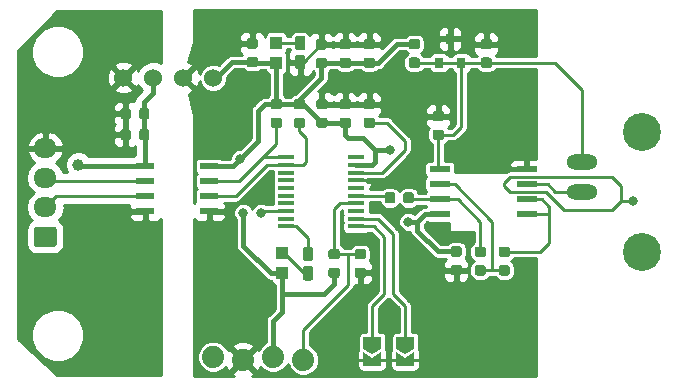
<source format=gbr>
G04 #@! TF.GenerationSoftware,KiCad,Pcbnew,(5.0.1)-3*
G04 #@! TF.CreationDate,2019-12-14T18:20:53-05:00*
G04 #@! TF.ProjectId,ml-ph-board,6D6C2D70682D626F6172642E6B696361,rev?*
G04 #@! TF.SameCoordinates,Original*
G04 #@! TF.FileFunction,Copper,L1,Top,Signal*
G04 #@! TF.FilePolarity,Positive*
%FSLAX46Y46*%
G04 Gerber Fmt 4.6, Leading zero omitted, Abs format (unit mm)*
G04 Created by KiCad (PCBNEW (5.0.1)-3) date 12/14/2019 6:20:53 PM*
%MOMM*%
%LPD*%
G01*
G04 APERTURE LIST*
G04 #@! TA.AperFunction,ComponentPad*
%ADD10C,3.215640*%
G04 #@! TD*
G04 #@! TA.AperFunction,ComponentPad*
%ADD11O,2.613660X1.305560*%
G04 #@! TD*
G04 #@! TA.AperFunction,Conductor*
%ADD12C,0.100000*%
G04 #@! TD*
G04 #@! TA.AperFunction,ComponentPad*
%ADD13C,1.700000*%
G04 #@! TD*
G04 #@! TA.AperFunction,ComponentPad*
%ADD14O,1.950000X1.700000*%
G04 #@! TD*
G04 #@! TA.AperFunction,SMDPad,CuDef*
%ADD15C,0.875000*%
G04 #@! TD*
G04 #@! TA.AperFunction,SMDPad,CuDef*
%ADD16R,0.800000X0.900000*%
G04 #@! TD*
G04 #@! TA.AperFunction,ComponentPad*
%ADD17C,1.879600*%
G04 #@! TD*
G04 #@! TA.AperFunction,SMDPad,CuDef*
%ADD18R,1.550000X0.600000*%
G04 #@! TD*
G04 #@! TA.AperFunction,ComponentPad*
%ADD19C,1.524000*%
G04 #@! TD*
G04 #@! TA.AperFunction,SMDPad,CuDef*
%ADD20R,1.450000X0.450000*%
G04 #@! TD*
G04 #@! TA.AperFunction,SMDPad,CuDef*
%ADD21R,1.750000X0.550000*%
G04 #@! TD*
G04 #@! TA.AperFunction,SMDPad,CuDef*
%ADD22C,0.850000*%
G04 #@! TD*
G04 #@! TA.AperFunction,SMDPad,CuDef*
%ADD23R,0.998220X1.099820*%
G04 #@! TD*
G04 #@! TA.AperFunction,SMDPad,CuDef*
%ADD24C,0.300000*%
G04 #@! TD*
G04 #@! TA.AperFunction,ViaPad*
%ADD25C,0.800000*%
G04 #@! TD*
G04 #@! TA.AperFunction,ViaPad*
%ADD26C,1.000000*%
G04 #@! TD*
G04 #@! TA.AperFunction,Conductor*
%ADD27C,0.250000*%
G04 #@! TD*
G04 #@! TA.AperFunction,Conductor*
%ADD28C,0.400000*%
G04 #@! TD*
G04 #@! TA.AperFunction,Conductor*
%ADD29C,0.254000*%
G04 #@! TD*
G04 APERTURE END LIST*
D10*
G04 #@! TO.P,J3,3*
G04 #@! TO.N,N/C*
X157480000Y-96774000D03*
G04 #@! TO.P,J3,4*
X157480000Y-106934000D03*
D11*
G04 #@! TO.P,J3,GND*
G04 #@! TO.N,Net-(C6-Pad1)*
X152400000Y-99314000D03*
G04 #@! TO.P,J3,S*
G04 #@! TO.N,Net-(J3-PadS)*
X152400000Y-101854000D03*
G04 #@! TD*
D12*
G04 #@! TO.N,+5V*
G04 #@! TO.C,J1*
G36*
X107683504Y-104815204D02*
X107707773Y-104818804D01*
X107731571Y-104824765D01*
X107754671Y-104833030D01*
X107776849Y-104843520D01*
X107797893Y-104856133D01*
X107817598Y-104870747D01*
X107835777Y-104887223D01*
X107852253Y-104905402D01*
X107866867Y-104925107D01*
X107879480Y-104946151D01*
X107889970Y-104968329D01*
X107898235Y-104991429D01*
X107904196Y-105015227D01*
X107907796Y-105039496D01*
X107909000Y-105064000D01*
X107909000Y-106264000D01*
X107907796Y-106288504D01*
X107904196Y-106312773D01*
X107898235Y-106336571D01*
X107889970Y-106359671D01*
X107879480Y-106381849D01*
X107866867Y-106402893D01*
X107852253Y-106422598D01*
X107835777Y-106440777D01*
X107817598Y-106457253D01*
X107797893Y-106471867D01*
X107776849Y-106484480D01*
X107754671Y-106494970D01*
X107731571Y-106503235D01*
X107707773Y-106509196D01*
X107683504Y-106512796D01*
X107659000Y-106514000D01*
X106209000Y-106514000D01*
X106184496Y-106512796D01*
X106160227Y-106509196D01*
X106136429Y-106503235D01*
X106113329Y-106494970D01*
X106091151Y-106484480D01*
X106070107Y-106471867D01*
X106050402Y-106457253D01*
X106032223Y-106440777D01*
X106015747Y-106422598D01*
X106001133Y-106402893D01*
X105988520Y-106381849D01*
X105978030Y-106359671D01*
X105969765Y-106336571D01*
X105963804Y-106312773D01*
X105960204Y-106288504D01*
X105959000Y-106264000D01*
X105959000Y-105064000D01*
X105960204Y-105039496D01*
X105963804Y-105015227D01*
X105969765Y-104991429D01*
X105978030Y-104968329D01*
X105988520Y-104946151D01*
X106001133Y-104925107D01*
X106015747Y-104905402D01*
X106032223Y-104887223D01*
X106050402Y-104870747D01*
X106070107Y-104856133D01*
X106091151Y-104843520D01*
X106113329Y-104833030D01*
X106136429Y-104824765D01*
X106160227Y-104818804D01*
X106184496Y-104815204D01*
X106209000Y-104814000D01*
X107659000Y-104814000D01*
X107683504Y-104815204D01*
X107683504Y-104815204D01*
G37*
D13*
G04 #@! TD*
G04 #@! TO.P,J1,1*
G04 #@! TO.N,+5V*
X106934000Y-105664000D03*
D14*
G04 #@! TO.P,J1,2*
G04 #@! TO.N,/SCL*
X106934000Y-103164000D03*
G04 #@! TO.P,J1,3*
G04 #@! TO.N,/SDA*
X106934000Y-100664000D03*
G04 #@! TO.P,J1,4*
G04 #@! TO.N,GND*
X106934000Y-98164000D03*
G04 #@! TD*
D12*
G04 #@! TO.N,GND*
G04 #@! TO.C,C1*
G36*
X113981191Y-94776053D02*
X114002426Y-94779203D01*
X114023250Y-94784419D01*
X114043462Y-94791651D01*
X114062868Y-94800830D01*
X114081281Y-94811866D01*
X114098524Y-94824654D01*
X114114430Y-94839070D01*
X114128846Y-94854976D01*
X114141634Y-94872219D01*
X114152670Y-94890632D01*
X114161849Y-94910038D01*
X114169081Y-94930250D01*
X114174297Y-94951074D01*
X114177447Y-94972309D01*
X114178500Y-94993750D01*
X114178500Y-95506250D01*
X114177447Y-95527691D01*
X114174297Y-95548926D01*
X114169081Y-95569750D01*
X114161849Y-95589962D01*
X114152670Y-95609368D01*
X114141634Y-95627781D01*
X114128846Y-95645024D01*
X114114430Y-95660930D01*
X114098524Y-95675346D01*
X114081281Y-95688134D01*
X114062868Y-95699170D01*
X114043462Y-95708349D01*
X114023250Y-95715581D01*
X114002426Y-95720797D01*
X113981191Y-95723947D01*
X113959750Y-95725000D01*
X113522250Y-95725000D01*
X113500809Y-95723947D01*
X113479574Y-95720797D01*
X113458750Y-95715581D01*
X113438538Y-95708349D01*
X113419132Y-95699170D01*
X113400719Y-95688134D01*
X113383476Y-95675346D01*
X113367570Y-95660930D01*
X113353154Y-95645024D01*
X113340366Y-95627781D01*
X113329330Y-95609368D01*
X113320151Y-95589962D01*
X113312919Y-95569750D01*
X113307703Y-95548926D01*
X113304553Y-95527691D01*
X113303500Y-95506250D01*
X113303500Y-94993750D01*
X113304553Y-94972309D01*
X113307703Y-94951074D01*
X113312919Y-94930250D01*
X113320151Y-94910038D01*
X113329330Y-94890632D01*
X113340366Y-94872219D01*
X113353154Y-94854976D01*
X113367570Y-94839070D01*
X113383476Y-94824654D01*
X113400719Y-94811866D01*
X113419132Y-94800830D01*
X113438538Y-94791651D01*
X113458750Y-94784419D01*
X113479574Y-94779203D01*
X113500809Y-94776053D01*
X113522250Y-94775000D01*
X113959750Y-94775000D01*
X113981191Y-94776053D01*
X113981191Y-94776053D01*
G37*
D15*
G04 #@! TD*
G04 #@! TO.P,C1,2*
G04 #@! TO.N,GND*
X113741000Y-95250000D03*
D12*
G04 #@! TO.N,+5V*
G04 #@! TO.C,C1*
G36*
X115556191Y-94776053D02*
X115577426Y-94779203D01*
X115598250Y-94784419D01*
X115618462Y-94791651D01*
X115637868Y-94800830D01*
X115656281Y-94811866D01*
X115673524Y-94824654D01*
X115689430Y-94839070D01*
X115703846Y-94854976D01*
X115716634Y-94872219D01*
X115727670Y-94890632D01*
X115736849Y-94910038D01*
X115744081Y-94930250D01*
X115749297Y-94951074D01*
X115752447Y-94972309D01*
X115753500Y-94993750D01*
X115753500Y-95506250D01*
X115752447Y-95527691D01*
X115749297Y-95548926D01*
X115744081Y-95569750D01*
X115736849Y-95589962D01*
X115727670Y-95609368D01*
X115716634Y-95627781D01*
X115703846Y-95645024D01*
X115689430Y-95660930D01*
X115673524Y-95675346D01*
X115656281Y-95688134D01*
X115637868Y-95699170D01*
X115618462Y-95708349D01*
X115598250Y-95715581D01*
X115577426Y-95720797D01*
X115556191Y-95723947D01*
X115534750Y-95725000D01*
X115097250Y-95725000D01*
X115075809Y-95723947D01*
X115054574Y-95720797D01*
X115033750Y-95715581D01*
X115013538Y-95708349D01*
X114994132Y-95699170D01*
X114975719Y-95688134D01*
X114958476Y-95675346D01*
X114942570Y-95660930D01*
X114928154Y-95645024D01*
X114915366Y-95627781D01*
X114904330Y-95609368D01*
X114895151Y-95589962D01*
X114887919Y-95569750D01*
X114882703Y-95548926D01*
X114879553Y-95527691D01*
X114878500Y-95506250D01*
X114878500Y-94993750D01*
X114879553Y-94972309D01*
X114882703Y-94951074D01*
X114887919Y-94930250D01*
X114895151Y-94910038D01*
X114904330Y-94890632D01*
X114915366Y-94872219D01*
X114928154Y-94854976D01*
X114942570Y-94839070D01*
X114958476Y-94824654D01*
X114975719Y-94811866D01*
X114994132Y-94800830D01*
X115013538Y-94791651D01*
X115033750Y-94784419D01*
X115054574Y-94779203D01*
X115075809Y-94776053D01*
X115097250Y-94775000D01*
X115534750Y-94775000D01*
X115556191Y-94776053D01*
X115556191Y-94776053D01*
G37*
D15*
G04 #@! TD*
G04 #@! TO.P,C1,1*
G04 #@! TO.N,+5V*
X115316000Y-95250000D03*
D12*
G04 #@! TO.N,+5V*
G04 #@! TO.C,C2*
G36*
X115556191Y-96554053D02*
X115577426Y-96557203D01*
X115598250Y-96562419D01*
X115618462Y-96569651D01*
X115637868Y-96578830D01*
X115656281Y-96589866D01*
X115673524Y-96602654D01*
X115689430Y-96617070D01*
X115703846Y-96632976D01*
X115716634Y-96650219D01*
X115727670Y-96668632D01*
X115736849Y-96688038D01*
X115744081Y-96708250D01*
X115749297Y-96729074D01*
X115752447Y-96750309D01*
X115753500Y-96771750D01*
X115753500Y-97284250D01*
X115752447Y-97305691D01*
X115749297Y-97326926D01*
X115744081Y-97347750D01*
X115736849Y-97367962D01*
X115727670Y-97387368D01*
X115716634Y-97405781D01*
X115703846Y-97423024D01*
X115689430Y-97438930D01*
X115673524Y-97453346D01*
X115656281Y-97466134D01*
X115637868Y-97477170D01*
X115618462Y-97486349D01*
X115598250Y-97493581D01*
X115577426Y-97498797D01*
X115556191Y-97501947D01*
X115534750Y-97503000D01*
X115097250Y-97503000D01*
X115075809Y-97501947D01*
X115054574Y-97498797D01*
X115033750Y-97493581D01*
X115013538Y-97486349D01*
X114994132Y-97477170D01*
X114975719Y-97466134D01*
X114958476Y-97453346D01*
X114942570Y-97438930D01*
X114928154Y-97423024D01*
X114915366Y-97405781D01*
X114904330Y-97387368D01*
X114895151Y-97367962D01*
X114887919Y-97347750D01*
X114882703Y-97326926D01*
X114879553Y-97305691D01*
X114878500Y-97284250D01*
X114878500Y-96771750D01*
X114879553Y-96750309D01*
X114882703Y-96729074D01*
X114887919Y-96708250D01*
X114895151Y-96688038D01*
X114904330Y-96668632D01*
X114915366Y-96650219D01*
X114928154Y-96632976D01*
X114942570Y-96617070D01*
X114958476Y-96602654D01*
X114975719Y-96589866D01*
X114994132Y-96578830D01*
X115013538Y-96569651D01*
X115033750Y-96562419D01*
X115054574Y-96557203D01*
X115075809Y-96554053D01*
X115097250Y-96553000D01*
X115534750Y-96553000D01*
X115556191Y-96554053D01*
X115556191Y-96554053D01*
G37*
D15*
G04 #@! TD*
G04 #@! TO.P,C2,1*
G04 #@! TO.N,+5V*
X115316000Y-97028000D03*
D12*
G04 #@! TO.N,GND*
G04 #@! TO.C,C2*
G36*
X113981191Y-96554053D02*
X114002426Y-96557203D01*
X114023250Y-96562419D01*
X114043462Y-96569651D01*
X114062868Y-96578830D01*
X114081281Y-96589866D01*
X114098524Y-96602654D01*
X114114430Y-96617070D01*
X114128846Y-96632976D01*
X114141634Y-96650219D01*
X114152670Y-96668632D01*
X114161849Y-96688038D01*
X114169081Y-96708250D01*
X114174297Y-96729074D01*
X114177447Y-96750309D01*
X114178500Y-96771750D01*
X114178500Y-97284250D01*
X114177447Y-97305691D01*
X114174297Y-97326926D01*
X114169081Y-97347750D01*
X114161849Y-97367962D01*
X114152670Y-97387368D01*
X114141634Y-97405781D01*
X114128846Y-97423024D01*
X114114430Y-97438930D01*
X114098524Y-97453346D01*
X114081281Y-97466134D01*
X114062868Y-97477170D01*
X114043462Y-97486349D01*
X114023250Y-97493581D01*
X114002426Y-97498797D01*
X113981191Y-97501947D01*
X113959750Y-97503000D01*
X113522250Y-97503000D01*
X113500809Y-97501947D01*
X113479574Y-97498797D01*
X113458750Y-97493581D01*
X113438538Y-97486349D01*
X113419132Y-97477170D01*
X113400719Y-97466134D01*
X113383476Y-97453346D01*
X113367570Y-97438930D01*
X113353154Y-97423024D01*
X113340366Y-97405781D01*
X113329330Y-97387368D01*
X113320151Y-97367962D01*
X113312919Y-97347750D01*
X113307703Y-97326926D01*
X113304553Y-97305691D01*
X113303500Y-97284250D01*
X113303500Y-96771750D01*
X113304553Y-96750309D01*
X113307703Y-96729074D01*
X113312919Y-96708250D01*
X113320151Y-96688038D01*
X113329330Y-96668632D01*
X113340366Y-96650219D01*
X113353154Y-96632976D01*
X113367570Y-96617070D01*
X113383476Y-96602654D01*
X113400719Y-96589866D01*
X113419132Y-96578830D01*
X113438538Y-96569651D01*
X113458750Y-96562419D01*
X113479574Y-96557203D01*
X113500809Y-96554053D01*
X113522250Y-96553000D01*
X113959750Y-96553000D01*
X113981191Y-96554053D01*
X113981191Y-96554053D01*
G37*
D15*
G04 #@! TD*
G04 #@! TO.P,C2,2*
G04 #@! TO.N,GND*
X113741000Y-97028000D03*
D12*
G04 #@! TO.N,GNDD*
G04 #@! TO.C,C3*
G36*
X124737691Y-88859693D02*
X124758926Y-88862843D01*
X124779750Y-88868059D01*
X124799962Y-88875291D01*
X124819368Y-88884470D01*
X124837781Y-88895506D01*
X124855024Y-88908294D01*
X124870930Y-88922710D01*
X124885346Y-88938616D01*
X124898134Y-88955859D01*
X124909170Y-88974272D01*
X124918349Y-88993678D01*
X124925581Y-89013890D01*
X124930797Y-89034714D01*
X124933947Y-89055949D01*
X124935000Y-89077390D01*
X124935000Y-89514890D01*
X124933947Y-89536331D01*
X124930797Y-89557566D01*
X124925581Y-89578390D01*
X124918349Y-89598602D01*
X124909170Y-89618008D01*
X124898134Y-89636421D01*
X124885346Y-89653664D01*
X124870930Y-89669570D01*
X124855024Y-89683986D01*
X124837781Y-89696774D01*
X124819368Y-89707810D01*
X124799962Y-89716989D01*
X124779750Y-89724221D01*
X124758926Y-89729437D01*
X124737691Y-89732587D01*
X124716250Y-89733640D01*
X124203750Y-89733640D01*
X124182309Y-89732587D01*
X124161074Y-89729437D01*
X124140250Y-89724221D01*
X124120038Y-89716989D01*
X124100632Y-89707810D01*
X124082219Y-89696774D01*
X124064976Y-89683986D01*
X124049070Y-89669570D01*
X124034654Y-89653664D01*
X124021866Y-89636421D01*
X124010830Y-89618008D01*
X124001651Y-89598602D01*
X123994419Y-89578390D01*
X123989203Y-89557566D01*
X123986053Y-89536331D01*
X123985000Y-89514890D01*
X123985000Y-89077390D01*
X123986053Y-89055949D01*
X123989203Y-89034714D01*
X123994419Y-89013890D01*
X124001651Y-88993678D01*
X124010830Y-88974272D01*
X124021866Y-88955859D01*
X124034654Y-88938616D01*
X124049070Y-88922710D01*
X124064976Y-88908294D01*
X124082219Y-88895506D01*
X124100632Y-88884470D01*
X124120038Y-88875291D01*
X124140250Y-88868059D01*
X124161074Y-88862843D01*
X124182309Y-88859693D01*
X124203750Y-88858640D01*
X124716250Y-88858640D01*
X124737691Y-88859693D01*
X124737691Y-88859693D01*
G37*
D15*
G04 #@! TD*
G04 #@! TO.P,C3,2*
G04 #@! TO.N,GNDD*
X124460000Y-89296140D03*
D12*
G04 #@! TO.N,+5VD*
G04 #@! TO.C,C3*
G36*
X124737691Y-90434693D02*
X124758926Y-90437843D01*
X124779750Y-90443059D01*
X124799962Y-90450291D01*
X124819368Y-90459470D01*
X124837781Y-90470506D01*
X124855024Y-90483294D01*
X124870930Y-90497710D01*
X124885346Y-90513616D01*
X124898134Y-90530859D01*
X124909170Y-90549272D01*
X124918349Y-90568678D01*
X124925581Y-90588890D01*
X124930797Y-90609714D01*
X124933947Y-90630949D01*
X124935000Y-90652390D01*
X124935000Y-91089890D01*
X124933947Y-91111331D01*
X124930797Y-91132566D01*
X124925581Y-91153390D01*
X124918349Y-91173602D01*
X124909170Y-91193008D01*
X124898134Y-91211421D01*
X124885346Y-91228664D01*
X124870930Y-91244570D01*
X124855024Y-91258986D01*
X124837781Y-91271774D01*
X124819368Y-91282810D01*
X124799962Y-91291989D01*
X124779750Y-91299221D01*
X124758926Y-91304437D01*
X124737691Y-91307587D01*
X124716250Y-91308640D01*
X124203750Y-91308640D01*
X124182309Y-91307587D01*
X124161074Y-91304437D01*
X124140250Y-91299221D01*
X124120038Y-91291989D01*
X124100632Y-91282810D01*
X124082219Y-91271774D01*
X124064976Y-91258986D01*
X124049070Y-91244570D01*
X124034654Y-91228664D01*
X124021866Y-91211421D01*
X124010830Y-91193008D01*
X124001651Y-91173602D01*
X123994419Y-91153390D01*
X123989203Y-91132566D01*
X123986053Y-91111331D01*
X123985000Y-91089890D01*
X123985000Y-90652390D01*
X123986053Y-90630949D01*
X123989203Y-90609714D01*
X123994419Y-90588890D01*
X124001651Y-90568678D01*
X124010830Y-90549272D01*
X124021866Y-90530859D01*
X124034654Y-90513616D01*
X124049070Y-90497710D01*
X124064976Y-90483294D01*
X124082219Y-90470506D01*
X124100632Y-90459470D01*
X124120038Y-90450291D01*
X124140250Y-90443059D01*
X124161074Y-90437843D01*
X124182309Y-90434693D01*
X124203750Y-90433640D01*
X124716250Y-90433640D01*
X124737691Y-90434693D01*
X124737691Y-90434693D01*
G37*
D15*
G04 #@! TD*
G04 #@! TO.P,C3,1*
G04 #@! TO.N,+5VD*
X124460000Y-90871140D03*
D12*
G04 #@! TO.N,/NRST*
G04 #@! TO.C,C4*
G36*
X133881691Y-106700553D02*
X133902926Y-106703703D01*
X133923750Y-106708919D01*
X133943962Y-106716151D01*
X133963368Y-106725330D01*
X133981781Y-106736366D01*
X133999024Y-106749154D01*
X134014930Y-106763570D01*
X134029346Y-106779476D01*
X134042134Y-106796719D01*
X134053170Y-106815132D01*
X134062349Y-106834538D01*
X134069581Y-106854750D01*
X134074797Y-106875574D01*
X134077947Y-106896809D01*
X134079000Y-106918250D01*
X134079000Y-107355750D01*
X134077947Y-107377191D01*
X134074797Y-107398426D01*
X134069581Y-107419250D01*
X134062349Y-107439462D01*
X134053170Y-107458868D01*
X134042134Y-107477281D01*
X134029346Y-107494524D01*
X134014930Y-107510430D01*
X133999024Y-107524846D01*
X133981781Y-107537634D01*
X133963368Y-107548670D01*
X133943962Y-107557849D01*
X133923750Y-107565081D01*
X133902926Y-107570297D01*
X133881691Y-107573447D01*
X133860250Y-107574500D01*
X133347750Y-107574500D01*
X133326309Y-107573447D01*
X133305074Y-107570297D01*
X133284250Y-107565081D01*
X133264038Y-107557849D01*
X133244632Y-107548670D01*
X133226219Y-107537634D01*
X133208976Y-107524846D01*
X133193070Y-107510430D01*
X133178654Y-107494524D01*
X133165866Y-107477281D01*
X133154830Y-107458868D01*
X133145651Y-107439462D01*
X133138419Y-107419250D01*
X133133203Y-107398426D01*
X133130053Y-107377191D01*
X133129000Y-107355750D01*
X133129000Y-106918250D01*
X133130053Y-106896809D01*
X133133203Y-106875574D01*
X133138419Y-106854750D01*
X133145651Y-106834538D01*
X133154830Y-106815132D01*
X133165866Y-106796719D01*
X133178654Y-106779476D01*
X133193070Y-106763570D01*
X133208976Y-106749154D01*
X133226219Y-106736366D01*
X133244632Y-106725330D01*
X133264038Y-106716151D01*
X133284250Y-106708919D01*
X133305074Y-106703703D01*
X133326309Y-106700553D01*
X133347750Y-106699500D01*
X133860250Y-106699500D01*
X133881691Y-106700553D01*
X133881691Y-106700553D01*
G37*
D15*
G04 #@! TD*
G04 #@! TO.P,C4,1*
G04 #@! TO.N,/NRST*
X133604000Y-107137000D03*
D12*
G04 #@! TO.N,GNDD*
G04 #@! TO.C,C4*
G36*
X133881691Y-108275553D02*
X133902926Y-108278703D01*
X133923750Y-108283919D01*
X133943962Y-108291151D01*
X133963368Y-108300330D01*
X133981781Y-108311366D01*
X133999024Y-108324154D01*
X134014930Y-108338570D01*
X134029346Y-108354476D01*
X134042134Y-108371719D01*
X134053170Y-108390132D01*
X134062349Y-108409538D01*
X134069581Y-108429750D01*
X134074797Y-108450574D01*
X134077947Y-108471809D01*
X134079000Y-108493250D01*
X134079000Y-108930750D01*
X134077947Y-108952191D01*
X134074797Y-108973426D01*
X134069581Y-108994250D01*
X134062349Y-109014462D01*
X134053170Y-109033868D01*
X134042134Y-109052281D01*
X134029346Y-109069524D01*
X134014930Y-109085430D01*
X133999024Y-109099846D01*
X133981781Y-109112634D01*
X133963368Y-109123670D01*
X133943962Y-109132849D01*
X133923750Y-109140081D01*
X133902926Y-109145297D01*
X133881691Y-109148447D01*
X133860250Y-109149500D01*
X133347750Y-109149500D01*
X133326309Y-109148447D01*
X133305074Y-109145297D01*
X133284250Y-109140081D01*
X133264038Y-109132849D01*
X133244632Y-109123670D01*
X133226219Y-109112634D01*
X133208976Y-109099846D01*
X133193070Y-109085430D01*
X133178654Y-109069524D01*
X133165866Y-109052281D01*
X133154830Y-109033868D01*
X133145651Y-109014462D01*
X133138419Y-108994250D01*
X133133203Y-108973426D01*
X133130053Y-108952191D01*
X133129000Y-108930750D01*
X133129000Y-108493250D01*
X133130053Y-108471809D01*
X133133203Y-108450574D01*
X133138419Y-108429750D01*
X133145651Y-108409538D01*
X133154830Y-108390132D01*
X133165866Y-108371719D01*
X133178654Y-108354476D01*
X133193070Y-108338570D01*
X133208976Y-108324154D01*
X133226219Y-108311366D01*
X133244632Y-108300330D01*
X133264038Y-108291151D01*
X133284250Y-108283919D01*
X133305074Y-108278703D01*
X133326309Y-108275553D01*
X133347750Y-108274500D01*
X133860250Y-108274500D01*
X133881691Y-108275553D01*
X133881691Y-108275553D01*
G37*
D15*
G04 #@! TD*
G04 #@! TO.P,C4,2*
G04 #@! TO.N,GNDD*
X133604000Y-108712000D03*
D12*
G04 #@! TO.N,Net-(C5-Pad1)*
G04 #@! TO.C,C5*
G36*
X134643691Y-95575553D02*
X134664926Y-95578703D01*
X134685750Y-95583919D01*
X134705962Y-95591151D01*
X134725368Y-95600330D01*
X134743781Y-95611366D01*
X134761024Y-95624154D01*
X134776930Y-95638570D01*
X134791346Y-95654476D01*
X134804134Y-95671719D01*
X134815170Y-95690132D01*
X134824349Y-95709538D01*
X134831581Y-95729750D01*
X134836797Y-95750574D01*
X134839947Y-95771809D01*
X134841000Y-95793250D01*
X134841000Y-96230750D01*
X134839947Y-96252191D01*
X134836797Y-96273426D01*
X134831581Y-96294250D01*
X134824349Y-96314462D01*
X134815170Y-96333868D01*
X134804134Y-96352281D01*
X134791346Y-96369524D01*
X134776930Y-96385430D01*
X134761024Y-96399846D01*
X134743781Y-96412634D01*
X134725368Y-96423670D01*
X134705962Y-96432849D01*
X134685750Y-96440081D01*
X134664926Y-96445297D01*
X134643691Y-96448447D01*
X134622250Y-96449500D01*
X134109750Y-96449500D01*
X134088309Y-96448447D01*
X134067074Y-96445297D01*
X134046250Y-96440081D01*
X134026038Y-96432849D01*
X134006632Y-96423670D01*
X133988219Y-96412634D01*
X133970976Y-96399846D01*
X133955070Y-96385430D01*
X133940654Y-96369524D01*
X133927866Y-96352281D01*
X133916830Y-96333868D01*
X133907651Y-96314462D01*
X133900419Y-96294250D01*
X133895203Y-96273426D01*
X133892053Y-96252191D01*
X133891000Y-96230750D01*
X133891000Y-95793250D01*
X133892053Y-95771809D01*
X133895203Y-95750574D01*
X133900419Y-95729750D01*
X133907651Y-95709538D01*
X133916830Y-95690132D01*
X133927866Y-95671719D01*
X133940654Y-95654476D01*
X133955070Y-95638570D01*
X133970976Y-95624154D01*
X133988219Y-95611366D01*
X134006632Y-95600330D01*
X134026038Y-95591151D01*
X134046250Y-95583919D01*
X134067074Y-95578703D01*
X134088309Y-95575553D01*
X134109750Y-95574500D01*
X134622250Y-95574500D01*
X134643691Y-95575553D01*
X134643691Y-95575553D01*
G37*
D15*
G04 #@! TD*
G04 #@! TO.P,C5,1*
G04 #@! TO.N,Net-(C5-Pad1)*
X134366000Y-96012000D03*
D12*
G04 #@! TO.N,GNDD*
G04 #@! TO.C,C5*
G36*
X134643691Y-94000553D02*
X134664926Y-94003703D01*
X134685750Y-94008919D01*
X134705962Y-94016151D01*
X134725368Y-94025330D01*
X134743781Y-94036366D01*
X134761024Y-94049154D01*
X134776930Y-94063570D01*
X134791346Y-94079476D01*
X134804134Y-94096719D01*
X134815170Y-94115132D01*
X134824349Y-94134538D01*
X134831581Y-94154750D01*
X134836797Y-94175574D01*
X134839947Y-94196809D01*
X134841000Y-94218250D01*
X134841000Y-94655750D01*
X134839947Y-94677191D01*
X134836797Y-94698426D01*
X134831581Y-94719250D01*
X134824349Y-94739462D01*
X134815170Y-94758868D01*
X134804134Y-94777281D01*
X134791346Y-94794524D01*
X134776930Y-94810430D01*
X134761024Y-94824846D01*
X134743781Y-94837634D01*
X134725368Y-94848670D01*
X134705962Y-94857849D01*
X134685750Y-94865081D01*
X134664926Y-94870297D01*
X134643691Y-94873447D01*
X134622250Y-94874500D01*
X134109750Y-94874500D01*
X134088309Y-94873447D01*
X134067074Y-94870297D01*
X134046250Y-94865081D01*
X134026038Y-94857849D01*
X134006632Y-94848670D01*
X133988219Y-94837634D01*
X133970976Y-94824846D01*
X133955070Y-94810430D01*
X133940654Y-94794524D01*
X133927866Y-94777281D01*
X133916830Y-94758868D01*
X133907651Y-94739462D01*
X133900419Y-94719250D01*
X133895203Y-94698426D01*
X133892053Y-94677191D01*
X133891000Y-94655750D01*
X133891000Y-94218250D01*
X133892053Y-94196809D01*
X133895203Y-94175574D01*
X133900419Y-94154750D01*
X133907651Y-94134538D01*
X133916830Y-94115132D01*
X133927866Y-94096719D01*
X133940654Y-94079476D01*
X133955070Y-94063570D01*
X133970976Y-94049154D01*
X133988219Y-94036366D01*
X134006632Y-94025330D01*
X134026038Y-94016151D01*
X134046250Y-94008919D01*
X134067074Y-94003703D01*
X134088309Y-94000553D01*
X134109750Y-93999500D01*
X134622250Y-93999500D01*
X134643691Y-94000553D01*
X134643691Y-94000553D01*
G37*
D15*
G04 #@! TD*
G04 #@! TO.P,C5,2*
G04 #@! TO.N,GNDD*
X134366000Y-94437000D03*
D12*
G04 #@! TO.N,Net-(C6-Pad1)*
G04 #@! TO.C,C6*
G36*
X144549691Y-90487053D02*
X144570926Y-90490203D01*
X144591750Y-90495419D01*
X144611962Y-90502651D01*
X144631368Y-90511830D01*
X144649781Y-90522866D01*
X144667024Y-90535654D01*
X144682930Y-90550070D01*
X144697346Y-90565976D01*
X144710134Y-90583219D01*
X144721170Y-90601632D01*
X144730349Y-90621038D01*
X144737581Y-90641250D01*
X144742797Y-90662074D01*
X144745947Y-90683309D01*
X144747000Y-90704750D01*
X144747000Y-91142250D01*
X144745947Y-91163691D01*
X144742797Y-91184926D01*
X144737581Y-91205750D01*
X144730349Y-91225962D01*
X144721170Y-91245368D01*
X144710134Y-91263781D01*
X144697346Y-91281024D01*
X144682930Y-91296930D01*
X144667024Y-91311346D01*
X144649781Y-91324134D01*
X144631368Y-91335170D01*
X144611962Y-91344349D01*
X144591750Y-91351581D01*
X144570926Y-91356797D01*
X144549691Y-91359947D01*
X144528250Y-91361000D01*
X144015750Y-91361000D01*
X143994309Y-91359947D01*
X143973074Y-91356797D01*
X143952250Y-91351581D01*
X143932038Y-91344349D01*
X143912632Y-91335170D01*
X143894219Y-91324134D01*
X143876976Y-91311346D01*
X143861070Y-91296930D01*
X143846654Y-91281024D01*
X143833866Y-91263781D01*
X143822830Y-91245368D01*
X143813651Y-91225962D01*
X143806419Y-91205750D01*
X143801203Y-91184926D01*
X143798053Y-91163691D01*
X143797000Y-91142250D01*
X143797000Y-90704750D01*
X143798053Y-90683309D01*
X143801203Y-90662074D01*
X143806419Y-90641250D01*
X143813651Y-90621038D01*
X143822830Y-90601632D01*
X143833866Y-90583219D01*
X143846654Y-90565976D01*
X143861070Y-90550070D01*
X143876976Y-90535654D01*
X143894219Y-90522866D01*
X143912632Y-90511830D01*
X143932038Y-90502651D01*
X143952250Y-90495419D01*
X143973074Y-90490203D01*
X143994309Y-90487053D01*
X144015750Y-90486000D01*
X144528250Y-90486000D01*
X144549691Y-90487053D01*
X144549691Y-90487053D01*
G37*
D15*
G04 #@! TD*
G04 #@! TO.P,C6,1*
G04 #@! TO.N,Net-(C6-Pad1)*
X144272000Y-90923500D03*
D12*
G04 #@! TO.N,GNDD*
G04 #@! TO.C,C6*
G36*
X144549691Y-88912053D02*
X144570926Y-88915203D01*
X144591750Y-88920419D01*
X144611962Y-88927651D01*
X144631368Y-88936830D01*
X144649781Y-88947866D01*
X144667024Y-88960654D01*
X144682930Y-88975070D01*
X144697346Y-88990976D01*
X144710134Y-89008219D01*
X144721170Y-89026632D01*
X144730349Y-89046038D01*
X144737581Y-89066250D01*
X144742797Y-89087074D01*
X144745947Y-89108309D01*
X144747000Y-89129750D01*
X144747000Y-89567250D01*
X144745947Y-89588691D01*
X144742797Y-89609926D01*
X144737581Y-89630750D01*
X144730349Y-89650962D01*
X144721170Y-89670368D01*
X144710134Y-89688781D01*
X144697346Y-89706024D01*
X144682930Y-89721930D01*
X144667024Y-89736346D01*
X144649781Y-89749134D01*
X144631368Y-89760170D01*
X144611962Y-89769349D01*
X144591750Y-89776581D01*
X144570926Y-89781797D01*
X144549691Y-89784947D01*
X144528250Y-89786000D01*
X144015750Y-89786000D01*
X143994309Y-89784947D01*
X143973074Y-89781797D01*
X143952250Y-89776581D01*
X143932038Y-89769349D01*
X143912632Y-89760170D01*
X143894219Y-89749134D01*
X143876976Y-89736346D01*
X143861070Y-89721930D01*
X143846654Y-89706024D01*
X143833866Y-89688781D01*
X143822830Y-89670368D01*
X143813651Y-89650962D01*
X143806419Y-89630750D01*
X143801203Y-89609926D01*
X143798053Y-89588691D01*
X143797000Y-89567250D01*
X143797000Y-89129750D01*
X143798053Y-89108309D01*
X143801203Y-89087074D01*
X143806419Y-89066250D01*
X143813651Y-89046038D01*
X143822830Y-89026632D01*
X143833866Y-89008219D01*
X143846654Y-88990976D01*
X143861070Y-88975070D01*
X143876976Y-88960654D01*
X143894219Y-88947866D01*
X143912632Y-88936830D01*
X143932038Y-88927651D01*
X143952250Y-88920419D01*
X143973074Y-88915203D01*
X143994309Y-88912053D01*
X144015750Y-88911000D01*
X144528250Y-88911000D01*
X144549691Y-88912053D01*
X144549691Y-88912053D01*
G37*
D15*
G04 #@! TD*
G04 #@! TO.P,C6,2*
G04 #@! TO.N,GNDD*
X144272000Y-89348500D03*
D12*
G04 #@! TO.N,GNDD*
G04 #@! TO.C,C7*
G36*
X132611691Y-94000553D02*
X132632926Y-94003703D01*
X132653750Y-94008919D01*
X132673962Y-94016151D01*
X132693368Y-94025330D01*
X132711781Y-94036366D01*
X132729024Y-94049154D01*
X132744930Y-94063570D01*
X132759346Y-94079476D01*
X132772134Y-94096719D01*
X132783170Y-94115132D01*
X132792349Y-94134538D01*
X132799581Y-94154750D01*
X132804797Y-94175574D01*
X132807947Y-94196809D01*
X132809000Y-94218250D01*
X132809000Y-94655750D01*
X132807947Y-94677191D01*
X132804797Y-94698426D01*
X132799581Y-94719250D01*
X132792349Y-94739462D01*
X132783170Y-94758868D01*
X132772134Y-94777281D01*
X132759346Y-94794524D01*
X132744930Y-94810430D01*
X132729024Y-94824846D01*
X132711781Y-94837634D01*
X132693368Y-94848670D01*
X132673962Y-94857849D01*
X132653750Y-94865081D01*
X132632926Y-94870297D01*
X132611691Y-94873447D01*
X132590250Y-94874500D01*
X132077750Y-94874500D01*
X132056309Y-94873447D01*
X132035074Y-94870297D01*
X132014250Y-94865081D01*
X131994038Y-94857849D01*
X131974632Y-94848670D01*
X131956219Y-94837634D01*
X131938976Y-94824846D01*
X131923070Y-94810430D01*
X131908654Y-94794524D01*
X131895866Y-94777281D01*
X131884830Y-94758868D01*
X131875651Y-94739462D01*
X131868419Y-94719250D01*
X131863203Y-94698426D01*
X131860053Y-94677191D01*
X131859000Y-94655750D01*
X131859000Y-94218250D01*
X131860053Y-94196809D01*
X131863203Y-94175574D01*
X131868419Y-94154750D01*
X131875651Y-94134538D01*
X131884830Y-94115132D01*
X131895866Y-94096719D01*
X131908654Y-94079476D01*
X131923070Y-94063570D01*
X131938976Y-94049154D01*
X131956219Y-94036366D01*
X131974632Y-94025330D01*
X131994038Y-94016151D01*
X132014250Y-94008919D01*
X132035074Y-94003703D01*
X132056309Y-94000553D01*
X132077750Y-93999500D01*
X132590250Y-93999500D01*
X132611691Y-94000553D01*
X132611691Y-94000553D01*
G37*
D15*
G04 #@! TD*
G04 #@! TO.P,C7,2*
G04 #@! TO.N,GNDD*
X132334000Y-94437000D03*
D12*
G04 #@! TO.N,+5VD*
G04 #@! TO.C,C7*
G36*
X132611691Y-95575553D02*
X132632926Y-95578703D01*
X132653750Y-95583919D01*
X132673962Y-95591151D01*
X132693368Y-95600330D01*
X132711781Y-95611366D01*
X132729024Y-95624154D01*
X132744930Y-95638570D01*
X132759346Y-95654476D01*
X132772134Y-95671719D01*
X132783170Y-95690132D01*
X132792349Y-95709538D01*
X132799581Y-95729750D01*
X132804797Y-95750574D01*
X132807947Y-95771809D01*
X132809000Y-95793250D01*
X132809000Y-96230750D01*
X132807947Y-96252191D01*
X132804797Y-96273426D01*
X132799581Y-96294250D01*
X132792349Y-96314462D01*
X132783170Y-96333868D01*
X132772134Y-96352281D01*
X132759346Y-96369524D01*
X132744930Y-96385430D01*
X132729024Y-96399846D01*
X132711781Y-96412634D01*
X132693368Y-96423670D01*
X132673962Y-96432849D01*
X132653750Y-96440081D01*
X132632926Y-96445297D01*
X132611691Y-96448447D01*
X132590250Y-96449500D01*
X132077750Y-96449500D01*
X132056309Y-96448447D01*
X132035074Y-96445297D01*
X132014250Y-96440081D01*
X131994038Y-96432849D01*
X131974632Y-96423670D01*
X131956219Y-96412634D01*
X131938976Y-96399846D01*
X131923070Y-96385430D01*
X131908654Y-96369524D01*
X131895866Y-96352281D01*
X131884830Y-96333868D01*
X131875651Y-96314462D01*
X131868419Y-96294250D01*
X131863203Y-96273426D01*
X131860053Y-96252191D01*
X131859000Y-96230750D01*
X131859000Y-95793250D01*
X131860053Y-95771809D01*
X131863203Y-95750574D01*
X131868419Y-95729750D01*
X131875651Y-95709538D01*
X131884830Y-95690132D01*
X131895866Y-95671719D01*
X131908654Y-95654476D01*
X131923070Y-95638570D01*
X131938976Y-95624154D01*
X131956219Y-95611366D01*
X131974632Y-95600330D01*
X131994038Y-95591151D01*
X132014250Y-95583919D01*
X132035074Y-95578703D01*
X132056309Y-95575553D01*
X132077750Y-95574500D01*
X132590250Y-95574500D01*
X132611691Y-95575553D01*
X132611691Y-95575553D01*
G37*
D15*
G04 #@! TD*
G04 #@! TO.P,C7,1*
G04 #@! TO.N,+5VD*
X132334000Y-96012000D03*
D12*
G04 #@! TO.N,GNDD*
G04 #@! TO.C,C8*
G36*
X140485691Y-95016553D02*
X140506926Y-95019703D01*
X140527750Y-95024919D01*
X140547962Y-95032151D01*
X140567368Y-95041330D01*
X140585781Y-95052366D01*
X140603024Y-95065154D01*
X140618930Y-95079570D01*
X140633346Y-95095476D01*
X140646134Y-95112719D01*
X140657170Y-95131132D01*
X140666349Y-95150538D01*
X140673581Y-95170750D01*
X140678797Y-95191574D01*
X140681947Y-95212809D01*
X140683000Y-95234250D01*
X140683000Y-95671750D01*
X140681947Y-95693191D01*
X140678797Y-95714426D01*
X140673581Y-95735250D01*
X140666349Y-95755462D01*
X140657170Y-95774868D01*
X140646134Y-95793281D01*
X140633346Y-95810524D01*
X140618930Y-95826430D01*
X140603024Y-95840846D01*
X140585781Y-95853634D01*
X140567368Y-95864670D01*
X140547962Y-95873849D01*
X140527750Y-95881081D01*
X140506926Y-95886297D01*
X140485691Y-95889447D01*
X140464250Y-95890500D01*
X139951750Y-95890500D01*
X139930309Y-95889447D01*
X139909074Y-95886297D01*
X139888250Y-95881081D01*
X139868038Y-95873849D01*
X139848632Y-95864670D01*
X139830219Y-95853634D01*
X139812976Y-95840846D01*
X139797070Y-95826430D01*
X139782654Y-95810524D01*
X139769866Y-95793281D01*
X139758830Y-95774868D01*
X139749651Y-95755462D01*
X139742419Y-95735250D01*
X139737203Y-95714426D01*
X139734053Y-95693191D01*
X139733000Y-95671750D01*
X139733000Y-95234250D01*
X139734053Y-95212809D01*
X139737203Y-95191574D01*
X139742419Y-95170750D01*
X139749651Y-95150538D01*
X139758830Y-95131132D01*
X139769866Y-95112719D01*
X139782654Y-95095476D01*
X139797070Y-95079570D01*
X139812976Y-95065154D01*
X139830219Y-95052366D01*
X139848632Y-95041330D01*
X139868038Y-95032151D01*
X139888250Y-95024919D01*
X139909074Y-95019703D01*
X139930309Y-95016553D01*
X139951750Y-95015500D01*
X140464250Y-95015500D01*
X140485691Y-95016553D01*
X140485691Y-95016553D01*
G37*
D15*
G04 #@! TD*
G04 #@! TO.P,C8,2*
G04 #@! TO.N,GNDD*
X140208000Y-95453000D03*
D12*
G04 #@! TO.N,Net-(C6-Pad1)*
G04 #@! TO.C,C8*
G36*
X140485691Y-96591553D02*
X140506926Y-96594703D01*
X140527750Y-96599919D01*
X140547962Y-96607151D01*
X140567368Y-96616330D01*
X140585781Y-96627366D01*
X140603024Y-96640154D01*
X140618930Y-96654570D01*
X140633346Y-96670476D01*
X140646134Y-96687719D01*
X140657170Y-96706132D01*
X140666349Y-96725538D01*
X140673581Y-96745750D01*
X140678797Y-96766574D01*
X140681947Y-96787809D01*
X140683000Y-96809250D01*
X140683000Y-97246750D01*
X140681947Y-97268191D01*
X140678797Y-97289426D01*
X140673581Y-97310250D01*
X140666349Y-97330462D01*
X140657170Y-97349868D01*
X140646134Y-97368281D01*
X140633346Y-97385524D01*
X140618930Y-97401430D01*
X140603024Y-97415846D01*
X140585781Y-97428634D01*
X140567368Y-97439670D01*
X140547962Y-97448849D01*
X140527750Y-97456081D01*
X140506926Y-97461297D01*
X140485691Y-97464447D01*
X140464250Y-97465500D01*
X139951750Y-97465500D01*
X139930309Y-97464447D01*
X139909074Y-97461297D01*
X139888250Y-97456081D01*
X139868038Y-97448849D01*
X139848632Y-97439670D01*
X139830219Y-97428634D01*
X139812976Y-97415846D01*
X139797070Y-97401430D01*
X139782654Y-97385524D01*
X139769866Y-97368281D01*
X139758830Y-97349868D01*
X139749651Y-97330462D01*
X139742419Y-97310250D01*
X139737203Y-97289426D01*
X139734053Y-97268191D01*
X139733000Y-97246750D01*
X139733000Y-96809250D01*
X139734053Y-96787809D01*
X139737203Y-96766574D01*
X139742419Y-96745750D01*
X139749651Y-96725538D01*
X139758830Y-96706132D01*
X139769866Y-96687719D01*
X139782654Y-96670476D01*
X139797070Y-96654570D01*
X139812976Y-96640154D01*
X139830219Y-96627366D01*
X139848632Y-96616330D01*
X139868038Y-96607151D01*
X139888250Y-96599919D01*
X139909074Y-96594703D01*
X139930309Y-96591553D01*
X139951750Y-96590500D01*
X140464250Y-96590500D01*
X140485691Y-96591553D01*
X140485691Y-96591553D01*
G37*
D15*
G04 #@! TD*
G04 #@! TO.P,C8,1*
G04 #@! TO.N,Net-(C6-Pad1)*
X140208000Y-97028000D03*
D12*
G04 #@! TO.N,+5VD*
G04 #@! TO.C,C9*
G36*
X130643191Y-95575553D02*
X130664426Y-95578703D01*
X130685250Y-95583919D01*
X130705462Y-95591151D01*
X130724868Y-95600330D01*
X130743281Y-95611366D01*
X130760524Y-95624154D01*
X130776430Y-95638570D01*
X130790846Y-95654476D01*
X130803634Y-95671719D01*
X130814670Y-95690132D01*
X130823849Y-95709538D01*
X130831081Y-95729750D01*
X130836297Y-95750574D01*
X130839447Y-95771809D01*
X130840500Y-95793250D01*
X130840500Y-96230750D01*
X130839447Y-96252191D01*
X130836297Y-96273426D01*
X130831081Y-96294250D01*
X130823849Y-96314462D01*
X130814670Y-96333868D01*
X130803634Y-96352281D01*
X130790846Y-96369524D01*
X130776430Y-96385430D01*
X130760524Y-96399846D01*
X130743281Y-96412634D01*
X130724868Y-96423670D01*
X130705462Y-96432849D01*
X130685250Y-96440081D01*
X130664426Y-96445297D01*
X130643191Y-96448447D01*
X130621750Y-96449500D01*
X130109250Y-96449500D01*
X130087809Y-96448447D01*
X130066574Y-96445297D01*
X130045750Y-96440081D01*
X130025538Y-96432849D01*
X130006132Y-96423670D01*
X129987719Y-96412634D01*
X129970476Y-96399846D01*
X129954570Y-96385430D01*
X129940154Y-96369524D01*
X129927366Y-96352281D01*
X129916330Y-96333868D01*
X129907151Y-96314462D01*
X129899919Y-96294250D01*
X129894703Y-96273426D01*
X129891553Y-96252191D01*
X129890500Y-96230750D01*
X129890500Y-95793250D01*
X129891553Y-95771809D01*
X129894703Y-95750574D01*
X129899919Y-95729750D01*
X129907151Y-95709538D01*
X129916330Y-95690132D01*
X129927366Y-95671719D01*
X129940154Y-95654476D01*
X129954570Y-95638570D01*
X129970476Y-95624154D01*
X129987719Y-95611366D01*
X130006132Y-95600330D01*
X130025538Y-95591151D01*
X130045750Y-95583919D01*
X130066574Y-95578703D01*
X130087809Y-95575553D01*
X130109250Y-95574500D01*
X130621750Y-95574500D01*
X130643191Y-95575553D01*
X130643191Y-95575553D01*
G37*
D15*
G04 #@! TD*
G04 #@! TO.P,C9,1*
G04 #@! TO.N,+5VD*
X130365500Y-96012000D03*
D12*
G04 #@! TO.N,GNDD*
G04 #@! TO.C,C9*
G36*
X130643191Y-94000553D02*
X130664426Y-94003703D01*
X130685250Y-94008919D01*
X130705462Y-94016151D01*
X130724868Y-94025330D01*
X130743281Y-94036366D01*
X130760524Y-94049154D01*
X130776430Y-94063570D01*
X130790846Y-94079476D01*
X130803634Y-94096719D01*
X130814670Y-94115132D01*
X130823849Y-94134538D01*
X130831081Y-94154750D01*
X130836297Y-94175574D01*
X130839447Y-94196809D01*
X130840500Y-94218250D01*
X130840500Y-94655750D01*
X130839447Y-94677191D01*
X130836297Y-94698426D01*
X130831081Y-94719250D01*
X130823849Y-94739462D01*
X130814670Y-94758868D01*
X130803634Y-94777281D01*
X130790846Y-94794524D01*
X130776430Y-94810430D01*
X130760524Y-94824846D01*
X130743281Y-94837634D01*
X130724868Y-94848670D01*
X130705462Y-94857849D01*
X130685250Y-94865081D01*
X130664426Y-94870297D01*
X130643191Y-94873447D01*
X130621750Y-94874500D01*
X130109250Y-94874500D01*
X130087809Y-94873447D01*
X130066574Y-94870297D01*
X130045750Y-94865081D01*
X130025538Y-94857849D01*
X130006132Y-94848670D01*
X129987719Y-94837634D01*
X129970476Y-94824846D01*
X129954570Y-94810430D01*
X129940154Y-94794524D01*
X129927366Y-94777281D01*
X129916330Y-94758868D01*
X129907151Y-94739462D01*
X129899919Y-94719250D01*
X129894703Y-94698426D01*
X129891553Y-94677191D01*
X129890500Y-94655750D01*
X129890500Y-94218250D01*
X129891553Y-94196809D01*
X129894703Y-94175574D01*
X129899919Y-94154750D01*
X129907151Y-94134538D01*
X129916330Y-94115132D01*
X129927366Y-94096719D01*
X129940154Y-94079476D01*
X129954570Y-94063570D01*
X129970476Y-94049154D01*
X129987719Y-94036366D01*
X130006132Y-94025330D01*
X130025538Y-94016151D01*
X130045750Y-94008919D01*
X130066574Y-94003703D01*
X130087809Y-94000553D01*
X130109250Y-93999500D01*
X130621750Y-93999500D01*
X130643191Y-94000553D01*
X130643191Y-94000553D01*
G37*
D15*
G04 #@! TD*
G04 #@! TO.P,C9,2*
G04 #@! TO.N,GNDD*
X130365500Y-94437000D03*
D16*
G04 #@! TO.P,D1,1*
G04 #@! TO.N,Net-(C6-Pad1)*
X140274000Y-90916000D03*
G04 #@! TO.P,D1,2*
X142174000Y-90916000D03*
G04 #@! TO.P,D1,3*
G04 #@! TO.N,GNDD*
X141224000Y-88916000D03*
G04 #@! TD*
D17*
G04 #@! TO.P,J2,4*
G04 #@! TO.N,/NRST*
X128778000Y-116078000D03*
G04 #@! TO.P,J2,3*
G04 #@! TO.N,+5VD*
X126238000Y-115824000D03*
G04 #@! TO.P,J2,2*
G04 #@! TO.N,GNDD*
X123698000Y-116078000D03*
G04 #@! TO.P,J2,1*
G04 #@! TO.N,/SWIM*
X121158000Y-115824000D03*
G04 #@! TD*
D12*
G04 #@! TO.N,/I2C_SDA*
G04 #@! TO.C,R1*
G36*
X126769691Y-95575553D02*
X126790926Y-95578703D01*
X126811750Y-95583919D01*
X126831962Y-95591151D01*
X126851368Y-95600330D01*
X126869781Y-95611366D01*
X126887024Y-95624154D01*
X126902930Y-95638570D01*
X126917346Y-95654476D01*
X126930134Y-95671719D01*
X126941170Y-95690132D01*
X126950349Y-95709538D01*
X126957581Y-95729750D01*
X126962797Y-95750574D01*
X126965947Y-95771809D01*
X126967000Y-95793250D01*
X126967000Y-96230750D01*
X126965947Y-96252191D01*
X126962797Y-96273426D01*
X126957581Y-96294250D01*
X126950349Y-96314462D01*
X126941170Y-96333868D01*
X126930134Y-96352281D01*
X126917346Y-96369524D01*
X126902930Y-96385430D01*
X126887024Y-96399846D01*
X126869781Y-96412634D01*
X126851368Y-96423670D01*
X126831962Y-96432849D01*
X126811750Y-96440081D01*
X126790926Y-96445297D01*
X126769691Y-96448447D01*
X126748250Y-96449500D01*
X126235750Y-96449500D01*
X126214309Y-96448447D01*
X126193074Y-96445297D01*
X126172250Y-96440081D01*
X126152038Y-96432849D01*
X126132632Y-96423670D01*
X126114219Y-96412634D01*
X126096976Y-96399846D01*
X126081070Y-96385430D01*
X126066654Y-96369524D01*
X126053866Y-96352281D01*
X126042830Y-96333868D01*
X126033651Y-96314462D01*
X126026419Y-96294250D01*
X126021203Y-96273426D01*
X126018053Y-96252191D01*
X126017000Y-96230750D01*
X126017000Y-95793250D01*
X126018053Y-95771809D01*
X126021203Y-95750574D01*
X126026419Y-95729750D01*
X126033651Y-95709538D01*
X126042830Y-95690132D01*
X126053866Y-95671719D01*
X126066654Y-95654476D01*
X126081070Y-95638570D01*
X126096976Y-95624154D01*
X126114219Y-95611366D01*
X126132632Y-95600330D01*
X126152038Y-95591151D01*
X126172250Y-95583919D01*
X126193074Y-95578703D01*
X126214309Y-95575553D01*
X126235750Y-95574500D01*
X126748250Y-95574500D01*
X126769691Y-95575553D01*
X126769691Y-95575553D01*
G37*
D15*
G04 #@! TD*
G04 #@! TO.P,R1,2*
G04 #@! TO.N,/I2C_SDA*
X126492000Y-96012000D03*
D12*
G04 #@! TO.N,+5VD*
G04 #@! TO.C,R1*
G36*
X126769691Y-94000553D02*
X126790926Y-94003703D01*
X126811750Y-94008919D01*
X126831962Y-94016151D01*
X126851368Y-94025330D01*
X126869781Y-94036366D01*
X126887024Y-94049154D01*
X126902930Y-94063570D01*
X126917346Y-94079476D01*
X126930134Y-94096719D01*
X126941170Y-94115132D01*
X126950349Y-94134538D01*
X126957581Y-94154750D01*
X126962797Y-94175574D01*
X126965947Y-94196809D01*
X126967000Y-94218250D01*
X126967000Y-94655750D01*
X126965947Y-94677191D01*
X126962797Y-94698426D01*
X126957581Y-94719250D01*
X126950349Y-94739462D01*
X126941170Y-94758868D01*
X126930134Y-94777281D01*
X126917346Y-94794524D01*
X126902930Y-94810430D01*
X126887024Y-94824846D01*
X126869781Y-94837634D01*
X126851368Y-94848670D01*
X126831962Y-94857849D01*
X126811750Y-94865081D01*
X126790926Y-94870297D01*
X126769691Y-94873447D01*
X126748250Y-94874500D01*
X126235750Y-94874500D01*
X126214309Y-94873447D01*
X126193074Y-94870297D01*
X126172250Y-94865081D01*
X126152038Y-94857849D01*
X126132632Y-94848670D01*
X126114219Y-94837634D01*
X126096976Y-94824846D01*
X126081070Y-94810430D01*
X126066654Y-94794524D01*
X126053866Y-94777281D01*
X126042830Y-94758868D01*
X126033651Y-94739462D01*
X126026419Y-94719250D01*
X126021203Y-94698426D01*
X126018053Y-94677191D01*
X126017000Y-94655750D01*
X126017000Y-94218250D01*
X126018053Y-94196809D01*
X126021203Y-94175574D01*
X126026419Y-94154750D01*
X126033651Y-94134538D01*
X126042830Y-94115132D01*
X126053866Y-94096719D01*
X126066654Y-94079476D01*
X126081070Y-94063570D01*
X126096976Y-94049154D01*
X126114219Y-94036366D01*
X126132632Y-94025330D01*
X126152038Y-94016151D01*
X126172250Y-94008919D01*
X126193074Y-94003703D01*
X126214309Y-94000553D01*
X126235750Y-93999500D01*
X126748250Y-93999500D01*
X126769691Y-94000553D01*
X126769691Y-94000553D01*
G37*
D15*
G04 #@! TD*
G04 #@! TO.P,R1,1*
G04 #@! TO.N,+5VD*
X126492000Y-94437000D03*
D12*
G04 #@! TO.N,+5VD*
G04 #@! TO.C,R2*
G36*
X128738191Y-94000553D02*
X128759426Y-94003703D01*
X128780250Y-94008919D01*
X128800462Y-94016151D01*
X128819868Y-94025330D01*
X128838281Y-94036366D01*
X128855524Y-94049154D01*
X128871430Y-94063570D01*
X128885846Y-94079476D01*
X128898634Y-94096719D01*
X128909670Y-94115132D01*
X128918849Y-94134538D01*
X128926081Y-94154750D01*
X128931297Y-94175574D01*
X128934447Y-94196809D01*
X128935500Y-94218250D01*
X128935500Y-94655750D01*
X128934447Y-94677191D01*
X128931297Y-94698426D01*
X128926081Y-94719250D01*
X128918849Y-94739462D01*
X128909670Y-94758868D01*
X128898634Y-94777281D01*
X128885846Y-94794524D01*
X128871430Y-94810430D01*
X128855524Y-94824846D01*
X128838281Y-94837634D01*
X128819868Y-94848670D01*
X128800462Y-94857849D01*
X128780250Y-94865081D01*
X128759426Y-94870297D01*
X128738191Y-94873447D01*
X128716750Y-94874500D01*
X128204250Y-94874500D01*
X128182809Y-94873447D01*
X128161574Y-94870297D01*
X128140750Y-94865081D01*
X128120538Y-94857849D01*
X128101132Y-94848670D01*
X128082719Y-94837634D01*
X128065476Y-94824846D01*
X128049570Y-94810430D01*
X128035154Y-94794524D01*
X128022366Y-94777281D01*
X128011330Y-94758868D01*
X128002151Y-94739462D01*
X127994919Y-94719250D01*
X127989703Y-94698426D01*
X127986553Y-94677191D01*
X127985500Y-94655750D01*
X127985500Y-94218250D01*
X127986553Y-94196809D01*
X127989703Y-94175574D01*
X127994919Y-94154750D01*
X128002151Y-94134538D01*
X128011330Y-94115132D01*
X128022366Y-94096719D01*
X128035154Y-94079476D01*
X128049570Y-94063570D01*
X128065476Y-94049154D01*
X128082719Y-94036366D01*
X128101132Y-94025330D01*
X128120538Y-94016151D01*
X128140750Y-94008919D01*
X128161574Y-94003703D01*
X128182809Y-94000553D01*
X128204250Y-93999500D01*
X128716750Y-93999500D01*
X128738191Y-94000553D01*
X128738191Y-94000553D01*
G37*
D15*
G04 #@! TD*
G04 #@! TO.P,R2,1*
G04 #@! TO.N,+5VD*
X128460500Y-94437000D03*
D12*
G04 #@! TO.N,/I2C_SCL*
G04 #@! TO.C,R2*
G36*
X128738191Y-95575553D02*
X128759426Y-95578703D01*
X128780250Y-95583919D01*
X128800462Y-95591151D01*
X128819868Y-95600330D01*
X128838281Y-95611366D01*
X128855524Y-95624154D01*
X128871430Y-95638570D01*
X128885846Y-95654476D01*
X128898634Y-95671719D01*
X128909670Y-95690132D01*
X128918849Y-95709538D01*
X128926081Y-95729750D01*
X128931297Y-95750574D01*
X128934447Y-95771809D01*
X128935500Y-95793250D01*
X128935500Y-96230750D01*
X128934447Y-96252191D01*
X128931297Y-96273426D01*
X128926081Y-96294250D01*
X128918849Y-96314462D01*
X128909670Y-96333868D01*
X128898634Y-96352281D01*
X128885846Y-96369524D01*
X128871430Y-96385430D01*
X128855524Y-96399846D01*
X128838281Y-96412634D01*
X128819868Y-96423670D01*
X128800462Y-96432849D01*
X128780250Y-96440081D01*
X128759426Y-96445297D01*
X128738191Y-96448447D01*
X128716750Y-96449500D01*
X128204250Y-96449500D01*
X128182809Y-96448447D01*
X128161574Y-96445297D01*
X128140750Y-96440081D01*
X128120538Y-96432849D01*
X128101132Y-96423670D01*
X128082719Y-96412634D01*
X128065476Y-96399846D01*
X128049570Y-96385430D01*
X128035154Y-96369524D01*
X128022366Y-96352281D01*
X128011330Y-96333868D01*
X128002151Y-96314462D01*
X127994919Y-96294250D01*
X127989703Y-96273426D01*
X127986553Y-96252191D01*
X127985500Y-96230750D01*
X127985500Y-95793250D01*
X127986553Y-95771809D01*
X127989703Y-95750574D01*
X127994919Y-95729750D01*
X128002151Y-95709538D01*
X128011330Y-95690132D01*
X128022366Y-95671719D01*
X128035154Y-95654476D01*
X128049570Y-95638570D01*
X128065476Y-95624154D01*
X128082719Y-95611366D01*
X128101132Y-95600330D01*
X128120538Y-95591151D01*
X128140750Y-95583919D01*
X128161574Y-95578703D01*
X128182809Y-95575553D01*
X128204250Y-95574500D01*
X128716750Y-95574500D01*
X128738191Y-95575553D01*
X128738191Y-95575553D01*
G37*
D15*
G04 #@! TD*
G04 #@! TO.P,R2,2*
G04 #@! TO.N,/I2C_SCL*
X128460500Y-96012000D03*
D12*
G04 #@! TO.N,+5VD*
G04 #@! TO.C,R3*
G36*
X131663323Y-108275553D02*
X131684558Y-108278703D01*
X131705382Y-108283919D01*
X131725594Y-108291151D01*
X131745000Y-108300330D01*
X131763413Y-108311366D01*
X131780656Y-108324154D01*
X131796562Y-108338570D01*
X131810978Y-108354476D01*
X131823766Y-108371719D01*
X131834802Y-108390132D01*
X131843981Y-108409538D01*
X131851213Y-108429750D01*
X131856429Y-108450574D01*
X131859579Y-108471809D01*
X131860632Y-108493250D01*
X131860632Y-108930750D01*
X131859579Y-108952191D01*
X131856429Y-108973426D01*
X131851213Y-108994250D01*
X131843981Y-109014462D01*
X131834802Y-109033868D01*
X131823766Y-109052281D01*
X131810978Y-109069524D01*
X131796562Y-109085430D01*
X131780656Y-109099846D01*
X131763413Y-109112634D01*
X131745000Y-109123670D01*
X131725594Y-109132849D01*
X131705382Y-109140081D01*
X131684558Y-109145297D01*
X131663323Y-109148447D01*
X131641882Y-109149500D01*
X131129382Y-109149500D01*
X131107941Y-109148447D01*
X131086706Y-109145297D01*
X131065882Y-109140081D01*
X131045670Y-109132849D01*
X131026264Y-109123670D01*
X131007851Y-109112634D01*
X130990608Y-109099846D01*
X130974702Y-109085430D01*
X130960286Y-109069524D01*
X130947498Y-109052281D01*
X130936462Y-109033868D01*
X130927283Y-109014462D01*
X130920051Y-108994250D01*
X130914835Y-108973426D01*
X130911685Y-108952191D01*
X130910632Y-108930750D01*
X130910632Y-108493250D01*
X130911685Y-108471809D01*
X130914835Y-108450574D01*
X130920051Y-108429750D01*
X130927283Y-108409538D01*
X130936462Y-108390132D01*
X130947498Y-108371719D01*
X130960286Y-108354476D01*
X130974702Y-108338570D01*
X130990608Y-108324154D01*
X131007851Y-108311366D01*
X131026264Y-108300330D01*
X131045670Y-108291151D01*
X131065882Y-108283919D01*
X131086706Y-108278703D01*
X131107941Y-108275553D01*
X131129382Y-108274500D01*
X131641882Y-108274500D01*
X131663323Y-108275553D01*
X131663323Y-108275553D01*
G37*
D15*
G04 #@! TD*
G04 #@! TO.P,R3,1*
G04 #@! TO.N,+5VD*
X131385632Y-108712000D03*
D12*
G04 #@! TO.N,/NRST*
G04 #@! TO.C,R3*
G36*
X131663323Y-106700553D02*
X131684558Y-106703703D01*
X131705382Y-106708919D01*
X131725594Y-106716151D01*
X131745000Y-106725330D01*
X131763413Y-106736366D01*
X131780656Y-106749154D01*
X131796562Y-106763570D01*
X131810978Y-106779476D01*
X131823766Y-106796719D01*
X131834802Y-106815132D01*
X131843981Y-106834538D01*
X131851213Y-106854750D01*
X131856429Y-106875574D01*
X131859579Y-106896809D01*
X131860632Y-106918250D01*
X131860632Y-107355750D01*
X131859579Y-107377191D01*
X131856429Y-107398426D01*
X131851213Y-107419250D01*
X131843981Y-107439462D01*
X131834802Y-107458868D01*
X131823766Y-107477281D01*
X131810978Y-107494524D01*
X131796562Y-107510430D01*
X131780656Y-107524846D01*
X131763413Y-107537634D01*
X131745000Y-107548670D01*
X131725594Y-107557849D01*
X131705382Y-107565081D01*
X131684558Y-107570297D01*
X131663323Y-107573447D01*
X131641882Y-107574500D01*
X131129382Y-107574500D01*
X131107941Y-107573447D01*
X131086706Y-107570297D01*
X131065882Y-107565081D01*
X131045670Y-107557849D01*
X131026264Y-107548670D01*
X131007851Y-107537634D01*
X130990608Y-107524846D01*
X130974702Y-107510430D01*
X130960286Y-107494524D01*
X130947498Y-107477281D01*
X130936462Y-107458868D01*
X130927283Y-107439462D01*
X130920051Y-107419250D01*
X130914835Y-107398426D01*
X130911685Y-107377191D01*
X130910632Y-107355750D01*
X130910632Y-106918250D01*
X130911685Y-106896809D01*
X130914835Y-106875574D01*
X130920051Y-106854750D01*
X130927283Y-106834538D01*
X130936462Y-106815132D01*
X130947498Y-106796719D01*
X130960286Y-106779476D01*
X130974702Y-106763570D01*
X130990608Y-106749154D01*
X131007851Y-106736366D01*
X131026264Y-106725330D01*
X131045670Y-106716151D01*
X131065882Y-106708919D01*
X131086706Y-106703703D01*
X131107941Y-106700553D01*
X131129382Y-106699500D01*
X131641882Y-106699500D01*
X131663323Y-106700553D01*
X131663323Y-106700553D01*
G37*
D15*
G04 #@! TD*
G04 #@! TO.P,R3,2*
G04 #@! TO.N,/NRST*
X131385632Y-107137000D03*
D12*
G04 #@! TO.N,+5VD*
G04 #@! TO.C,R4*
G36*
X138453691Y-88912053D02*
X138474926Y-88915203D01*
X138495750Y-88920419D01*
X138515962Y-88927651D01*
X138535368Y-88936830D01*
X138553781Y-88947866D01*
X138571024Y-88960654D01*
X138586930Y-88975070D01*
X138601346Y-88990976D01*
X138614134Y-89008219D01*
X138625170Y-89026632D01*
X138634349Y-89046038D01*
X138641581Y-89066250D01*
X138646797Y-89087074D01*
X138649947Y-89108309D01*
X138651000Y-89129750D01*
X138651000Y-89567250D01*
X138649947Y-89588691D01*
X138646797Y-89609926D01*
X138641581Y-89630750D01*
X138634349Y-89650962D01*
X138625170Y-89670368D01*
X138614134Y-89688781D01*
X138601346Y-89706024D01*
X138586930Y-89721930D01*
X138571024Y-89736346D01*
X138553781Y-89749134D01*
X138535368Y-89760170D01*
X138515962Y-89769349D01*
X138495750Y-89776581D01*
X138474926Y-89781797D01*
X138453691Y-89784947D01*
X138432250Y-89786000D01*
X137919750Y-89786000D01*
X137898309Y-89784947D01*
X137877074Y-89781797D01*
X137856250Y-89776581D01*
X137836038Y-89769349D01*
X137816632Y-89760170D01*
X137798219Y-89749134D01*
X137780976Y-89736346D01*
X137765070Y-89721930D01*
X137750654Y-89706024D01*
X137737866Y-89688781D01*
X137726830Y-89670368D01*
X137717651Y-89650962D01*
X137710419Y-89630750D01*
X137705203Y-89609926D01*
X137702053Y-89588691D01*
X137701000Y-89567250D01*
X137701000Y-89129750D01*
X137702053Y-89108309D01*
X137705203Y-89087074D01*
X137710419Y-89066250D01*
X137717651Y-89046038D01*
X137726830Y-89026632D01*
X137737866Y-89008219D01*
X137750654Y-88990976D01*
X137765070Y-88975070D01*
X137780976Y-88960654D01*
X137798219Y-88947866D01*
X137816632Y-88936830D01*
X137836038Y-88927651D01*
X137856250Y-88920419D01*
X137877074Y-88915203D01*
X137898309Y-88912053D01*
X137919750Y-88911000D01*
X138432250Y-88911000D01*
X138453691Y-88912053D01*
X138453691Y-88912053D01*
G37*
D15*
G04 #@! TD*
G04 #@! TO.P,R4,2*
G04 #@! TO.N,+5VD*
X138176000Y-89348500D03*
D12*
G04 #@! TO.N,Net-(C6-Pad1)*
G04 #@! TO.C,R4*
G36*
X138453691Y-90487053D02*
X138474926Y-90490203D01*
X138495750Y-90495419D01*
X138515962Y-90502651D01*
X138535368Y-90511830D01*
X138553781Y-90522866D01*
X138571024Y-90535654D01*
X138586930Y-90550070D01*
X138601346Y-90565976D01*
X138614134Y-90583219D01*
X138625170Y-90601632D01*
X138634349Y-90621038D01*
X138641581Y-90641250D01*
X138646797Y-90662074D01*
X138649947Y-90683309D01*
X138651000Y-90704750D01*
X138651000Y-91142250D01*
X138649947Y-91163691D01*
X138646797Y-91184926D01*
X138641581Y-91205750D01*
X138634349Y-91225962D01*
X138625170Y-91245368D01*
X138614134Y-91263781D01*
X138601346Y-91281024D01*
X138586930Y-91296930D01*
X138571024Y-91311346D01*
X138553781Y-91324134D01*
X138535368Y-91335170D01*
X138515962Y-91344349D01*
X138495750Y-91351581D01*
X138474926Y-91356797D01*
X138453691Y-91359947D01*
X138432250Y-91361000D01*
X137919750Y-91361000D01*
X137898309Y-91359947D01*
X137877074Y-91356797D01*
X137856250Y-91351581D01*
X137836038Y-91344349D01*
X137816632Y-91335170D01*
X137798219Y-91324134D01*
X137780976Y-91311346D01*
X137765070Y-91296930D01*
X137750654Y-91281024D01*
X137737866Y-91263781D01*
X137726830Y-91245368D01*
X137717651Y-91225962D01*
X137710419Y-91205750D01*
X137705203Y-91184926D01*
X137702053Y-91163691D01*
X137701000Y-91142250D01*
X137701000Y-90704750D01*
X137702053Y-90683309D01*
X137705203Y-90662074D01*
X137710419Y-90641250D01*
X137717651Y-90621038D01*
X137726830Y-90601632D01*
X137737866Y-90583219D01*
X137750654Y-90565976D01*
X137765070Y-90550070D01*
X137780976Y-90535654D01*
X137798219Y-90522866D01*
X137816632Y-90511830D01*
X137836038Y-90502651D01*
X137856250Y-90495419D01*
X137877074Y-90490203D01*
X137898309Y-90487053D01*
X137919750Y-90486000D01*
X138432250Y-90486000D01*
X138453691Y-90487053D01*
X138453691Y-90487053D01*
G37*
D15*
G04 #@! TD*
G04 #@! TO.P,R4,1*
G04 #@! TO.N,Net-(C6-Pad1)*
X138176000Y-90923500D03*
D12*
G04 #@! TO.N,Net-(R5-Pad2)*
G04 #@! TO.C,R5*
G36*
X146073691Y-106497553D02*
X146094926Y-106500703D01*
X146115750Y-106505919D01*
X146135962Y-106513151D01*
X146155368Y-106522330D01*
X146173781Y-106533366D01*
X146191024Y-106546154D01*
X146206930Y-106560570D01*
X146221346Y-106576476D01*
X146234134Y-106593719D01*
X146245170Y-106612132D01*
X146254349Y-106631538D01*
X146261581Y-106651750D01*
X146266797Y-106672574D01*
X146269947Y-106693809D01*
X146271000Y-106715250D01*
X146271000Y-107152750D01*
X146269947Y-107174191D01*
X146266797Y-107195426D01*
X146261581Y-107216250D01*
X146254349Y-107236462D01*
X146245170Y-107255868D01*
X146234134Y-107274281D01*
X146221346Y-107291524D01*
X146206930Y-107307430D01*
X146191024Y-107321846D01*
X146173781Y-107334634D01*
X146155368Y-107345670D01*
X146135962Y-107354849D01*
X146115750Y-107362081D01*
X146094926Y-107367297D01*
X146073691Y-107370447D01*
X146052250Y-107371500D01*
X145539750Y-107371500D01*
X145518309Y-107370447D01*
X145497074Y-107367297D01*
X145476250Y-107362081D01*
X145456038Y-107354849D01*
X145436632Y-107345670D01*
X145418219Y-107334634D01*
X145400976Y-107321846D01*
X145385070Y-107307430D01*
X145370654Y-107291524D01*
X145357866Y-107274281D01*
X145346830Y-107255868D01*
X145337651Y-107236462D01*
X145330419Y-107216250D01*
X145325203Y-107195426D01*
X145322053Y-107174191D01*
X145321000Y-107152750D01*
X145321000Y-106715250D01*
X145322053Y-106693809D01*
X145325203Y-106672574D01*
X145330419Y-106651750D01*
X145337651Y-106631538D01*
X145346830Y-106612132D01*
X145357866Y-106593719D01*
X145370654Y-106576476D01*
X145385070Y-106560570D01*
X145400976Y-106546154D01*
X145418219Y-106533366D01*
X145436632Y-106522330D01*
X145456038Y-106513151D01*
X145476250Y-106505919D01*
X145497074Y-106500703D01*
X145518309Y-106497553D01*
X145539750Y-106496500D01*
X146052250Y-106496500D01*
X146073691Y-106497553D01*
X146073691Y-106497553D01*
G37*
D15*
G04 #@! TD*
G04 #@! TO.P,R5,2*
G04 #@! TO.N,Net-(R5-Pad2)*
X145796000Y-106934000D03*
D12*
G04 #@! TO.N,Net-(R5-Pad1)*
G04 #@! TO.C,R5*
G36*
X146073691Y-108072553D02*
X146094926Y-108075703D01*
X146115750Y-108080919D01*
X146135962Y-108088151D01*
X146155368Y-108097330D01*
X146173781Y-108108366D01*
X146191024Y-108121154D01*
X146206930Y-108135570D01*
X146221346Y-108151476D01*
X146234134Y-108168719D01*
X146245170Y-108187132D01*
X146254349Y-108206538D01*
X146261581Y-108226750D01*
X146266797Y-108247574D01*
X146269947Y-108268809D01*
X146271000Y-108290250D01*
X146271000Y-108727750D01*
X146269947Y-108749191D01*
X146266797Y-108770426D01*
X146261581Y-108791250D01*
X146254349Y-108811462D01*
X146245170Y-108830868D01*
X146234134Y-108849281D01*
X146221346Y-108866524D01*
X146206930Y-108882430D01*
X146191024Y-108896846D01*
X146173781Y-108909634D01*
X146155368Y-108920670D01*
X146135962Y-108929849D01*
X146115750Y-108937081D01*
X146094926Y-108942297D01*
X146073691Y-108945447D01*
X146052250Y-108946500D01*
X145539750Y-108946500D01*
X145518309Y-108945447D01*
X145497074Y-108942297D01*
X145476250Y-108937081D01*
X145456038Y-108929849D01*
X145436632Y-108920670D01*
X145418219Y-108909634D01*
X145400976Y-108896846D01*
X145385070Y-108882430D01*
X145370654Y-108866524D01*
X145357866Y-108849281D01*
X145346830Y-108830868D01*
X145337651Y-108811462D01*
X145330419Y-108791250D01*
X145325203Y-108770426D01*
X145322053Y-108749191D01*
X145321000Y-108727750D01*
X145321000Y-108290250D01*
X145322053Y-108268809D01*
X145325203Y-108247574D01*
X145330419Y-108226750D01*
X145337651Y-108206538D01*
X145346830Y-108187132D01*
X145357866Y-108168719D01*
X145370654Y-108151476D01*
X145385070Y-108135570D01*
X145400976Y-108121154D01*
X145418219Y-108108366D01*
X145436632Y-108097330D01*
X145456038Y-108088151D01*
X145476250Y-108080919D01*
X145497074Y-108075703D01*
X145518309Y-108072553D01*
X145539750Y-108071500D01*
X146052250Y-108071500D01*
X146073691Y-108072553D01*
X146073691Y-108072553D01*
G37*
D15*
G04 #@! TD*
G04 #@! TO.P,R5,1*
G04 #@! TO.N,Net-(R5-Pad1)*
X145796000Y-108509000D03*
D12*
G04 #@! TO.N,Net-(R6-Pad1)*
G04 #@! TO.C,R6*
G36*
X144041691Y-106497553D02*
X144062926Y-106500703D01*
X144083750Y-106505919D01*
X144103962Y-106513151D01*
X144123368Y-106522330D01*
X144141781Y-106533366D01*
X144159024Y-106546154D01*
X144174930Y-106560570D01*
X144189346Y-106576476D01*
X144202134Y-106593719D01*
X144213170Y-106612132D01*
X144222349Y-106631538D01*
X144229581Y-106651750D01*
X144234797Y-106672574D01*
X144237947Y-106693809D01*
X144239000Y-106715250D01*
X144239000Y-107152750D01*
X144237947Y-107174191D01*
X144234797Y-107195426D01*
X144229581Y-107216250D01*
X144222349Y-107236462D01*
X144213170Y-107255868D01*
X144202134Y-107274281D01*
X144189346Y-107291524D01*
X144174930Y-107307430D01*
X144159024Y-107321846D01*
X144141781Y-107334634D01*
X144123368Y-107345670D01*
X144103962Y-107354849D01*
X144083750Y-107362081D01*
X144062926Y-107367297D01*
X144041691Y-107370447D01*
X144020250Y-107371500D01*
X143507750Y-107371500D01*
X143486309Y-107370447D01*
X143465074Y-107367297D01*
X143444250Y-107362081D01*
X143424038Y-107354849D01*
X143404632Y-107345670D01*
X143386219Y-107334634D01*
X143368976Y-107321846D01*
X143353070Y-107307430D01*
X143338654Y-107291524D01*
X143325866Y-107274281D01*
X143314830Y-107255868D01*
X143305651Y-107236462D01*
X143298419Y-107216250D01*
X143293203Y-107195426D01*
X143290053Y-107174191D01*
X143289000Y-107152750D01*
X143289000Y-106715250D01*
X143290053Y-106693809D01*
X143293203Y-106672574D01*
X143298419Y-106651750D01*
X143305651Y-106631538D01*
X143314830Y-106612132D01*
X143325866Y-106593719D01*
X143338654Y-106576476D01*
X143353070Y-106560570D01*
X143368976Y-106546154D01*
X143386219Y-106533366D01*
X143404632Y-106522330D01*
X143424038Y-106513151D01*
X143444250Y-106505919D01*
X143465074Y-106500703D01*
X143486309Y-106497553D01*
X143507750Y-106496500D01*
X144020250Y-106496500D01*
X144041691Y-106497553D01*
X144041691Y-106497553D01*
G37*
D15*
G04 #@! TD*
G04 #@! TO.P,R6,1*
G04 #@! TO.N,Net-(R6-Pad1)*
X143764000Y-106934000D03*
D12*
G04 #@! TO.N,Net-(R5-Pad1)*
G04 #@! TO.C,R6*
G36*
X144041691Y-108072553D02*
X144062926Y-108075703D01*
X144083750Y-108080919D01*
X144103962Y-108088151D01*
X144123368Y-108097330D01*
X144141781Y-108108366D01*
X144159024Y-108121154D01*
X144174930Y-108135570D01*
X144189346Y-108151476D01*
X144202134Y-108168719D01*
X144213170Y-108187132D01*
X144222349Y-108206538D01*
X144229581Y-108226750D01*
X144234797Y-108247574D01*
X144237947Y-108268809D01*
X144239000Y-108290250D01*
X144239000Y-108727750D01*
X144237947Y-108749191D01*
X144234797Y-108770426D01*
X144229581Y-108791250D01*
X144222349Y-108811462D01*
X144213170Y-108830868D01*
X144202134Y-108849281D01*
X144189346Y-108866524D01*
X144174930Y-108882430D01*
X144159024Y-108896846D01*
X144141781Y-108909634D01*
X144123368Y-108920670D01*
X144103962Y-108929849D01*
X144083750Y-108937081D01*
X144062926Y-108942297D01*
X144041691Y-108945447D01*
X144020250Y-108946500D01*
X143507750Y-108946500D01*
X143486309Y-108945447D01*
X143465074Y-108942297D01*
X143444250Y-108937081D01*
X143424038Y-108929849D01*
X143404632Y-108920670D01*
X143386219Y-108909634D01*
X143368976Y-108896846D01*
X143353070Y-108882430D01*
X143338654Y-108866524D01*
X143325866Y-108849281D01*
X143314830Y-108830868D01*
X143305651Y-108811462D01*
X143298419Y-108791250D01*
X143293203Y-108770426D01*
X143290053Y-108749191D01*
X143289000Y-108727750D01*
X143289000Y-108290250D01*
X143290053Y-108268809D01*
X143293203Y-108247574D01*
X143298419Y-108226750D01*
X143305651Y-108206538D01*
X143314830Y-108187132D01*
X143325866Y-108168719D01*
X143338654Y-108151476D01*
X143353070Y-108135570D01*
X143368976Y-108121154D01*
X143386219Y-108108366D01*
X143404632Y-108097330D01*
X143424038Y-108088151D01*
X143444250Y-108080919D01*
X143465074Y-108075703D01*
X143486309Y-108072553D01*
X143507750Y-108071500D01*
X144020250Y-108071500D01*
X144041691Y-108072553D01*
X144041691Y-108072553D01*
G37*
D15*
G04 #@! TD*
G04 #@! TO.P,R6,2*
G04 #@! TO.N,Net-(R5-Pad1)*
X143764000Y-108509000D03*
D18*
G04 #@! TO.P,U1,1*
G04 #@! TO.N,+5V*
X115410000Y-99695000D03*
G04 #@! TO.P,U1,2*
G04 #@! TO.N,/SDA*
X115410000Y-100965000D03*
G04 #@! TO.P,U1,3*
G04 #@! TO.N,/SCL*
X115410000Y-102235000D03*
G04 #@! TO.P,U1,4*
G04 #@! TO.N,GND*
X115410000Y-103505000D03*
G04 #@! TO.P,U1,5*
G04 #@! TO.N,GNDD*
X120810000Y-103505000D03*
G04 #@! TO.P,U1,6*
G04 #@! TO.N,/I2C_SCL*
X120810000Y-102235000D03*
G04 #@! TO.P,U1,7*
G04 #@! TO.N,/I2C_SDA*
X120810000Y-100965000D03*
G04 #@! TO.P,U1,8*
G04 #@! TO.N,+5VD*
X120810000Y-99695000D03*
G04 #@! TD*
D19*
G04 #@! TO.P,U2,1*
G04 #@! TO.N,GND*
X113538000Y-92202000D03*
G04 #@! TO.P,U2,2*
G04 #@! TO.N,+5V*
X116078000Y-92202000D03*
G04 #@! TO.P,U2,3*
G04 #@! TO.N,GNDD*
X118618000Y-92202000D03*
G04 #@! TO.P,U2,4*
G04 #@! TO.N,+5VD*
X121158000Y-92202000D03*
G04 #@! TD*
D20*
G04 #@! TO.P,U3,1*
G04 #@! TO.N,/ADDR1*
X133252000Y-104779000D03*
G04 #@! TO.P,U3,2*
G04 #@! TO.N,/ADDR2*
X133252000Y-104129000D03*
G04 #@! TO.P,U3,3*
G04 #@! TO.N,Net-(U3-Pad3)*
X133252000Y-103479000D03*
G04 #@! TO.P,U3,4*
G04 #@! TO.N,/NRST*
X133252000Y-102829000D03*
G04 #@! TO.P,U3,5*
G04 #@! TO.N,/Aout*
X133252000Y-102179000D03*
G04 #@! TO.P,U3,6*
G04 #@! TO.N,Net-(U3-Pad6)*
X133252000Y-101529000D03*
G04 #@! TO.P,U3,7*
G04 #@! TO.N,GNDD*
X133252000Y-100879000D03*
G04 #@! TO.P,U3,8*
G04 #@! TO.N,Net-(C5-Pad1)*
X133252000Y-100229000D03*
G04 #@! TO.P,U3,9*
G04 #@! TO.N,+5VD*
X133252000Y-99579000D03*
G04 #@! TO.P,U3,10*
G04 #@! TO.N,Net-(U3-Pad10)*
X133252000Y-98929000D03*
G04 #@! TO.P,U3,11*
G04 #@! TO.N,/I2C_SDA*
X127352000Y-98929000D03*
G04 #@! TO.P,U3,12*
G04 #@! TO.N,/I2C_SCL*
X127352000Y-99579000D03*
G04 #@! TO.P,U3,13*
G04 #@! TO.N,Net-(U3-Pad13)*
X127352000Y-100229000D03*
G04 #@! TO.P,U3,14*
G04 #@! TO.N,Net-(U3-Pad14)*
X127352000Y-100879000D03*
G04 #@! TO.P,U3,15*
G04 #@! TO.N,Net-(U3-Pad15)*
X127352000Y-101529000D03*
G04 #@! TO.P,U3,16*
G04 #@! TO.N,Net-(U3-Pad16)*
X127352000Y-102179000D03*
G04 #@! TO.P,U3,17*
G04 #@! TO.N,Net-(U3-Pad17)*
X127352000Y-102829000D03*
G04 #@! TO.P,U3,18*
G04 #@! TO.N,/SWIM*
X127352000Y-103479000D03*
G04 #@! TO.P,U3,19*
G04 #@! TO.N,Net-(U3-Pad19)*
X127352000Y-104129000D03*
G04 #@! TO.P,U3,20*
G04 #@! TO.N,Net-(D3-Pad1)*
X127352000Y-104779000D03*
G04 #@! TD*
D21*
G04 #@! TO.P,U4,1*
G04 #@! TO.N,Net-(R5-Pad2)*
X147718000Y-103759000D03*
G04 #@! TO.P,U4,2*
X147718000Y-102489000D03*
G04 #@! TO.P,U4,3*
G04 #@! TO.N,Net-(J3-PadS)*
X147718000Y-101219000D03*
G04 #@! TO.P,U4,4*
G04 #@! TO.N,GNDD*
X147718000Y-99949000D03*
G04 #@! TO.P,U4,5*
G04 #@! TO.N,Net-(C6-Pad1)*
X140318000Y-99949000D03*
G04 #@! TO.P,U4,6*
G04 #@! TO.N,Net-(R5-Pad1)*
X140318000Y-101219000D03*
G04 #@! TO.P,U4,7*
G04 #@! TO.N,Net-(R6-Pad1)*
X140318000Y-102489000D03*
G04 #@! TO.P,U4,8*
G04 #@! TO.N,+5VD*
X140318000Y-103759000D03*
G04 #@! TD*
D12*
G04 #@! TO.N,Net-(D2-Pad2)*
G04 #@! TO.C,D2*
G36*
X128757329Y-88639663D02*
X128777957Y-88642723D01*
X128798185Y-88647790D01*
X128817820Y-88654816D01*
X128836672Y-88663732D01*
X128854559Y-88674453D01*
X128871309Y-88686875D01*
X128886760Y-88700880D01*
X128900765Y-88716331D01*
X128913187Y-88733081D01*
X128923908Y-88750968D01*
X128932824Y-88769820D01*
X128939850Y-88789455D01*
X128944917Y-88809683D01*
X128947977Y-88830311D01*
X128949000Y-88851140D01*
X128949000Y-89651140D01*
X128947977Y-89671969D01*
X128944917Y-89692597D01*
X128939850Y-89712825D01*
X128932824Y-89732460D01*
X128923908Y-89751312D01*
X128913187Y-89769199D01*
X128900765Y-89785949D01*
X128886760Y-89801400D01*
X128871309Y-89815405D01*
X128854559Y-89827827D01*
X128836672Y-89838548D01*
X128817820Y-89847464D01*
X128798185Y-89854490D01*
X128777957Y-89859557D01*
X128757329Y-89862617D01*
X128736500Y-89863640D01*
X128311500Y-89863640D01*
X128290671Y-89862617D01*
X128270043Y-89859557D01*
X128249815Y-89854490D01*
X128230180Y-89847464D01*
X128211328Y-89838548D01*
X128193441Y-89827827D01*
X128176691Y-89815405D01*
X128161240Y-89801400D01*
X128147235Y-89785949D01*
X128134813Y-89769199D01*
X128124092Y-89751312D01*
X128115176Y-89732460D01*
X128108150Y-89712825D01*
X128103083Y-89692597D01*
X128100023Y-89671969D01*
X128099000Y-89651140D01*
X128099000Y-88851140D01*
X128100023Y-88830311D01*
X128103083Y-88809683D01*
X128108150Y-88789455D01*
X128115176Y-88769820D01*
X128124092Y-88750968D01*
X128134813Y-88733081D01*
X128147235Y-88716331D01*
X128161240Y-88700880D01*
X128176691Y-88686875D01*
X128193441Y-88674453D01*
X128211328Y-88663732D01*
X128230180Y-88654816D01*
X128249815Y-88647790D01*
X128270043Y-88642723D01*
X128290671Y-88639663D01*
X128311500Y-88638640D01*
X128736500Y-88638640D01*
X128757329Y-88639663D01*
X128757329Y-88639663D01*
G37*
D22*
G04 #@! TD*
G04 #@! TO.P,D2,2*
G04 #@! TO.N,Net-(D2-Pad2)*
X128524000Y-89251140D03*
D12*
G04 #@! TO.N,GNDD*
G04 #@! TO.C,D2*
G36*
X128757329Y-90264663D02*
X128777957Y-90267723D01*
X128798185Y-90272790D01*
X128817820Y-90279816D01*
X128836672Y-90288732D01*
X128854559Y-90299453D01*
X128871309Y-90311875D01*
X128886760Y-90325880D01*
X128900765Y-90341331D01*
X128913187Y-90358081D01*
X128923908Y-90375968D01*
X128932824Y-90394820D01*
X128939850Y-90414455D01*
X128944917Y-90434683D01*
X128947977Y-90455311D01*
X128949000Y-90476140D01*
X128949000Y-91276140D01*
X128947977Y-91296969D01*
X128944917Y-91317597D01*
X128939850Y-91337825D01*
X128932824Y-91357460D01*
X128923908Y-91376312D01*
X128913187Y-91394199D01*
X128900765Y-91410949D01*
X128886760Y-91426400D01*
X128871309Y-91440405D01*
X128854559Y-91452827D01*
X128836672Y-91463548D01*
X128817820Y-91472464D01*
X128798185Y-91479490D01*
X128777957Y-91484557D01*
X128757329Y-91487617D01*
X128736500Y-91488640D01*
X128311500Y-91488640D01*
X128290671Y-91487617D01*
X128270043Y-91484557D01*
X128249815Y-91479490D01*
X128230180Y-91472464D01*
X128211328Y-91463548D01*
X128193441Y-91452827D01*
X128176691Y-91440405D01*
X128161240Y-91426400D01*
X128147235Y-91410949D01*
X128134813Y-91394199D01*
X128124092Y-91376312D01*
X128115176Y-91357460D01*
X128108150Y-91337825D01*
X128103083Y-91317597D01*
X128100023Y-91296969D01*
X128099000Y-91276140D01*
X128099000Y-90476140D01*
X128100023Y-90455311D01*
X128103083Y-90434683D01*
X128108150Y-90414455D01*
X128115176Y-90394820D01*
X128124092Y-90375968D01*
X128134813Y-90358081D01*
X128147235Y-90341331D01*
X128161240Y-90325880D01*
X128176691Y-90311875D01*
X128193441Y-90299453D01*
X128211328Y-90288732D01*
X128230180Y-90279816D01*
X128249815Y-90272790D01*
X128270043Y-90267723D01*
X128290671Y-90264663D01*
X128311500Y-90263640D01*
X128736500Y-90263640D01*
X128757329Y-90264663D01*
X128757329Y-90264663D01*
G37*
D22*
G04 #@! TD*
G04 #@! TO.P,D2,1*
G04 #@! TO.N,GNDD*
X128524000Y-90876140D03*
D12*
G04 #@! TO.N,Net-(D3-Pad1)*
G04 #@! TO.C,D3*
G36*
X129410595Y-106520523D02*
X129431223Y-106523583D01*
X129451451Y-106528650D01*
X129471086Y-106535676D01*
X129489938Y-106544592D01*
X129507825Y-106555313D01*
X129524575Y-106567735D01*
X129540026Y-106581740D01*
X129554031Y-106597191D01*
X129566453Y-106613941D01*
X129577174Y-106631828D01*
X129586090Y-106650680D01*
X129593116Y-106670315D01*
X129598183Y-106690543D01*
X129601243Y-106711171D01*
X129602266Y-106732000D01*
X129602266Y-107532000D01*
X129601243Y-107552829D01*
X129598183Y-107573457D01*
X129593116Y-107593685D01*
X129586090Y-107613320D01*
X129577174Y-107632172D01*
X129566453Y-107650059D01*
X129554031Y-107666809D01*
X129540026Y-107682260D01*
X129524575Y-107696265D01*
X129507825Y-107708687D01*
X129489938Y-107719408D01*
X129471086Y-107728324D01*
X129451451Y-107735350D01*
X129431223Y-107740417D01*
X129410595Y-107743477D01*
X129389766Y-107744500D01*
X128964766Y-107744500D01*
X128943937Y-107743477D01*
X128923309Y-107740417D01*
X128903081Y-107735350D01*
X128883446Y-107728324D01*
X128864594Y-107719408D01*
X128846707Y-107708687D01*
X128829957Y-107696265D01*
X128814506Y-107682260D01*
X128800501Y-107666809D01*
X128788079Y-107650059D01*
X128777358Y-107632172D01*
X128768442Y-107613320D01*
X128761416Y-107593685D01*
X128756349Y-107573457D01*
X128753289Y-107552829D01*
X128752266Y-107532000D01*
X128752266Y-106732000D01*
X128753289Y-106711171D01*
X128756349Y-106690543D01*
X128761416Y-106670315D01*
X128768442Y-106650680D01*
X128777358Y-106631828D01*
X128788079Y-106613941D01*
X128800501Y-106597191D01*
X128814506Y-106581740D01*
X128829957Y-106567735D01*
X128846707Y-106555313D01*
X128864594Y-106544592D01*
X128883446Y-106535676D01*
X128903081Y-106528650D01*
X128923309Y-106523583D01*
X128943937Y-106520523D01*
X128964766Y-106519500D01*
X129389766Y-106519500D01*
X129410595Y-106520523D01*
X129410595Y-106520523D01*
G37*
D22*
G04 #@! TD*
G04 #@! TO.P,D3,1*
G04 #@! TO.N,Net-(D3-Pad1)*
X129177266Y-107132000D03*
D12*
G04 #@! TO.N,Net-(D3-Pad2)*
G04 #@! TO.C,D3*
G36*
X129410595Y-108145523D02*
X129431223Y-108148583D01*
X129451451Y-108153650D01*
X129471086Y-108160676D01*
X129489938Y-108169592D01*
X129507825Y-108180313D01*
X129524575Y-108192735D01*
X129540026Y-108206740D01*
X129554031Y-108222191D01*
X129566453Y-108238941D01*
X129577174Y-108256828D01*
X129586090Y-108275680D01*
X129593116Y-108295315D01*
X129598183Y-108315543D01*
X129601243Y-108336171D01*
X129602266Y-108357000D01*
X129602266Y-109157000D01*
X129601243Y-109177829D01*
X129598183Y-109198457D01*
X129593116Y-109218685D01*
X129586090Y-109238320D01*
X129577174Y-109257172D01*
X129566453Y-109275059D01*
X129554031Y-109291809D01*
X129540026Y-109307260D01*
X129524575Y-109321265D01*
X129507825Y-109333687D01*
X129489938Y-109344408D01*
X129471086Y-109353324D01*
X129451451Y-109360350D01*
X129431223Y-109365417D01*
X129410595Y-109368477D01*
X129389766Y-109369500D01*
X128964766Y-109369500D01*
X128943937Y-109368477D01*
X128923309Y-109365417D01*
X128903081Y-109360350D01*
X128883446Y-109353324D01*
X128864594Y-109344408D01*
X128846707Y-109333687D01*
X128829957Y-109321265D01*
X128814506Y-109307260D01*
X128800501Y-109291809D01*
X128788079Y-109275059D01*
X128777358Y-109257172D01*
X128768442Y-109238320D01*
X128761416Y-109218685D01*
X128756349Y-109198457D01*
X128753289Y-109177829D01*
X128752266Y-109157000D01*
X128752266Y-108357000D01*
X128753289Y-108336171D01*
X128756349Y-108315543D01*
X128761416Y-108295315D01*
X128768442Y-108275680D01*
X128777358Y-108256828D01*
X128788079Y-108238941D01*
X128800501Y-108222191D01*
X128814506Y-108206740D01*
X128829957Y-108192735D01*
X128846707Y-108180313D01*
X128864594Y-108169592D01*
X128883446Y-108160676D01*
X128903081Y-108153650D01*
X128923309Y-108148583D01*
X128943937Y-108145523D01*
X128964766Y-108144500D01*
X129389766Y-108144500D01*
X129410595Y-108145523D01*
X129410595Y-108145523D01*
G37*
D22*
G04 #@! TD*
G04 #@! TO.P,D3,2*
G04 #@! TO.N,Net-(D3-Pad2)*
X129177266Y-108757000D03*
D23*
G04 #@! TO.P,R7,1*
G04 #@! TO.N,+5VD*
X126497000Y-90932000D03*
G04 #@! TO.P,R7,2*
G04 #@! TO.N,Net-(D2-Pad2)*
X126497000Y-89235280D03*
G04 #@! TD*
G04 #@! TO.P,R8,2*
G04 #@! TO.N,Net-(D3-Pad2)*
X127000000Y-107076140D03*
G04 #@! TO.P,R8,1*
G04 #@! TO.N,+5VD*
X127000000Y-108772860D03*
G04 #@! TD*
D24*
G04 #@! TO.P,JP1,1*
G04 #@! TO.N,/ADDR1*
X134620000Y-114628000D03*
D12*
G04 #@! TD*
G04 #@! TO.N,/ADDR1*
G04 #@! TO.C,JP1*
G36*
X134620000Y-115628000D02*
X133870000Y-115128000D01*
X133870000Y-114128000D01*
X135370000Y-114128000D01*
X135370000Y-115128000D01*
X134620000Y-115628000D01*
X134620000Y-115628000D01*
G37*
D24*
G04 #@! TO.P,JP1,2*
G04 #@! TO.N,GNDD*
X134620000Y-116078000D03*
D12*
G04 #@! TD*
G04 #@! TO.N,GNDD*
G04 #@! TO.C,JP1*
G36*
X133870000Y-116578000D02*
X133870000Y-115428000D01*
X134620000Y-115928000D01*
X135370000Y-115428000D01*
X135370000Y-116578000D01*
X133870000Y-116578000D01*
X133870000Y-116578000D01*
G37*
D24*
G04 #@! TO.P,JP2,2*
G04 #@! TO.N,GNDD*
X137414000Y-116078000D03*
D12*
G04 #@! TD*
G04 #@! TO.N,GNDD*
G04 #@! TO.C,JP2*
G36*
X136664000Y-116578000D02*
X136664000Y-115428000D01*
X137414000Y-115928000D01*
X138164000Y-115428000D01*
X138164000Y-116578000D01*
X136664000Y-116578000D01*
X136664000Y-116578000D01*
G37*
D24*
G04 #@! TO.P,JP2,1*
G04 #@! TO.N,/ADDR2*
X137414000Y-114628000D03*
D12*
G04 #@! TD*
G04 #@! TO.N,/ADDR2*
G04 #@! TO.C,JP2*
G36*
X137414000Y-115628000D02*
X136664000Y-115128000D01*
X136664000Y-114128000D01*
X138164000Y-114128000D01*
X138164000Y-115128000D01*
X137414000Y-115628000D01*
X137414000Y-115628000D01*
G37*
G04 #@! TO.N,/Aout*
G04 #@! TO.C,R9*
G36*
X136358691Y-101888053D02*
X136379926Y-101891203D01*
X136400750Y-101896419D01*
X136420962Y-101903651D01*
X136440368Y-101912830D01*
X136458781Y-101923866D01*
X136476024Y-101936654D01*
X136491930Y-101951070D01*
X136506346Y-101966976D01*
X136519134Y-101984219D01*
X136530170Y-102002632D01*
X136539349Y-102022038D01*
X136546581Y-102042250D01*
X136551797Y-102063074D01*
X136554947Y-102084309D01*
X136556000Y-102105750D01*
X136556000Y-102618250D01*
X136554947Y-102639691D01*
X136551797Y-102660926D01*
X136546581Y-102681750D01*
X136539349Y-102701962D01*
X136530170Y-102721368D01*
X136519134Y-102739781D01*
X136506346Y-102757024D01*
X136491930Y-102772930D01*
X136476024Y-102787346D01*
X136458781Y-102800134D01*
X136440368Y-102811170D01*
X136420962Y-102820349D01*
X136400750Y-102827581D01*
X136379926Y-102832797D01*
X136358691Y-102835947D01*
X136337250Y-102837000D01*
X135899750Y-102837000D01*
X135878309Y-102835947D01*
X135857074Y-102832797D01*
X135836250Y-102827581D01*
X135816038Y-102820349D01*
X135796632Y-102811170D01*
X135778219Y-102800134D01*
X135760976Y-102787346D01*
X135745070Y-102772930D01*
X135730654Y-102757024D01*
X135717866Y-102739781D01*
X135706830Y-102721368D01*
X135697651Y-102701962D01*
X135690419Y-102681750D01*
X135685203Y-102660926D01*
X135682053Y-102639691D01*
X135681000Y-102618250D01*
X135681000Y-102105750D01*
X135682053Y-102084309D01*
X135685203Y-102063074D01*
X135690419Y-102042250D01*
X135697651Y-102022038D01*
X135706830Y-102002632D01*
X135717866Y-101984219D01*
X135730654Y-101966976D01*
X135745070Y-101951070D01*
X135760976Y-101936654D01*
X135778219Y-101923866D01*
X135796632Y-101912830D01*
X135816038Y-101903651D01*
X135836250Y-101896419D01*
X135857074Y-101891203D01*
X135878309Y-101888053D01*
X135899750Y-101887000D01*
X136337250Y-101887000D01*
X136358691Y-101888053D01*
X136358691Y-101888053D01*
G37*
D15*
G04 #@! TD*
G04 #@! TO.P,R9,1*
G04 #@! TO.N,/Aout*
X136118500Y-102362000D03*
D12*
G04 #@! TO.N,Net-(R6-Pad1)*
G04 #@! TO.C,R9*
G36*
X137933691Y-101888053D02*
X137954926Y-101891203D01*
X137975750Y-101896419D01*
X137995962Y-101903651D01*
X138015368Y-101912830D01*
X138033781Y-101923866D01*
X138051024Y-101936654D01*
X138066930Y-101951070D01*
X138081346Y-101966976D01*
X138094134Y-101984219D01*
X138105170Y-102002632D01*
X138114349Y-102022038D01*
X138121581Y-102042250D01*
X138126797Y-102063074D01*
X138129947Y-102084309D01*
X138131000Y-102105750D01*
X138131000Y-102618250D01*
X138129947Y-102639691D01*
X138126797Y-102660926D01*
X138121581Y-102681750D01*
X138114349Y-102701962D01*
X138105170Y-102721368D01*
X138094134Y-102739781D01*
X138081346Y-102757024D01*
X138066930Y-102772930D01*
X138051024Y-102787346D01*
X138033781Y-102800134D01*
X138015368Y-102811170D01*
X137995962Y-102820349D01*
X137975750Y-102827581D01*
X137954926Y-102832797D01*
X137933691Y-102835947D01*
X137912250Y-102837000D01*
X137474750Y-102837000D01*
X137453309Y-102835947D01*
X137432074Y-102832797D01*
X137411250Y-102827581D01*
X137391038Y-102820349D01*
X137371632Y-102811170D01*
X137353219Y-102800134D01*
X137335976Y-102787346D01*
X137320070Y-102772930D01*
X137305654Y-102757024D01*
X137292866Y-102739781D01*
X137281830Y-102721368D01*
X137272651Y-102701962D01*
X137265419Y-102681750D01*
X137260203Y-102660926D01*
X137257053Y-102639691D01*
X137256000Y-102618250D01*
X137256000Y-102105750D01*
X137257053Y-102084309D01*
X137260203Y-102063074D01*
X137265419Y-102042250D01*
X137272651Y-102022038D01*
X137281830Y-102002632D01*
X137292866Y-101984219D01*
X137305654Y-101966976D01*
X137320070Y-101951070D01*
X137335976Y-101936654D01*
X137353219Y-101923866D01*
X137371632Y-101912830D01*
X137391038Y-101903651D01*
X137411250Y-101896419D01*
X137432074Y-101891203D01*
X137453309Y-101888053D01*
X137474750Y-101887000D01*
X137912250Y-101887000D01*
X137933691Y-101888053D01*
X137933691Y-101888053D01*
G37*
D15*
G04 #@! TD*
G04 #@! TO.P,R9,2*
G04 #@! TO.N,Net-(R6-Pad1)*
X137693500Y-102362000D03*
D12*
G04 #@! TO.N,+5VD*
G04 #@! TO.C,C10*
G36*
X142009691Y-106472053D02*
X142030926Y-106475203D01*
X142051750Y-106480419D01*
X142071962Y-106487651D01*
X142091368Y-106496830D01*
X142109781Y-106507866D01*
X142127024Y-106520654D01*
X142142930Y-106535070D01*
X142157346Y-106550976D01*
X142170134Y-106568219D01*
X142181170Y-106586632D01*
X142190349Y-106606038D01*
X142197581Y-106626250D01*
X142202797Y-106647074D01*
X142205947Y-106668309D01*
X142207000Y-106689750D01*
X142207000Y-107127250D01*
X142205947Y-107148691D01*
X142202797Y-107169926D01*
X142197581Y-107190750D01*
X142190349Y-107210962D01*
X142181170Y-107230368D01*
X142170134Y-107248781D01*
X142157346Y-107266024D01*
X142142930Y-107281930D01*
X142127024Y-107296346D01*
X142109781Y-107309134D01*
X142091368Y-107320170D01*
X142071962Y-107329349D01*
X142051750Y-107336581D01*
X142030926Y-107341797D01*
X142009691Y-107344947D01*
X141988250Y-107346000D01*
X141475750Y-107346000D01*
X141454309Y-107344947D01*
X141433074Y-107341797D01*
X141412250Y-107336581D01*
X141392038Y-107329349D01*
X141372632Y-107320170D01*
X141354219Y-107309134D01*
X141336976Y-107296346D01*
X141321070Y-107281930D01*
X141306654Y-107266024D01*
X141293866Y-107248781D01*
X141282830Y-107230368D01*
X141273651Y-107210962D01*
X141266419Y-107190750D01*
X141261203Y-107169926D01*
X141258053Y-107148691D01*
X141257000Y-107127250D01*
X141257000Y-106689750D01*
X141258053Y-106668309D01*
X141261203Y-106647074D01*
X141266419Y-106626250D01*
X141273651Y-106606038D01*
X141282830Y-106586632D01*
X141293866Y-106568219D01*
X141306654Y-106550976D01*
X141321070Y-106535070D01*
X141336976Y-106520654D01*
X141354219Y-106507866D01*
X141372632Y-106496830D01*
X141392038Y-106487651D01*
X141412250Y-106480419D01*
X141433074Y-106475203D01*
X141454309Y-106472053D01*
X141475750Y-106471000D01*
X141988250Y-106471000D01*
X142009691Y-106472053D01*
X142009691Y-106472053D01*
G37*
D15*
G04 #@! TD*
G04 #@! TO.P,C10,1*
G04 #@! TO.N,+5VD*
X141732000Y-106908500D03*
D12*
G04 #@! TO.N,GNDD*
G04 #@! TO.C,C10*
G36*
X142009691Y-108047053D02*
X142030926Y-108050203D01*
X142051750Y-108055419D01*
X142071962Y-108062651D01*
X142091368Y-108071830D01*
X142109781Y-108082866D01*
X142127024Y-108095654D01*
X142142930Y-108110070D01*
X142157346Y-108125976D01*
X142170134Y-108143219D01*
X142181170Y-108161632D01*
X142190349Y-108181038D01*
X142197581Y-108201250D01*
X142202797Y-108222074D01*
X142205947Y-108243309D01*
X142207000Y-108264750D01*
X142207000Y-108702250D01*
X142205947Y-108723691D01*
X142202797Y-108744926D01*
X142197581Y-108765750D01*
X142190349Y-108785962D01*
X142181170Y-108805368D01*
X142170134Y-108823781D01*
X142157346Y-108841024D01*
X142142930Y-108856930D01*
X142127024Y-108871346D01*
X142109781Y-108884134D01*
X142091368Y-108895170D01*
X142071962Y-108904349D01*
X142051750Y-108911581D01*
X142030926Y-108916797D01*
X142009691Y-108919947D01*
X141988250Y-108921000D01*
X141475750Y-108921000D01*
X141454309Y-108919947D01*
X141433074Y-108916797D01*
X141412250Y-108911581D01*
X141392038Y-108904349D01*
X141372632Y-108895170D01*
X141354219Y-108884134D01*
X141336976Y-108871346D01*
X141321070Y-108856930D01*
X141306654Y-108841024D01*
X141293866Y-108823781D01*
X141282830Y-108805368D01*
X141273651Y-108785962D01*
X141266419Y-108765750D01*
X141261203Y-108744926D01*
X141258053Y-108723691D01*
X141257000Y-108702250D01*
X141257000Y-108264750D01*
X141258053Y-108243309D01*
X141261203Y-108222074D01*
X141266419Y-108201250D01*
X141273651Y-108181038D01*
X141282830Y-108161632D01*
X141293866Y-108143219D01*
X141306654Y-108125976D01*
X141321070Y-108110070D01*
X141336976Y-108095654D01*
X141354219Y-108082866D01*
X141372632Y-108071830D01*
X141392038Y-108062651D01*
X141412250Y-108055419D01*
X141433074Y-108050203D01*
X141454309Y-108047053D01*
X141475750Y-108046000D01*
X141988250Y-108046000D01*
X142009691Y-108047053D01*
X142009691Y-108047053D01*
G37*
D15*
G04 #@! TD*
G04 #@! TO.P,C10,2*
G04 #@! TO.N,GNDD*
X141732000Y-108483500D03*
D12*
G04 #@! TO.N,GNDD*
G04 #@! TO.C,R10*
G36*
X130579691Y-88946053D02*
X130600926Y-88949203D01*
X130621750Y-88954419D01*
X130641962Y-88961651D01*
X130661368Y-88970830D01*
X130679781Y-88981866D01*
X130697024Y-88994654D01*
X130712930Y-89009070D01*
X130727346Y-89024976D01*
X130740134Y-89042219D01*
X130751170Y-89060632D01*
X130760349Y-89080038D01*
X130767581Y-89100250D01*
X130772797Y-89121074D01*
X130775947Y-89142309D01*
X130777000Y-89163750D01*
X130777000Y-89601250D01*
X130775947Y-89622691D01*
X130772797Y-89643926D01*
X130767581Y-89664750D01*
X130760349Y-89684962D01*
X130751170Y-89704368D01*
X130740134Y-89722781D01*
X130727346Y-89740024D01*
X130712930Y-89755930D01*
X130697024Y-89770346D01*
X130679781Y-89783134D01*
X130661368Y-89794170D01*
X130641962Y-89803349D01*
X130621750Y-89810581D01*
X130600926Y-89815797D01*
X130579691Y-89818947D01*
X130558250Y-89820000D01*
X130045750Y-89820000D01*
X130024309Y-89818947D01*
X130003074Y-89815797D01*
X129982250Y-89810581D01*
X129962038Y-89803349D01*
X129942632Y-89794170D01*
X129924219Y-89783134D01*
X129906976Y-89770346D01*
X129891070Y-89755930D01*
X129876654Y-89740024D01*
X129863866Y-89722781D01*
X129852830Y-89704368D01*
X129843651Y-89684962D01*
X129836419Y-89664750D01*
X129831203Y-89643926D01*
X129828053Y-89622691D01*
X129827000Y-89601250D01*
X129827000Y-89163750D01*
X129828053Y-89142309D01*
X129831203Y-89121074D01*
X129836419Y-89100250D01*
X129843651Y-89080038D01*
X129852830Y-89060632D01*
X129863866Y-89042219D01*
X129876654Y-89024976D01*
X129891070Y-89009070D01*
X129906976Y-88994654D01*
X129924219Y-88981866D01*
X129942632Y-88970830D01*
X129962038Y-88961651D01*
X129982250Y-88954419D01*
X130003074Y-88949203D01*
X130024309Y-88946053D01*
X130045750Y-88945000D01*
X130558250Y-88945000D01*
X130579691Y-88946053D01*
X130579691Y-88946053D01*
G37*
D15*
G04 #@! TD*
G04 #@! TO.P,R10,1*
G04 #@! TO.N,GNDD*
X130302000Y-89382500D03*
D12*
G04 #@! TO.N,+5VD*
G04 #@! TO.C,R10*
G36*
X130579691Y-90521053D02*
X130600926Y-90524203D01*
X130621750Y-90529419D01*
X130641962Y-90536651D01*
X130661368Y-90545830D01*
X130679781Y-90556866D01*
X130697024Y-90569654D01*
X130712930Y-90584070D01*
X130727346Y-90599976D01*
X130740134Y-90617219D01*
X130751170Y-90635632D01*
X130760349Y-90655038D01*
X130767581Y-90675250D01*
X130772797Y-90696074D01*
X130775947Y-90717309D01*
X130777000Y-90738750D01*
X130777000Y-91176250D01*
X130775947Y-91197691D01*
X130772797Y-91218926D01*
X130767581Y-91239750D01*
X130760349Y-91259962D01*
X130751170Y-91279368D01*
X130740134Y-91297781D01*
X130727346Y-91315024D01*
X130712930Y-91330930D01*
X130697024Y-91345346D01*
X130679781Y-91358134D01*
X130661368Y-91369170D01*
X130641962Y-91378349D01*
X130621750Y-91385581D01*
X130600926Y-91390797D01*
X130579691Y-91393947D01*
X130558250Y-91395000D01*
X130045750Y-91395000D01*
X130024309Y-91393947D01*
X130003074Y-91390797D01*
X129982250Y-91385581D01*
X129962038Y-91378349D01*
X129942632Y-91369170D01*
X129924219Y-91358134D01*
X129906976Y-91345346D01*
X129891070Y-91330930D01*
X129876654Y-91315024D01*
X129863866Y-91297781D01*
X129852830Y-91279368D01*
X129843651Y-91259962D01*
X129836419Y-91239750D01*
X129831203Y-91218926D01*
X129828053Y-91197691D01*
X129827000Y-91176250D01*
X129827000Y-90738750D01*
X129828053Y-90717309D01*
X129831203Y-90696074D01*
X129836419Y-90675250D01*
X129843651Y-90655038D01*
X129852830Y-90635632D01*
X129863866Y-90617219D01*
X129876654Y-90599976D01*
X129891070Y-90584070D01*
X129906976Y-90569654D01*
X129924219Y-90556866D01*
X129942632Y-90545830D01*
X129962038Y-90536651D01*
X129982250Y-90529419D01*
X130003074Y-90524203D01*
X130024309Y-90521053D01*
X130045750Y-90520000D01*
X130558250Y-90520000D01*
X130579691Y-90521053D01*
X130579691Y-90521053D01*
G37*
D15*
G04 #@! TD*
G04 #@! TO.P,R10,2*
G04 #@! TO.N,+5VD*
X130302000Y-90957500D03*
D12*
G04 #@! TO.N,+5VD*
G04 #@! TO.C,R11*
G36*
X132611691Y-90495553D02*
X132632926Y-90498703D01*
X132653750Y-90503919D01*
X132673962Y-90511151D01*
X132693368Y-90520330D01*
X132711781Y-90531366D01*
X132729024Y-90544154D01*
X132744930Y-90558570D01*
X132759346Y-90574476D01*
X132772134Y-90591719D01*
X132783170Y-90610132D01*
X132792349Y-90629538D01*
X132799581Y-90649750D01*
X132804797Y-90670574D01*
X132807947Y-90691809D01*
X132809000Y-90713250D01*
X132809000Y-91150750D01*
X132807947Y-91172191D01*
X132804797Y-91193426D01*
X132799581Y-91214250D01*
X132792349Y-91234462D01*
X132783170Y-91253868D01*
X132772134Y-91272281D01*
X132759346Y-91289524D01*
X132744930Y-91305430D01*
X132729024Y-91319846D01*
X132711781Y-91332634D01*
X132693368Y-91343670D01*
X132673962Y-91352849D01*
X132653750Y-91360081D01*
X132632926Y-91365297D01*
X132611691Y-91368447D01*
X132590250Y-91369500D01*
X132077750Y-91369500D01*
X132056309Y-91368447D01*
X132035074Y-91365297D01*
X132014250Y-91360081D01*
X131994038Y-91352849D01*
X131974632Y-91343670D01*
X131956219Y-91332634D01*
X131938976Y-91319846D01*
X131923070Y-91305430D01*
X131908654Y-91289524D01*
X131895866Y-91272281D01*
X131884830Y-91253868D01*
X131875651Y-91234462D01*
X131868419Y-91214250D01*
X131863203Y-91193426D01*
X131860053Y-91172191D01*
X131859000Y-91150750D01*
X131859000Y-90713250D01*
X131860053Y-90691809D01*
X131863203Y-90670574D01*
X131868419Y-90649750D01*
X131875651Y-90629538D01*
X131884830Y-90610132D01*
X131895866Y-90591719D01*
X131908654Y-90574476D01*
X131923070Y-90558570D01*
X131938976Y-90544154D01*
X131956219Y-90531366D01*
X131974632Y-90520330D01*
X131994038Y-90511151D01*
X132014250Y-90503919D01*
X132035074Y-90498703D01*
X132056309Y-90495553D01*
X132077750Y-90494500D01*
X132590250Y-90494500D01*
X132611691Y-90495553D01*
X132611691Y-90495553D01*
G37*
D15*
G04 #@! TD*
G04 #@! TO.P,R11,2*
G04 #@! TO.N,+5VD*
X132334000Y-90932000D03*
D12*
G04 #@! TO.N,GNDD*
G04 #@! TO.C,R11*
G36*
X132611691Y-88920553D02*
X132632926Y-88923703D01*
X132653750Y-88928919D01*
X132673962Y-88936151D01*
X132693368Y-88945330D01*
X132711781Y-88956366D01*
X132729024Y-88969154D01*
X132744930Y-88983570D01*
X132759346Y-88999476D01*
X132772134Y-89016719D01*
X132783170Y-89035132D01*
X132792349Y-89054538D01*
X132799581Y-89074750D01*
X132804797Y-89095574D01*
X132807947Y-89116809D01*
X132809000Y-89138250D01*
X132809000Y-89575750D01*
X132807947Y-89597191D01*
X132804797Y-89618426D01*
X132799581Y-89639250D01*
X132792349Y-89659462D01*
X132783170Y-89678868D01*
X132772134Y-89697281D01*
X132759346Y-89714524D01*
X132744930Y-89730430D01*
X132729024Y-89744846D01*
X132711781Y-89757634D01*
X132693368Y-89768670D01*
X132673962Y-89777849D01*
X132653750Y-89785081D01*
X132632926Y-89790297D01*
X132611691Y-89793447D01*
X132590250Y-89794500D01*
X132077750Y-89794500D01*
X132056309Y-89793447D01*
X132035074Y-89790297D01*
X132014250Y-89785081D01*
X131994038Y-89777849D01*
X131974632Y-89768670D01*
X131956219Y-89757634D01*
X131938976Y-89744846D01*
X131923070Y-89730430D01*
X131908654Y-89714524D01*
X131895866Y-89697281D01*
X131884830Y-89678868D01*
X131875651Y-89659462D01*
X131868419Y-89639250D01*
X131863203Y-89618426D01*
X131860053Y-89597191D01*
X131859000Y-89575750D01*
X131859000Y-89138250D01*
X131860053Y-89116809D01*
X131863203Y-89095574D01*
X131868419Y-89074750D01*
X131875651Y-89054538D01*
X131884830Y-89035132D01*
X131895866Y-89016719D01*
X131908654Y-88999476D01*
X131923070Y-88983570D01*
X131938976Y-88969154D01*
X131956219Y-88956366D01*
X131974632Y-88945330D01*
X131994038Y-88936151D01*
X132014250Y-88928919D01*
X132035074Y-88923703D01*
X132056309Y-88920553D01*
X132077750Y-88919500D01*
X132590250Y-88919500D01*
X132611691Y-88920553D01*
X132611691Y-88920553D01*
G37*
D15*
G04 #@! TD*
G04 #@! TO.P,R11,1*
G04 #@! TO.N,GNDD*
X132334000Y-89357000D03*
D12*
G04 #@! TO.N,GNDD*
G04 #@! TO.C,R12*
G36*
X134643691Y-88920553D02*
X134664926Y-88923703D01*
X134685750Y-88928919D01*
X134705962Y-88936151D01*
X134725368Y-88945330D01*
X134743781Y-88956366D01*
X134761024Y-88969154D01*
X134776930Y-88983570D01*
X134791346Y-88999476D01*
X134804134Y-89016719D01*
X134815170Y-89035132D01*
X134824349Y-89054538D01*
X134831581Y-89074750D01*
X134836797Y-89095574D01*
X134839947Y-89116809D01*
X134841000Y-89138250D01*
X134841000Y-89575750D01*
X134839947Y-89597191D01*
X134836797Y-89618426D01*
X134831581Y-89639250D01*
X134824349Y-89659462D01*
X134815170Y-89678868D01*
X134804134Y-89697281D01*
X134791346Y-89714524D01*
X134776930Y-89730430D01*
X134761024Y-89744846D01*
X134743781Y-89757634D01*
X134725368Y-89768670D01*
X134705962Y-89777849D01*
X134685750Y-89785081D01*
X134664926Y-89790297D01*
X134643691Y-89793447D01*
X134622250Y-89794500D01*
X134109750Y-89794500D01*
X134088309Y-89793447D01*
X134067074Y-89790297D01*
X134046250Y-89785081D01*
X134026038Y-89777849D01*
X134006632Y-89768670D01*
X133988219Y-89757634D01*
X133970976Y-89744846D01*
X133955070Y-89730430D01*
X133940654Y-89714524D01*
X133927866Y-89697281D01*
X133916830Y-89678868D01*
X133907651Y-89659462D01*
X133900419Y-89639250D01*
X133895203Y-89618426D01*
X133892053Y-89597191D01*
X133891000Y-89575750D01*
X133891000Y-89138250D01*
X133892053Y-89116809D01*
X133895203Y-89095574D01*
X133900419Y-89074750D01*
X133907651Y-89054538D01*
X133916830Y-89035132D01*
X133927866Y-89016719D01*
X133940654Y-88999476D01*
X133955070Y-88983570D01*
X133970976Y-88969154D01*
X133988219Y-88956366D01*
X134006632Y-88945330D01*
X134026038Y-88936151D01*
X134046250Y-88928919D01*
X134067074Y-88923703D01*
X134088309Y-88920553D01*
X134109750Y-88919500D01*
X134622250Y-88919500D01*
X134643691Y-88920553D01*
X134643691Y-88920553D01*
G37*
D15*
G04 #@! TD*
G04 #@! TO.P,R12,1*
G04 #@! TO.N,GNDD*
X134366000Y-89357000D03*
D12*
G04 #@! TO.N,+5VD*
G04 #@! TO.C,R12*
G36*
X134643691Y-90495553D02*
X134664926Y-90498703D01*
X134685750Y-90503919D01*
X134705962Y-90511151D01*
X134725368Y-90520330D01*
X134743781Y-90531366D01*
X134761024Y-90544154D01*
X134776930Y-90558570D01*
X134791346Y-90574476D01*
X134804134Y-90591719D01*
X134815170Y-90610132D01*
X134824349Y-90629538D01*
X134831581Y-90649750D01*
X134836797Y-90670574D01*
X134839947Y-90691809D01*
X134841000Y-90713250D01*
X134841000Y-91150750D01*
X134839947Y-91172191D01*
X134836797Y-91193426D01*
X134831581Y-91214250D01*
X134824349Y-91234462D01*
X134815170Y-91253868D01*
X134804134Y-91272281D01*
X134791346Y-91289524D01*
X134776930Y-91305430D01*
X134761024Y-91319846D01*
X134743781Y-91332634D01*
X134725368Y-91343670D01*
X134705962Y-91352849D01*
X134685750Y-91360081D01*
X134664926Y-91365297D01*
X134643691Y-91368447D01*
X134622250Y-91369500D01*
X134109750Y-91369500D01*
X134088309Y-91368447D01*
X134067074Y-91365297D01*
X134046250Y-91360081D01*
X134026038Y-91352849D01*
X134006632Y-91343670D01*
X133988219Y-91332634D01*
X133970976Y-91319846D01*
X133955070Y-91305430D01*
X133940654Y-91289524D01*
X133927866Y-91272281D01*
X133916830Y-91253868D01*
X133907651Y-91234462D01*
X133900419Y-91214250D01*
X133895203Y-91193426D01*
X133892053Y-91172191D01*
X133891000Y-91150750D01*
X133891000Y-90713250D01*
X133892053Y-90691809D01*
X133895203Y-90670574D01*
X133900419Y-90649750D01*
X133907651Y-90629538D01*
X133916830Y-90610132D01*
X133927866Y-90591719D01*
X133940654Y-90574476D01*
X133955070Y-90558570D01*
X133970976Y-90544154D01*
X133988219Y-90531366D01*
X134006632Y-90520330D01*
X134026038Y-90511151D01*
X134046250Y-90503919D01*
X134067074Y-90498703D01*
X134088309Y-90495553D01*
X134109750Y-90494500D01*
X134622250Y-90494500D01*
X134643691Y-90495553D01*
X134643691Y-90495553D01*
G37*
D15*
G04 #@! TD*
G04 #@! TO.P,R12,2*
G04 #@! TO.N,+5VD*
X134366000Y-90932000D03*
D25*
G04 #@! TO.N,*
X156718000Y-102616000D03*
G04 #@! TO.N,GND*
X115570000Y-105410000D03*
X114046000Y-105410000D03*
D26*
G04 #@! TO.N,+5V*
X109728000Y-99568000D03*
D25*
G04 #@! TO.N,+5VD*
X123698000Y-103632000D03*
X123444000Y-99060000D03*
X137668000Y-104394000D03*
X136144000Y-98298000D03*
G04 #@! TO.N,GNDD*
X120904000Y-105156000D03*
X122428000Y-105156000D03*
X137668000Y-107950000D03*
X137668000Y-109220000D03*
X136144000Y-92710000D03*
X137668000Y-92710000D03*
X139192000Y-92710000D03*
X147320000Y-87630000D03*
X147320000Y-89662000D03*
X145542000Y-87630000D03*
X140208000Y-116078000D03*
X132080000Y-116078000D03*
X143764000Y-94488000D03*
X145034000Y-94488000D03*
X146304000Y-94488000D03*
G04 #@! TO.N,/SWIM*
X125222000Y-103632000D03*
G04 #@! TD*
D27*
G04 #@! TO.N,*
X155702000Y-101346000D02*
X154940000Y-100584000D01*
X155702000Y-102616000D02*
X155702000Y-101346000D01*
X154940000Y-103378000D02*
X155702000Y-102616000D01*
X150876000Y-103378000D02*
X154940000Y-103378000D01*
X146304000Y-100584000D02*
X145796000Y-101092000D01*
X154940000Y-100584000D02*
X146304000Y-100584000D01*
X145796000Y-101092000D02*
X145796000Y-101346000D01*
X145796000Y-101346000D02*
X146304000Y-101854000D01*
X146304000Y-101854000D02*
X149352000Y-101854000D01*
X149352000Y-101854000D02*
X150876000Y-103378000D01*
X156718000Y-102616000D02*
X155702000Y-102616000D01*
D28*
G04 #@! TO.N,+5V*
X116078000Y-93472000D02*
X116078000Y-92202000D01*
X115316000Y-97028000D02*
X115316000Y-95250000D01*
X115316000Y-94234000D02*
X116078000Y-93472000D01*
X115316000Y-95250000D02*
X115316000Y-94234000D01*
X115410000Y-97122000D02*
X115316000Y-97028000D01*
X115410000Y-99695000D02*
X115410000Y-97122000D01*
X115410000Y-99695000D02*
X109855000Y-99695000D01*
X109855000Y-99695000D02*
X109728000Y-99568000D01*
G04 #@! TO.N,+5VD*
X124520860Y-90932000D02*
X124460000Y-90871140D01*
X126497000Y-90932000D02*
X124520860Y-90932000D01*
X121158000Y-92202000D02*
X121412000Y-92202000D01*
X122742860Y-90871140D02*
X124460000Y-90871140D01*
X121412000Y-92202000D02*
X122742860Y-90871140D01*
X126492000Y-94437000D02*
X128460500Y-94437000D01*
X130365500Y-96012000D02*
X132334000Y-96012000D01*
X128790500Y-94437000D02*
X130365500Y-96012000D01*
X128460500Y-94437000D02*
X128790500Y-94437000D01*
X126497000Y-94432000D02*
X126492000Y-94437000D01*
X126497000Y-90932000D02*
X126497000Y-94432000D01*
X128460500Y-94043500D02*
X128460500Y-94437000D01*
X120810000Y-99695000D02*
X122809000Y-99695000D01*
X124968000Y-97536000D02*
X124968000Y-94996000D01*
X125527000Y-94437000D02*
X126492000Y-94437000D01*
X124968000Y-94996000D02*
X125527000Y-94437000D01*
X126238000Y-115824000D02*
X126238000Y-112776000D01*
X126238000Y-112776000D02*
X127000000Y-112014000D01*
X131385632Y-108712000D02*
X131385632Y-109660368D01*
X130556000Y-110490000D02*
X127000000Y-110490000D01*
X131385632Y-109660368D02*
X130556000Y-110490000D01*
X127000000Y-112014000D02*
X127000000Y-110490000D01*
X127000000Y-110490000D02*
X127000000Y-108772860D01*
X127000000Y-108772860D02*
X126044860Y-108772860D01*
X126044860Y-108772860D02*
X123698000Y-106426000D01*
X123698000Y-106426000D02*
X123698000Y-103632000D01*
X122809000Y-99695000D02*
X123444000Y-99060000D01*
X123444000Y-99060000D02*
X124968000Y-97536000D01*
X141732000Y-106908500D02*
X140182500Y-106908500D01*
X140182500Y-106908500D02*
X138430000Y-105156000D01*
X138430000Y-105156000D02*
X138430000Y-104394000D01*
X139065000Y-103759000D02*
X140318000Y-103759000D01*
X138430000Y-104394000D02*
X139065000Y-103759000D01*
X138430000Y-104394000D02*
X137668000Y-104394000D01*
X133252000Y-99579000D02*
X134609000Y-99579000D01*
X134609000Y-99579000D02*
X134874000Y-99314000D01*
X134874000Y-99314000D02*
X134874000Y-98298000D01*
X134874000Y-98298000D02*
X133858000Y-97282000D01*
X133858000Y-97282000D02*
X132588000Y-97282000D01*
X132334000Y-97028000D02*
X132334000Y-96012000D01*
X132588000Y-97282000D02*
X132334000Y-97028000D01*
X134874000Y-98298000D02*
X136144000Y-98298000D01*
X134366000Y-90932000D02*
X132334000Y-90932000D01*
X130327500Y-90932000D02*
X130302000Y-90957500D01*
X132334000Y-90932000D02*
X130327500Y-90932000D01*
X130302000Y-90957500D02*
X130302000Y-92202000D01*
X130302000Y-92202000D02*
X128460500Y-94043500D01*
X134366000Y-90932000D02*
X135128000Y-90932000D01*
X136711500Y-89348500D02*
X138176000Y-89348500D01*
X135128000Y-90932000D02*
X136711500Y-89348500D01*
D27*
G04 #@! TO.N,GNDD*
X133252000Y-100879000D02*
X135849000Y-100879000D01*
X135849000Y-100879000D02*
X138430000Y-98298000D01*
X138430000Y-98298000D02*
X138430000Y-96012000D01*
X138989000Y-95453000D02*
X140208000Y-95453000D01*
X138430000Y-96012000D02*
X138989000Y-95453000D01*
X134620000Y-116078000D02*
X137414000Y-116078000D01*
X137414000Y-116078000D02*
X139192000Y-116078000D01*
X139192000Y-116078000D02*
X140208000Y-116078000D01*
X134620000Y-116078000D02*
X132080000Y-116078000D01*
X128808360Y-90876140D02*
X130302000Y-89382500D01*
X128524000Y-90876140D02*
X128808360Y-90876140D01*
G04 #@! TO.N,/NRST*
X132588000Y-107137000D02*
X132588000Y-109728000D01*
X132588000Y-107137000D02*
X133604000Y-107137000D01*
X131385632Y-107137000D02*
X132588000Y-107137000D01*
X128778000Y-113538000D02*
X128778000Y-116078000D01*
X132588000Y-109728000D02*
X128778000Y-113538000D01*
X133252000Y-102829000D02*
X131867000Y-102829000D01*
X131385632Y-103310368D02*
X131385632Y-107137000D01*
X131867000Y-102829000D02*
X131385632Y-103310368D01*
G04 #@! TO.N,Net-(C5-Pad1)*
X133252000Y-100229000D02*
X135483000Y-100229000D01*
X135483000Y-100229000D02*
X137414000Y-98298000D01*
X137414000Y-98298000D02*
X137414000Y-97536000D01*
X135890000Y-96012000D02*
X134366000Y-96012000D01*
X137414000Y-97536000D02*
X135890000Y-96012000D01*
G04 #@! TO.N,Net-(C6-Pad1)*
X142181500Y-90923500D02*
X142174000Y-90916000D01*
X144272000Y-90923500D02*
X142181500Y-90923500D01*
X140266500Y-90923500D02*
X140274000Y-90916000D01*
X138176000Y-90923500D02*
X140266500Y-90923500D01*
X142174000Y-90916000D02*
X140274000Y-90916000D01*
X152400000Y-99314000D02*
X152400000Y-93218000D01*
X150105500Y-90923500D02*
X152400000Y-93218000D01*
X140208000Y-99839000D02*
X140318000Y-99949000D01*
X140208000Y-97028000D02*
X140208000Y-99839000D01*
X141478000Y-97028000D02*
X140208000Y-97028000D01*
X142174000Y-90916000D02*
X142174000Y-96332000D01*
X142174000Y-96332000D02*
X141478000Y-97028000D01*
X150105500Y-90923500D02*
X144272000Y-90923500D01*
G04 #@! TO.N,/SWIM*
X127352000Y-103479000D02*
X125375000Y-103479000D01*
X125375000Y-103479000D02*
X125222000Y-103632000D01*
G04 #@! TO.N,Net-(J3-PadS)*
X147718000Y-101219000D02*
X149479000Y-101219000D01*
X150114000Y-101854000D02*
X152400000Y-101854000D01*
X149479000Y-101219000D02*
X150114000Y-101854000D01*
G04 #@! TO.N,/I2C_SCL*
X120810000Y-102235000D02*
X123063000Y-102235000D01*
X125719000Y-99579000D02*
X127352000Y-99579000D01*
X123063000Y-102235000D02*
X125719000Y-99579000D01*
X127352000Y-99579000D02*
X128767000Y-99579000D01*
X128767000Y-99579000D02*
X129032000Y-99314000D01*
X129032000Y-99314000D02*
X129032000Y-97282000D01*
X128460500Y-96710500D02*
X128460500Y-96012000D01*
X129032000Y-97282000D02*
X128460500Y-96710500D01*
G04 #@! TO.N,/I2C_SDA*
X127352000Y-98929000D02*
X125353000Y-98929000D01*
X123317000Y-100965000D02*
X120810000Y-100965000D01*
X125353000Y-98929000D02*
X123317000Y-100965000D01*
X126492000Y-97790000D02*
X125353000Y-98929000D01*
X126492000Y-96012000D02*
X126492000Y-97790000D01*
G04 #@! TO.N,Net-(R5-Pad2)*
X147718000Y-102489000D02*
X148971000Y-102489000D01*
X148971000Y-102489000D02*
X149606000Y-103124000D01*
X148844000Y-106934000D02*
X145796000Y-106934000D01*
X149606000Y-106172000D02*
X148844000Y-106934000D01*
X149479000Y-103759000D02*
X149606000Y-103886000D01*
X147718000Y-103759000D02*
X149479000Y-103759000D01*
X149606000Y-103124000D02*
X149606000Y-103886000D01*
X149606000Y-103886000D02*
X149606000Y-106172000D01*
G04 #@! TO.N,Net-(R5-Pad1)*
X140318000Y-101219000D02*
X141605000Y-101219000D01*
X144780000Y-104394000D02*
X144780000Y-108509000D01*
X141605000Y-101219000D02*
X144780000Y-104394000D01*
X145796000Y-108509000D02*
X144780000Y-108509000D01*
X144780000Y-108509000D02*
X143764000Y-108509000D01*
G04 #@! TO.N,/Aout*
X135935500Y-102179000D02*
X136118500Y-102362000D01*
X133252000Y-102179000D02*
X135935500Y-102179000D01*
G04 #@! TO.N,Net-(D3-Pad1)*
X127352000Y-104779000D02*
X128147000Y-104779000D01*
X129177266Y-105809266D02*
X129177266Y-107132000D01*
X128147000Y-104779000D02*
X129177266Y-105809266D01*
G04 #@! TO.N,Net-(D2-Pad2)*
X128508140Y-89235280D02*
X128524000Y-89251140D01*
X126497000Y-89235280D02*
X128508140Y-89235280D01*
G04 #@! TO.N,Net-(D3-Pad2)*
X129161406Y-108772860D02*
X129177266Y-108757000D01*
X129177266Y-108757000D02*
X128823000Y-108757000D01*
X127142140Y-107076140D02*
X127000000Y-107076140D01*
X128823000Y-108757000D02*
X127142140Y-107076140D01*
G04 #@! TO.N,/SCL*
X107863000Y-102235000D02*
X106934000Y-103164000D01*
X115410000Y-102235000D02*
X107863000Y-102235000D01*
G04 #@! TO.N,/SDA*
X107235000Y-100965000D02*
X106934000Y-100664000D01*
X115410000Y-100965000D02*
X107235000Y-100965000D01*
G04 #@! TO.N,/ADDR1*
X133252000Y-104779000D02*
X134751000Y-104779000D01*
X134751000Y-104779000D02*
X135636000Y-105664000D01*
X135636000Y-105664000D02*
X135636000Y-110490000D01*
X134620000Y-111506000D02*
X135636000Y-110490000D01*
X134620000Y-114628000D02*
X134620000Y-111506000D01*
G04 #@! TO.N,/ADDR2*
X133252000Y-104129000D02*
X135117000Y-104129000D01*
X135117000Y-104129000D02*
X136398000Y-105410000D01*
X136398000Y-105410000D02*
X136398000Y-110490000D01*
X137414000Y-111506000D02*
X136398000Y-110490000D01*
X137414000Y-114628000D02*
X137414000Y-111506000D01*
G04 #@! TO.N,Net-(R6-Pad1)*
X140318000Y-102489000D02*
X141859000Y-102489000D01*
X143764000Y-104394000D02*
X143764000Y-106934000D01*
X141859000Y-102489000D02*
X143764000Y-104394000D01*
X137820500Y-102489000D02*
X137693500Y-102362000D01*
X140318000Y-102489000D02*
X137820500Y-102489000D01*
G04 #@! TD*
D29*
G04 #@! TO.N,GND*
G36*
X116713000Y-90952923D02*
X116355881Y-90805000D01*
X115800119Y-90805000D01*
X115286663Y-91017680D01*
X114893680Y-91410663D01*
X114814572Y-91601647D01*
X114760397Y-91470857D01*
X114518213Y-91401392D01*
X113717605Y-92202000D01*
X114518213Y-93002608D01*
X114760397Y-92933143D01*
X114810535Y-92792607D01*
X114893680Y-92993337D01*
X115134738Y-93234395D01*
X114783718Y-93585415D01*
X114714000Y-93631999D01*
X114667416Y-93701717D01*
X114529448Y-93908200D01*
X114469751Y-94208321D01*
X114304809Y-94140000D01*
X114026750Y-94140000D01*
X113868000Y-94298750D01*
X113868000Y-95123000D01*
X113888000Y-95123000D01*
X113888000Y-95377000D01*
X113868000Y-95377000D01*
X113868000Y-96901000D01*
X113888000Y-96901000D01*
X113888000Y-97155000D01*
X113868000Y-97155000D01*
X113868000Y-97979250D01*
X114026750Y-98138000D01*
X114304809Y-98138000D01*
X114538198Y-98041327D01*
X114575001Y-98004525D01*
X114575000Y-98759495D01*
X114387235Y-98796843D01*
X114292715Y-98860000D01*
X110625133Y-98860000D01*
X110370926Y-98605793D01*
X109953766Y-98433000D01*
X109502234Y-98433000D01*
X109085074Y-98605793D01*
X108765793Y-98925074D01*
X108593000Y-99342234D01*
X108593000Y-99793766D01*
X108763338Y-100205000D01*
X108481792Y-100205000D01*
X108457839Y-100084582D01*
X108129625Y-99593375D01*
X107856313Y-99410754D01*
X108261497Y-99035193D01*
X108500476Y-98520890D01*
X108379155Y-98291000D01*
X107061000Y-98291000D01*
X107061000Y-98311000D01*
X106807000Y-98311000D01*
X106807000Y-98291000D01*
X105488845Y-98291000D01*
X105367524Y-98520890D01*
X105606503Y-99035193D01*
X106011687Y-99410754D01*
X105738375Y-99593375D01*
X105410161Y-100084582D01*
X105294908Y-100664000D01*
X105410161Y-101243418D01*
X105738375Y-101734625D01*
X106006829Y-101914000D01*
X105738375Y-102093375D01*
X105410161Y-102584582D01*
X105294908Y-103164000D01*
X105410161Y-103743418D01*
X105738375Y-104234625D01*
X105802156Y-104277242D01*
X105574414Y-104429414D01*
X105379874Y-104720565D01*
X105311560Y-105064000D01*
X105311560Y-106264000D01*
X105379874Y-106607435D01*
X105574414Y-106898586D01*
X105865565Y-107093126D01*
X106209000Y-107161440D01*
X107659000Y-107161440D01*
X108002435Y-107093126D01*
X108293586Y-106898586D01*
X108488126Y-106607435D01*
X108556440Y-106264000D01*
X108556440Y-105064000D01*
X108488126Y-104720565D01*
X108293586Y-104429414D01*
X108065844Y-104277242D01*
X108129625Y-104234625D01*
X108426212Y-103790750D01*
X114000000Y-103790750D01*
X114000000Y-103931310D01*
X114096673Y-104164699D01*
X114275302Y-104343327D01*
X114508691Y-104440000D01*
X115124250Y-104440000D01*
X115283000Y-104281250D01*
X115283000Y-103632000D01*
X114158750Y-103632000D01*
X114000000Y-103790750D01*
X108426212Y-103790750D01*
X108457839Y-103743418D01*
X108573092Y-103164000D01*
X108539476Y-102995000D01*
X114034666Y-102995000D01*
X114000000Y-103078690D01*
X114000000Y-103219250D01*
X114158750Y-103378000D01*
X115283000Y-103378000D01*
X115283000Y-103358000D01*
X115537000Y-103358000D01*
X115537000Y-103378000D01*
X115557000Y-103378000D01*
X115557000Y-103632000D01*
X115537000Y-103632000D01*
X115537000Y-104281250D01*
X115695750Y-104440000D01*
X116311309Y-104440000D01*
X116544698Y-104343327D01*
X116713000Y-104175026D01*
X116713000Y-117400000D01*
X107984729Y-117400000D01*
X107912068Y-117392876D01*
X104626493Y-114326339D01*
X104596000Y-114036217D01*
X104596000Y-113555431D01*
X105765000Y-113555431D01*
X105765000Y-114444569D01*
X106105259Y-115266026D01*
X106733974Y-115894741D01*
X107555431Y-116235000D01*
X108444569Y-116235000D01*
X109266026Y-115894741D01*
X109894741Y-115266026D01*
X110235000Y-114444569D01*
X110235000Y-113555431D01*
X109894741Y-112733974D01*
X109266026Y-112105259D01*
X108444569Y-111765000D01*
X107555431Y-111765000D01*
X106733974Y-112105259D01*
X106105259Y-112733974D01*
X105765000Y-113555431D01*
X104596000Y-113555431D01*
X104596000Y-97807110D01*
X105367524Y-97807110D01*
X105488845Y-98037000D01*
X106807000Y-98037000D01*
X106807000Y-96837835D01*
X107061000Y-96837835D01*
X107061000Y-98037000D01*
X108379155Y-98037000D01*
X108500476Y-97807110D01*
X108271229Y-97313750D01*
X112668500Y-97313750D01*
X112668500Y-97629310D01*
X112765173Y-97862699D01*
X112943802Y-98041327D01*
X113177191Y-98138000D01*
X113455250Y-98138000D01*
X113614000Y-97979250D01*
X113614000Y-97155000D01*
X112827250Y-97155000D01*
X112668500Y-97313750D01*
X108271229Y-97313750D01*
X108261497Y-97292807D01*
X107836571Y-96898947D01*
X107293267Y-96697680D01*
X107061000Y-96837835D01*
X106807000Y-96837835D01*
X106574733Y-96697680D01*
X106031429Y-96898947D01*
X105606503Y-97292807D01*
X105367524Y-97807110D01*
X104596000Y-97807110D01*
X104596000Y-95535750D01*
X112668500Y-95535750D01*
X112668500Y-95851310D01*
X112765173Y-96084699D01*
X112819474Y-96139000D01*
X112765173Y-96193301D01*
X112668500Y-96426690D01*
X112668500Y-96742250D01*
X112827250Y-96901000D01*
X113614000Y-96901000D01*
X113614000Y-95377000D01*
X112827250Y-95377000D01*
X112668500Y-95535750D01*
X104596000Y-95535750D01*
X104596000Y-94648690D01*
X112668500Y-94648690D01*
X112668500Y-94964250D01*
X112827250Y-95123000D01*
X113614000Y-95123000D01*
X113614000Y-94298750D01*
X113455250Y-94140000D01*
X113177191Y-94140000D01*
X112943802Y-94236673D01*
X112765173Y-94415301D01*
X112668500Y-94648690D01*
X104596000Y-94648690D01*
X104596000Y-93182213D01*
X112737392Y-93182213D01*
X112806857Y-93424397D01*
X113330302Y-93611144D01*
X113885368Y-93583362D01*
X114269143Y-93424397D01*
X114338608Y-93182213D01*
X113538000Y-92381605D01*
X112737392Y-93182213D01*
X104596000Y-93182213D01*
X104596000Y-89950720D01*
X104602209Y-89887397D01*
X104934175Y-89555431D01*
X105765000Y-89555431D01*
X105765000Y-90444569D01*
X106105259Y-91266026D01*
X106733974Y-91894741D01*
X107555431Y-92235000D01*
X108444569Y-92235000D01*
X109025664Y-91994302D01*
X112128856Y-91994302D01*
X112156638Y-92549368D01*
X112315603Y-92933143D01*
X112557787Y-93002608D01*
X113358395Y-92202000D01*
X112557787Y-91401392D01*
X112315603Y-91470857D01*
X112128856Y-91994302D01*
X109025664Y-91994302D01*
X109266026Y-91894741D01*
X109894741Y-91266026D01*
X109913065Y-91221787D01*
X112737392Y-91221787D01*
X113538000Y-92022395D01*
X114338608Y-91221787D01*
X114269143Y-90979603D01*
X113745698Y-90792856D01*
X113190632Y-90820638D01*
X112806857Y-90979603D01*
X112737392Y-91221787D01*
X109913065Y-91221787D01*
X110235000Y-90444569D01*
X110235000Y-89555431D01*
X109894741Y-88733974D01*
X109266026Y-88105259D01*
X108444569Y-87765000D01*
X107555431Y-87765000D01*
X106733974Y-88105259D01*
X106105259Y-88733974D01*
X105765000Y-89555431D01*
X104934175Y-89555431D01*
X107923827Y-86565779D01*
X107959783Y-86562000D01*
X116713000Y-86562000D01*
X116713000Y-90952923D01*
X116713000Y-90952923D01*
G37*
X116713000Y-90952923D02*
X116355881Y-90805000D01*
X115800119Y-90805000D01*
X115286663Y-91017680D01*
X114893680Y-91410663D01*
X114814572Y-91601647D01*
X114760397Y-91470857D01*
X114518213Y-91401392D01*
X113717605Y-92202000D01*
X114518213Y-93002608D01*
X114760397Y-92933143D01*
X114810535Y-92792607D01*
X114893680Y-92993337D01*
X115134738Y-93234395D01*
X114783718Y-93585415D01*
X114714000Y-93631999D01*
X114667416Y-93701717D01*
X114529448Y-93908200D01*
X114469751Y-94208321D01*
X114304809Y-94140000D01*
X114026750Y-94140000D01*
X113868000Y-94298750D01*
X113868000Y-95123000D01*
X113888000Y-95123000D01*
X113888000Y-95377000D01*
X113868000Y-95377000D01*
X113868000Y-96901000D01*
X113888000Y-96901000D01*
X113888000Y-97155000D01*
X113868000Y-97155000D01*
X113868000Y-97979250D01*
X114026750Y-98138000D01*
X114304809Y-98138000D01*
X114538198Y-98041327D01*
X114575001Y-98004525D01*
X114575000Y-98759495D01*
X114387235Y-98796843D01*
X114292715Y-98860000D01*
X110625133Y-98860000D01*
X110370926Y-98605793D01*
X109953766Y-98433000D01*
X109502234Y-98433000D01*
X109085074Y-98605793D01*
X108765793Y-98925074D01*
X108593000Y-99342234D01*
X108593000Y-99793766D01*
X108763338Y-100205000D01*
X108481792Y-100205000D01*
X108457839Y-100084582D01*
X108129625Y-99593375D01*
X107856313Y-99410754D01*
X108261497Y-99035193D01*
X108500476Y-98520890D01*
X108379155Y-98291000D01*
X107061000Y-98291000D01*
X107061000Y-98311000D01*
X106807000Y-98311000D01*
X106807000Y-98291000D01*
X105488845Y-98291000D01*
X105367524Y-98520890D01*
X105606503Y-99035193D01*
X106011687Y-99410754D01*
X105738375Y-99593375D01*
X105410161Y-100084582D01*
X105294908Y-100664000D01*
X105410161Y-101243418D01*
X105738375Y-101734625D01*
X106006829Y-101914000D01*
X105738375Y-102093375D01*
X105410161Y-102584582D01*
X105294908Y-103164000D01*
X105410161Y-103743418D01*
X105738375Y-104234625D01*
X105802156Y-104277242D01*
X105574414Y-104429414D01*
X105379874Y-104720565D01*
X105311560Y-105064000D01*
X105311560Y-106264000D01*
X105379874Y-106607435D01*
X105574414Y-106898586D01*
X105865565Y-107093126D01*
X106209000Y-107161440D01*
X107659000Y-107161440D01*
X108002435Y-107093126D01*
X108293586Y-106898586D01*
X108488126Y-106607435D01*
X108556440Y-106264000D01*
X108556440Y-105064000D01*
X108488126Y-104720565D01*
X108293586Y-104429414D01*
X108065844Y-104277242D01*
X108129625Y-104234625D01*
X108426212Y-103790750D01*
X114000000Y-103790750D01*
X114000000Y-103931310D01*
X114096673Y-104164699D01*
X114275302Y-104343327D01*
X114508691Y-104440000D01*
X115124250Y-104440000D01*
X115283000Y-104281250D01*
X115283000Y-103632000D01*
X114158750Y-103632000D01*
X114000000Y-103790750D01*
X108426212Y-103790750D01*
X108457839Y-103743418D01*
X108573092Y-103164000D01*
X108539476Y-102995000D01*
X114034666Y-102995000D01*
X114000000Y-103078690D01*
X114000000Y-103219250D01*
X114158750Y-103378000D01*
X115283000Y-103378000D01*
X115283000Y-103358000D01*
X115537000Y-103358000D01*
X115537000Y-103378000D01*
X115557000Y-103378000D01*
X115557000Y-103632000D01*
X115537000Y-103632000D01*
X115537000Y-104281250D01*
X115695750Y-104440000D01*
X116311309Y-104440000D01*
X116544698Y-104343327D01*
X116713000Y-104175026D01*
X116713000Y-117400000D01*
X107984729Y-117400000D01*
X107912068Y-117392876D01*
X104626493Y-114326339D01*
X104596000Y-114036217D01*
X104596000Y-113555431D01*
X105765000Y-113555431D01*
X105765000Y-114444569D01*
X106105259Y-115266026D01*
X106733974Y-115894741D01*
X107555431Y-116235000D01*
X108444569Y-116235000D01*
X109266026Y-115894741D01*
X109894741Y-115266026D01*
X110235000Y-114444569D01*
X110235000Y-113555431D01*
X109894741Y-112733974D01*
X109266026Y-112105259D01*
X108444569Y-111765000D01*
X107555431Y-111765000D01*
X106733974Y-112105259D01*
X106105259Y-112733974D01*
X105765000Y-113555431D01*
X104596000Y-113555431D01*
X104596000Y-97807110D01*
X105367524Y-97807110D01*
X105488845Y-98037000D01*
X106807000Y-98037000D01*
X106807000Y-96837835D01*
X107061000Y-96837835D01*
X107061000Y-98037000D01*
X108379155Y-98037000D01*
X108500476Y-97807110D01*
X108271229Y-97313750D01*
X112668500Y-97313750D01*
X112668500Y-97629310D01*
X112765173Y-97862699D01*
X112943802Y-98041327D01*
X113177191Y-98138000D01*
X113455250Y-98138000D01*
X113614000Y-97979250D01*
X113614000Y-97155000D01*
X112827250Y-97155000D01*
X112668500Y-97313750D01*
X108271229Y-97313750D01*
X108261497Y-97292807D01*
X107836571Y-96898947D01*
X107293267Y-96697680D01*
X107061000Y-96837835D01*
X106807000Y-96837835D01*
X106574733Y-96697680D01*
X106031429Y-96898947D01*
X105606503Y-97292807D01*
X105367524Y-97807110D01*
X104596000Y-97807110D01*
X104596000Y-95535750D01*
X112668500Y-95535750D01*
X112668500Y-95851310D01*
X112765173Y-96084699D01*
X112819474Y-96139000D01*
X112765173Y-96193301D01*
X112668500Y-96426690D01*
X112668500Y-96742250D01*
X112827250Y-96901000D01*
X113614000Y-96901000D01*
X113614000Y-95377000D01*
X112827250Y-95377000D01*
X112668500Y-95535750D01*
X104596000Y-95535750D01*
X104596000Y-94648690D01*
X112668500Y-94648690D01*
X112668500Y-94964250D01*
X112827250Y-95123000D01*
X113614000Y-95123000D01*
X113614000Y-94298750D01*
X113455250Y-94140000D01*
X113177191Y-94140000D01*
X112943802Y-94236673D01*
X112765173Y-94415301D01*
X112668500Y-94648690D01*
X104596000Y-94648690D01*
X104596000Y-93182213D01*
X112737392Y-93182213D01*
X112806857Y-93424397D01*
X113330302Y-93611144D01*
X113885368Y-93583362D01*
X114269143Y-93424397D01*
X114338608Y-93182213D01*
X113538000Y-92381605D01*
X112737392Y-93182213D01*
X104596000Y-93182213D01*
X104596000Y-89950720D01*
X104602209Y-89887397D01*
X104934175Y-89555431D01*
X105765000Y-89555431D01*
X105765000Y-90444569D01*
X106105259Y-91266026D01*
X106733974Y-91894741D01*
X107555431Y-92235000D01*
X108444569Y-92235000D01*
X109025664Y-91994302D01*
X112128856Y-91994302D01*
X112156638Y-92549368D01*
X112315603Y-92933143D01*
X112557787Y-93002608D01*
X113358395Y-92202000D01*
X112557787Y-91401392D01*
X112315603Y-91470857D01*
X112128856Y-91994302D01*
X109025664Y-91994302D01*
X109266026Y-91894741D01*
X109894741Y-91266026D01*
X109913065Y-91221787D01*
X112737392Y-91221787D01*
X113538000Y-92022395D01*
X114338608Y-91221787D01*
X114269143Y-90979603D01*
X113745698Y-90792856D01*
X113190632Y-90820638D01*
X112806857Y-90979603D01*
X112737392Y-91221787D01*
X109913065Y-91221787D01*
X110235000Y-90444569D01*
X110235000Y-89555431D01*
X109894741Y-88733974D01*
X109266026Y-88105259D01*
X108444569Y-87765000D01*
X107555431Y-87765000D01*
X106733974Y-88105259D01*
X106105259Y-88733974D01*
X105765000Y-89555431D01*
X104934175Y-89555431D01*
X107923827Y-86565779D01*
X107959783Y-86562000D01*
X116713000Y-86562000D01*
X116713000Y-90952923D01*
G04 #@! TO.N,GNDD*
G36*
X126191635Y-100454000D02*
X126211526Y-100554000D01*
X126191635Y-100654000D01*
X126191635Y-101104000D01*
X126211526Y-101204000D01*
X126191635Y-101304000D01*
X126191635Y-101754000D01*
X126211526Y-101853999D01*
X126191635Y-101954000D01*
X126191635Y-102404000D01*
X126211526Y-102504000D01*
X126191635Y-102604000D01*
X126191635Y-102927000D01*
X125681035Y-102927000D01*
X125386501Y-102805000D01*
X125057499Y-102805000D01*
X124753542Y-102930903D01*
X124520903Y-103163542D01*
X124460000Y-103310575D01*
X124399097Y-103163542D01*
X124166458Y-102930903D01*
X123862501Y-102805000D01*
X123533499Y-102805000D01*
X123229542Y-102930903D01*
X122996903Y-103163542D01*
X122871000Y-103467499D01*
X122871000Y-103796501D01*
X122996903Y-104100458D01*
X123071001Y-104174556D01*
X123071000Y-106364254D01*
X123058718Y-106426000D01*
X123071000Y-106487746D01*
X123071000Y-106487749D01*
X123107380Y-106670642D01*
X123245959Y-106878041D01*
X123298309Y-106913020D01*
X125557841Y-109172553D01*
X125592819Y-109224901D01*
X125800217Y-109363480D01*
X125983110Y-109399860D01*
X125983114Y-109399860D01*
X126044859Y-109412142D01*
X126081839Y-109404786D01*
X126098665Y-109489377D01*
X126193040Y-109630620D01*
X126334283Y-109724995D01*
X126373000Y-109732696D01*
X126373000Y-110428249D01*
X126360717Y-110490000D01*
X126373001Y-110551755D01*
X126373000Y-111754289D01*
X125838308Y-112288981D01*
X125785960Y-112323959D01*
X125750982Y-112376307D01*
X125750981Y-112376308D01*
X125647380Y-112531358D01*
X125598718Y-112776000D01*
X125611001Y-112837751D01*
X125611000Y-114604298D01*
X125463770Y-114665283D01*
X125079283Y-115049770D01*
X125009016Y-115219409D01*
X124806968Y-115148637D01*
X123877605Y-116078000D01*
X124806968Y-117007363D01*
X125067580Y-116916077D01*
X125156265Y-116675212D01*
X125463770Y-116982717D01*
X125966127Y-117190800D01*
X126509873Y-117190800D01*
X127012230Y-116982717D01*
X127396717Y-116598230D01*
X127455395Y-116456569D01*
X127619283Y-116852230D01*
X128003770Y-117236717D01*
X128506127Y-117444800D01*
X129049873Y-117444800D01*
X129552230Y-117236717D01*
X129936717Y-116852230D01*
X130144800Y-116349873D01*
X130144800Y-115806127D01*
X129936717Y-115303770D01*
X129552230Y-114919283D01*
X129330000Y-114827232D01*
X129330000Y-113766645D01*
X132939879Y-110156767D01*
X132985970Y-110125970D01*
X133107972Y-109943380D01*
X133139575Y-109784500D01*
X133318250Y-109784500D01*
X133477000Y-109625750D01*
X133477000Y-108839000D01*
X133731000Y-108839000D01*
X133731000Y-109625750D01*
X133889750Y-109784500D01*
X134205310Y-109784500D01*
X134438699Y-109687827D01*
X134617327Y-109509198D01*
X134714000Y-109275809D01*
X134714000Y-108997750D01*
X134555250Y-108839000D01*
X133731000Y-108839000D01*
X133477000Y-108839000D01*
X133457000Y-108839000D01*
X133457000Y-108585000D01*
X133477000Y-108585000D01*
X133477000Y-108565000D01*
X133731000Y-108565000D01*
X133731000Y-108585000D01*
X134555250Y-108585000D01*
X134714000Y-108426250D01*
X134714000Y-108148191D01*
X134617327Y-107914802D01*
X134438699Y-107736173D01*
X134390876Y-107716364D01*
X134464573Y-107606069D01*
X134514365Y-107355750D01*
X134514365Y-106918250D01*
X134464573Y-106667931D01*
X134322779Y-106455721D01*
X134110569Y-106313927D01*
X133860250Y-106264135D01*
X133347750Y-106264135D01*
X133097431Y-106313927D01*
X132885221Y-106455721D01*
X132798840Y-106585000D01*
X132642365Y-106585000D01*
X132588000Y-106574186D01*
X132533635Y-106585000D01*
X132190792Y-106585000D01*
X132104411Y-106455721D01*
X131937632Y-106344283D01*
X131937632Y-103539013D01*
X132091635Y-103385011D01*
X132091635Y-103704000D01*
X132111526Y-103804000D01*
X132091635Y-103904000D01*
X132091635Y-104354000D01*
X132111526Y-104454000D01*
X132091635Y-104554000D01*
X132091635Y-105004000D01*
X132124775Y-105170607D01*
X132219150Y-105311850D01*
X132360393Y-105406225D01*
X132527000Y-105439365D01*
X133977000Y-105439365D01*
X134143607Y-105406225D01*
X134256190Y-105331000D01*
X134522355Y-105331000D01*
X135084000Y-105892646D01*
X135084001Y-110261353D01*
X134268121Y-111077234D01*
X134222031Y-111108030D01*
X134191236Y-111154119D01*
X134100028Y-111290621D01*
X134057186Y-111506000D01*
X134068001Y-111560370D01*
X134068000Y-113692635D01*
X133870000Y-113692635D01*
X133703393Y-113725775D01*
X133562150Y-113820150D01*
X133467775Y-113961393D01*
X133434635Y-114128000D01*
X133434635Y-115128000D01*
X133437843Y-115160394D01*
X133391475Y-115229788D01*
X133352048Y-115428000D01*
X133352048Y-116578000D01*
X133391475Y-116776212D01*
X133503753Y-116944247D01*
X133671788Y-117056525D01*
X133870000Y-117095952D01*
X135370000Y-117095952D01*
X135568212Y-117056525D01*
X135736247Y-116944247D01*
X135848525Y-116776212D01*
X135887952Y-116578000D01*
X135887952Y-115428000D01*
X135802096Y-115144436D01*
X135805365Y-115128000D01*
X135805365Y-114128000D01*
X135772225Y-113961393D01*
X135677850Y-113820150D01*
X135536607Y-113725775D01*
X135370000Y-113692635D01*
X135172000Y-113692635D01*
X135172000Y-111734645D01*
X135987879Y-110918767D01*
X136017001Y-110899309D01*
X136046121Y-110918766D01*
X136862001Y-111734647D01*
X136862000Y-113692635D01*
X136664000Y-113692635D01*
X136497393Y-113725775D01*
X136356150Y-113820150D01*
X136261775Y-113961393D01*
X136228635Y-114128000D01*
X136228635Y-115128000D01*
X136231843Y-115160394D01*
X136185475Y-115229788D01*
X136146048Y-115428000D01*
X136146048Y-116578000D01*
X136185475Y-116776212D01*
X136297753Y-116944247D01*
X136465788Y-117056525D01*
X136664000Y-117095952D01*
X138164000Y-117095952D01*
X138362212Y-117056525D01*
X138530247Y-116944247D01*
X138642525Y-116776212D01*
X138681952Y-116578000D01*
X138681952Y-115428000D01*
X138596096Y-115144436D01*
X138599365Y-115128000D01*
X138599365Y-114128000D01*
X138566225Y-113961393D01*
X138471850Y-113820150D01*
X138330607Y-113725775D01*
X138164000Y-113692635D01*
X137966000Y-113692635D01*
X137966000Y-111560365D01*
X137976814Y-111506000D01*
X137933972Y-111290620D01*
X137842765Y-111154119D01*
X137811970Y-111108030D01*
X137765879Y-111077233D01*
X136950000Y-110261355D01*
X136950000Y-108769250D01*
X140622000Y-108769250D01*
X140622000Y-109047309D01*
X140718673Y-109280698D01*
X140897301Y-109459327D01*
X141130690Y-109556000D01*
X141446250Y-109556000D01*
X141605000Y-109397250D01*
X141605000Y-108610500D01*
X141859000Y-108610500D01*
X141859000Y-109397250D01*
X142017750Y-109556000D01*
X142333310Y-109556000D01*
X142566699Y-109459327D01*
X142745327Y-109280698D01*
X142842000Y-109047309D01*
X142842000Y-108769250D01*
X142683250Y-108610500D01*
X141859000Y-108610500D01*
X141605000Y-108610500D01*
X140780750Y-108610500D01*
X140622000Y-108769250D01*
X136950000Y-108769250D01*
X136950000Y-105464365D01*
X136960814Y-105410000D01*
X136922573Y-105217750D01*
X136917972Y-105194620D01*
X136795970Y-105012030D01*
X136749880Y-104981234D01*
X135545768Y-103777123D01*
X135514970Y-103731030D01*
X135332380Y-103609028D01*
X135171365Y-103577000D01*
X135117000Y-103566186D01*
X135062635Y-103577000D01*
X134412365Y-103577000D01*
X134412365Y-103254000D01*
X134392474Y-103154000D01*
X134412365Y-103054000D01*
X134412365Y-102731000D01*
X135268063Y-102731000D01*
X135295427Y-102868569D01*
X135437221Y-103080779D01*
X135649431Y-103222573D01*
X135899750Y-103272365D01*
X136337250Y-103272365D01*
X136587569Y-103222573D01*
X136799779Y-103080779D01*
X136906000Y-102921808D01*
X137012221Y-103080779D01*
X137224431Y-103222573D01*
X137474750Y-103272365D01*
X137912250Y-103272365D01*
X138162569Y-103222573D01*
X138374779Y-103080779D01*
X138401358Y-103041000D01*
X139114537Y-103041000D01*
X139135150Y-103071850D01*
X139213198Y-103124000D01*
X139201226Y-103132000D01*
X139126746Y-103132000D01*
X139065000Y-103119718D01*
X139003254Y-103132000D01*
X139003250Y-103132000D01*
X138831191Y-103166225D01*
X138820357Y-103168380D01*
X138665308Y-103271980D01*
X138665307Y-103271981D01*
X138612959Y-103306959D01*
X138577981Y-103359307D01*
X138190422Y-103746867D01*
X138136458Y-103692903D01*
X137832501Y-103567000D01*
X137503499Y-103567000D01*
X137199542Y-103692903D01*
X136966903Y-103925542D01*
X136841000Y-104229499D01*
X136841000Y-104558501D01*
X136966903Y-104862458D01*
X137199542Y-105095097D01*
X137503499Y-105221000D01*
X137803647Y-105221000D01*
X137839380Y-105400642D01*
X137977959Y-105608041D01*
X138030309Y-105643020D01*
X139695481Y-107308193D01*
X139730459Y-107360541D01*
X139782807Y-107395519D01*
X139804508Y-107410019D01*
X139937857Y-107499120D01*
X140120750Y-107535500D01*
X140120754Y-107535500D01*
X140182499Y-107547782D01*
X140244244Y-107535500D01*
X140869474Y-107535500D01*
X140718673Y-107686302D01*
X140622000Y-107919691D01*
X140622000Y-108197750D01*
X140780750Y-108356500D01*
X141605000Y-108356500D01*
X141605000Y-108336500D01*
X141859000Y-108336500D01*
X141859000Y-108356500D01*
X142683250Y-108356500D01*
X142842000Y-108197750D01*
X142842000Y-107919691D01*
X142745327Y-107686302D01*
X142566699Y-107507673D01*
X142518876Y-107487864D01*
X142592573Y-107377569D01*
X142642365Y-107127250D01*
X142642365Y-106689750D01*
X142592573Y-106439431D01*
X142450779Y-106227221D01*
X142238569Y-106085427D01*
X141988250Y-106035635D01*
X141475750Y-106035635D01*
X141225431Y-106085427D01*
X141013221Y-106227221D01*
X140976953Y-106281500D01*
X140442212Y-106281500D01*
X139057000Y-104896289D01*
X139057000Y-104653711D01*
X139275250Y-104435461D01*
X139276393Y-104436225D01*
X139443000Y-104469365D01*
X141097000Y-104469365D01*
X141097000Y-105156000D01*
X141106667Y-105204601D01*
X141134197Y-105245803D01*
X141175399Y-105273333D01*
X141224000Y-105283000D01*
X143212000Y-105283000D01*
X143212001Y-106141283D01*
X143045221Y-106252721D01*
X142903427Y-106464931D01*
X142853635Y-106715250D01*
X142853635Y-107152750D01*
X142903427Y-107403069D01*
X143045221Y-107615279D01*
X143204192Y-107721500D01*
X143045221Y-107827721D01*
X142903427Y-108039931D01*
X142853635Y-108290250D01*
X142853635Y-108727750D01*
X142903427Y-108978069D01*
X143045221Y-109190279D01*
X143257431Y-109332073D01*
X143507750Y-109381865D01*
X144020250Y-109381865D01*
X144270569Y-109332073D01*
X144482779Y-109190279D01*
X144569160Y-109061000D01*
X144725635Y-109061000D01*
X144780000Y-109071814D01*
X144834365Y-109061000D01*
X144990840Y-109061000D01*
X145077221Y-109190279D01*
X145289431Y-109332073D01*
X145539750Y-109381865D01*
X146052250Y-109381865D01*
X146302569Y-109332073D01*
X146514779Y-109190279D01*
X146656573Y-108978069D01*
X146706365Y-108727750D01*
X146706365Y-108290250D01*
X146656573Y-108039931D01*
X146514779Y-107827721D01*
X146355808Y-107721500D01*
X146514779Y-107615279D01*
X146601160Y-107486000D01*
X148463000Y-107486000D01*
X148463000Y-117475000D01*
X124469879Y-117475000D01*
X124536077Y-117447580D01*
X124627363Y-117186968D01*
X123698000Y-116257605D01*
X122768637Y-117186968D01*
X122859923Y-117447580D01*
X122934395Y-117475000D01*
X119507000Y-117475000D01*
X119507000Y-115552127D01*
X119791200Y-115552127D01*
X119791200Y-116095873D01*
X119999283Y-116598230D01*
X120383770Y-116982717D01*
X120886127Y-117190800D01*
X121429873Y-117190800D01*
X121932230Y-116982717D01*
X122231897Y-116683050D01*
X122328420Y-116916077D01*
X122589032Y-117007363D01*
X123518395Y-116078000D01*
X122589032Y-115148637D01*
X122386984Y-115219409D01*
X122316717Y-115049770D01*
X122235979Y-114969032D01*
X122768637Y-114969032D01*
X123698000Y-115898395D01*
X124627363Y-114969032D01*
X124536077Y-114708420D01*
X123948167Y-114491955D01*
X123322172Y-114516951D01*
X122859923Y-114708420D01*
X122768637Y-114969032D01*
X122235979Y-114969032D01*
X121932230Y-114665283D01*
X121429873Y-114457200D01*
X120886127Y-114457200D01*
X120383770Y-114665283D01*
X119999283Y-115049770D01*
X119791200Y-115552127D01*
X119507000Y-115552127D01*
X119507000Y-104175026D01*
X119675302Y-104343327D01*
X119908691Y-104440000D01*
X120524250Y-104440000D01*
X120683000Y-104281250D01*
X120683000Y-103632000D01*
X120937000Y-103632000D01*
X120937000Y-104281250D01*
X121095750Y-104440000D01*
X121711309Y-104440000D01*
X121944698Y-104343327D01*
X122123327Y-104164699D01*
X122220000Y-103931310D01*
X122220000Y-103790750D01*
X122061250Y-103632000D01*
X120937000Y-103632000D01*
X120683000Y-103632000D01*
X120663000Y-103632000D01*
X120663000Y-103378000D01*
X120683000Y-103378000D01*
X120683000Y-103358000D01*
X120937000Y-103358000D01*
X120937000Y-103378000D01*
X122061250Y-103378000D01*
X122220000Y-103219250D01*
X122220000Y-103078690D01*
X122123327Y-102845301D01*
X122065026Y-102787000D01*
X123008635Y-102787000D01*
X123063000Y-102797814D01*
X123117365Y-102787000D01*
X123278380Y-102754972D01*
X123460970Y-102632970D01*
X123491768Y-102586877D01*
X125947646Y-100131000D01*
X126191635Y-100131000D01*
X126191635Y-100454000D01*
X126191635Y-100454000D01*
G37*
X126191635Y-100454000D02*
X126211526Y-100554000D01*
X126191635Y-100654000D01*
X126191635Y-101104000D01*
X126211526Y-101204000D01*
X126191635Y-101304000D01*
X126191635Y-101754000D01*
X126211526Y-101853999D01*
X126191635Y-101954000D01*
X126191635Y-102404000D01*
X126211526Y-102504000D01*
X126191635Y-102604000D01*
X126191635Y-102927000D01*
X125681035Y-102927000D01*
X125386501Y-102805000D01*
X125057499Y-102805000D01*
X124753542Y-102930903D01*
X124520903Y-103163542D01*
X124460000Y-103310575D01*
X124399097Y-103163542D01*
X124166458Y-102930903D01*
X123862501Y-102805000D01*
X123533499Y-102805000D01*
X123229542Y-102930903D01*
X122996903Y-103163542D01*
X122871000Y-103467499D01*
X122871000Y-103796501D01*
X122996903Y-104100458D01*
X123071001Y-104174556D01*
X123071000Y-106364254D01*
X123058718Y-106426000D01*
X123071000Y-106487746D01*
X123071000Y-106487749D01*
X123107380Y-106670642D01*
X123245959Y-106878041D01*
X123298309Y-106913020D01*
X125557841Y-109172553D01*
X125592819Y-109224901D01*
X125800217Y-109363480D01*
X125983110Y-109399860D01*
X125983114Y-109399860D01*
X126044859Y-109412142D01*
X126081839Y-109404786D01*
X126098665Y-109489377D01*
X126193040Y-109630620D01*
X126334283Y-109724995D01*
X126373000Y-109732696D01*
X126373000Y-110428249D01*
X126360717Y-110490000D01*
X126373001Y-110551755D01*
X126373000Y-111754289D01*
X125838308Y-112288981D01*
X125785960Y-112323959D01*
X125750982Y-112376307D01*
X125750981Y-112376308D01*
X125647380Y-112531358D01*
X125598718Y-112776000D01*
X125611001Y-112837751D01*
X125611000Y-114604298D01*
X125463770Y-114665283D01*
X125079283Y-115049770D01*
X125009016Y-115219409D01*
X124806968Y-115148637D01*
X123877605Y-116078000D01*
X124806968Y-117007363D01*
X125067580Y-116916077D01*
X125156265Y-116675212D01*
X125463770Y-116982717D01*
X125966127Y-117190800D01*
X126509873Y-117190800D01*
X127012230Y-116982717D01*
X127396717Y-116598230D01*
X127455395Y-116456569D01*
X127619283Y-116852230D01*
X128003770Y-117236717D01*
X128506127Y-117444800D01*
X129049873Y-117444800D01*
X129552230Y-117236717D01*
X129936717Y-116852230D01*
X130144800Y-116349873D01*
X130144800Y-115806127D01*
X129936717Y-115303770D01*
X129552230Y-114919283D01*
X129330000Y-114827232D01*
X129330000Y-113766645D01*
X132939879Y-110156767D01*
X132985970Y-110125970D01*
X133107972Y-109943380D01*
X133139575Y-109784500D01*
X133318250Y-109784500D01*
X133477000Y-109625750D01*
X133477000Y-108839000D01*
X133731000Y-108839000D01*
X133731000Y-109625750D01*
X133889750Y-109784500D01*
X134205310Y-109784500D01*
X134438699Y-109687827D01*
X134617327Y-109509198D01*
X134714000Y-109275809D01*
X134714000Y-108997750D01*
X134555250Y-108839000D01*
X133731000Y-108839000D01*
X133477000Y-108839000D01*
X133457000Y-108839000D01*
X133457000Y-108585000D01*
X133477000Y-108585000D01*
X133477000Y-108565000D01*
X133731000Y-108565000D01*
X133731000Y-108585000D01*
X134555250Y-108585000D01*
X134714000Y-108426250D01*
X134714000Y-108148191D01*
X134617327Y-107914802D01*
X134438699Y-107736173D01*
X134390876Y-107716364D01*
X134464573Y-107606069D01*
X134514365Y-107355750D01*
X134514365Y-106918250D01*
X134464573Y-106667931D01*
X134322779Y-106455721D01*
X134110569Y-106313927D01*
X133860250Y-106264135D01*
X133347750Y-106264135D01*
X133097431Y-106313927D01*
X132885221Y-106455721D01*
X132798840Y-106585000D01*
X132642365Y-106585000D01*
X132588000Y-106574186D01*
X132533635Y-106585000D01*
X132190792Y-106585000D01*
X132104411Y-106455721D01*
X131937632Y-106344283D01*
X131937632Y-103539013D01*
X132091635Y-103385011D01*
X132091635Y-103704000D01*
X132111526Y-103804000D01*
X132091635Y-103904000D01*
X132091635Y-104354000D01*
X132111526Y-104454000D01*
X132091635Y-104554000D01*
X132091635Y-105004000D01*
X132124775Y-105170607D01*
X132219150Y-105311850D01*
X132360393Y-105406225D01*
X132527000Y-105439365D01*
X133977000Y-105439365D01*
X134143607Y-105406225D01*
X134256190Y-105331000D01*
X134522355Y-105331000D01*
X135084000Y-105892646D01*
X135084001Y-110261353D01*
X134268121Y-111077234D01*
X134222031Y-111108030D01*
X134191236Y-111154119D01*
X134100028Y-111290621D01*
X134057186Y-111506000D01*
X134068001Y-111560370D01*
X134068000Y-113692635D01*
X133870000Y-113692635D01*
X133703393Y-113725775D01*
X133562150Y-113820150D01*
X133467775Y-113961393D01*
X133434635Y-114128000D01*
X133434635Y-115128000D01*
X133437843Y-115160394D01*
X133391475Y-115229788D01*
X133352048Y-115428000D01*
X133352048Y-116578000D01*
X133391475Y-116776212D01*
X133503753Y-116944247D01*
X133671788Y-117056525D01*
X133870000Y-117095952D01*
X135370000Y-117095952D01*
X135568212Y-117056525D01*
X135736247Y-116944247D01*
X135848525Y-116776212D01*
X135887952Y-116578000D01*
X135887952Y-115428000D01*
X135802096Y-115144436D01*
X135805365Y-115128000D01*
X135805365Y-114128000D01*
X135772225Y-113961393D01*
X135677850Y-113820150D01*
X135536607Y-113725775D01*
X135370000Y-113692635D01*
X135172000Y-113692635D01*
X135172000Y-111734645D01*
X135987879Y-110918767D01*
X136017001Y-110899309D01*
X136046121Y-110918766D01*
X136862001Y-111734647D01*
X136862000Y-113692635D01*
X136664000Y-113692635D01*
X136497393Y-113725775D01*
X136356150Y-113820150D01*
X136261775Y-113961393D01*
X136228635Y-114128000D01*
X136228635Y-115128000D01*
X136231843Y-115160394D01*
X136185475Y-115229788D01*
X136146048Y-115428000D01*
X136146048Y-116578000D01*
X136185475Y-116776212D01*
X136297753Y-116944247D01*
X136465788Y-117056525D01*
X136664000Y-117095952D01*
X138164000Y-117095952D01*
X138362212Y-117056525D01*
X138530247Y-116944247D01*
X138642525Y-116776212D01*
X138681952Y-116578000D01*
X138681952Y-115428000D01*
X138596096Y-115144436D01*
X138599365Y-115128000D01*
X138599365Y-114128000D01*
X138566225Y-113961393D01*
X138471850Y-113820150D01*
X138330607Y-113725775D01*
X138164000Y-113692635D01*
X137966000Y-113692635D01*
X137966000Y-111560365D01*
X137976814Y-111506000D01*
X137933972Y-111290620D01*
X137842765Y-111154119D01*
X137811970Y-111108030D01*
X137765879Y-111077233D01*
X136950000Y-110261355D01*
X136950000Y-108769250D01*
X140622000Y-108769250D01*
X140622000Y-109047309D01*
X140718673Y-109280698D01*
X140897301Y-109459327D01*
X141130690Y-109556000D01*
X141446250Y-109556000D01*
X141605000Y-109397250D01*
X141605000Y-108610500D01*
X141859000Y-108610500D01*
X141859000Y-109397250D01*
X142017750Y-109556000D01*
X142333310Y-109556000D01*
X142566699Y-109459327D01*
X142745327Y-109280698D01*
X142842000Y-109047309D01*
X142842000Y-108769250D01*
X142683250Y-108610500D01*
X141859000Y-108610500D01*
X141605000Y-108610500D01*
X140780750Y-108610500D01*
X140622000Y-108769250D01*
X136950000Y-108769250D01*
X136950000Y-105464365D01*
X136960814Y-105410000D01*
X136922573Y-105217750D01*
X136917972Y-105194620D01*
X136795970Y-105012030D01*
X136749880Y-104981234D01*
X135545768Y-103777123D01*
X135514970Y-103731030D01*
X135332380Y-103609028D01*
X135171365Y-103577000D01*
X135117000Y-103566186D01*
X135062635Y-103577000D01*
X134412365Y-103577000D01*
X134412365Y-103254000D01*
X134392474Y-103154000D01*
X134412365Y-103054000D01*
X134412365Y-102731000D01*
X135268063Y-102731000D01*
X135295427Y-102868569D01*
X135437221Y-103080779D01*
X135649431Y-103222573D01*
X135899750Y-103272365D01*
X136337250Y-103272365D01*
X136587569Y-103222573D01*
X136799779Y-103080779D01*
X136906000Y-102921808D01*
X137012221Y-103080779D01*
X137224431Y-103222573D01*
X137474750Y-103272365D01*
X137912250Y-103272365D01*
X138162569Y-103222573D01*
X138374779Y-103080779D01*
X138401358Y-103041000D01*
X139114537Y-103041000D01*
X139135150Y-103071850D01*
X139213198Y-103124000D01*
X139201226Y-103132000D01*
X139126746Y-103132000D01*
X139065000Y-103119718D01*
X139003254Y-103132000D01*
X139003250Y-103132000D01*
X138831191Y-103166225D01*
X138820357Y-103168380D01*
X138665308Y-103271980D01*
X138665307Y-103271981D01*
X138612959Y-103306959D01*
X138577981Y-103359307D01*
X138190422Y-103746867D01*
X138136458Y-103692903D01*
X137832501Y-103567000D01*
X137503499Y-103567000D01*
X137199542Y-103692903D01*
X136966903Y-103925542D01*
X136841000Y-104229499D01*
X136841000Y-104558501D01*
X136966903Y-104862458D01*
X137199542Y-105095097D01*
X137503499Y-105221000D01*
X137803647Y-105221000D01*
X137839380Y-105400642D01*
X137977959Y-105608041D01*
X138030309Y-105643020D01*
X139695481Y-107308193D01*
X139730459Y-107360541D01*
X139782807Y-107395519D01*
X139804508Y-107410019D01*
X139937857Y-107499120D01*
X140120750Y-107535500D01*
X140120754Y-107535500D01*
X140182499Y-107547782D01*
X140244244Y-107535500D01*
X140869474Y-107535500D01*
X140718673Y-107686302D01*
X140622000Y-107919691D01*
X140622000Y-108197750D01*
X140780750Y-108356500D01*
X141605000Y-108356500D01*
X141605000Y-108336500D01*
X141859000Y-108336500D01*
X141859000Y-108356500D01*
X142683250Y-108356500D01*
X142842000Y-108197750D01*
X142842000Y-107919691D01*
X142745327Y-107686302D01*
X142566699Y-107507673D01*
X142518876Y-107487864D01*
X142592573Y-107377569D01*
X142642365Y-107127250D01*
X142642365Y-106689750D01*
X142592573Y-106439431D01*
X142450779Y-106227221D01*
X142238569Y-106085427D01*
X141988250Y-106035635D01*
X141475750Y-106035635D01*
X141225431Y-106085427D01*
X141013221Y-106227221D01*
X140976953Y-106281500D01*
X140442212Y-106281500D01*
X139057000Y-104896289D01*
X139057000Y-104653711D01*
X139275250Y-104435461D01*
X139276393Y-104436225D01*
X139443000Y-104469365D01*
X141097000Y-104469365D01*
X141097000Y-105156000D01*
X141106667Y-105204601D01*
X141134197Y-105245803D01*
X141175399Y-105273333D01*
X141224000Y-105283000D01*
X143212000Y-105283000D01*
X143212001Y-106141283D01*
X143045221Y-106252721D01*
X142903427Y-106464931D01*
X142853635Y-106715250D01*
X142853635Y-107152750D01*
X142903427Y-107403069D01*
X143045221Y-107615279D01*
X143204192Y-107721500D01*
X143045221Y-107827721D01*
X142903427Y-108039931D01*
X142853635Y-108290250D01*
X142853635Y-108727750D01*
X142903427Y-108978069D01*
X143045221Y-109190279D01*
X143257431Y-109332073D01*
X143507750Y-109381865D01*
X144020250Y-109381865D01*
X144270569Y-109332073D01*
X144482779Y-109190279D01*
X144569160Y-109061000D01*
X144725635Y-109061000D01*
X144780000Y-109071814D01*
X144834365Y-109061000D01*
X144990840Y-109061000D01*
X145077221Y-109190279D01*
X145289431Y-109332073D01*
X145539750Y-109381865D01*
X146052250Y-109381865D01*
X146302569Y-109332073D01*
X146514779Y-109190279D01*
X146656573Y-108978069D01*
X146706365Y-108727750D01*
X146706365Y-108290250D01*
X146656573Y-108039931D01*
X146514779Y-107827721D01*
X146355808Y-107721500D01*
X146514779Y-107615279D01*
X146601160Y-107486000D01*
X148463000Y-107486000D01*
X148463000Y-117475000D01*
X124469879Y-117475000D01*
X124536077Y-117447580D01*
X124627363Y-117186968D01*
X123698000Y-116257605D01*
X122768637Y-117186968D01*
X122859923Y-117447580D01*
X122934395Y-117475000D01*
X119507000Y-117475000D01*
X119507000Y-115552127D01*
X119791200Y-115552127D01*
X119791200Y-116095873D01*
X119999283Y-116598230D01*
X120383770Y-116982717D01*
X120886127Y-117190800D01*
X121429873Y-117190800D01*
X121932230Y-116982717D01*
X122231897Y-116683050D01*
X122328420Y-116916077D01*
X122589032Y-117007363D01*
X123518395Y-116078000D01*
X122589032Y-115148637D01*
X122386984Y-115219409D01*
X122316717Y-115049770D01*
X122235979Y-114969032D01*
X122768637Y-114969032D01*
X123698000Y-115898395D01*
X124627363Y-114969032D01*
X124536077Y-114708420D01*
X123948167Y-114491955D01*
X123322172Y-114516951D01*
X122859923Y-114708420D01*
X122768637Y-114969032D01*
X122235979Y-114969032D01*
X121932230Y-114665283D01*
X121429873Y-114457200D01*
X120886127Y-114457200D01*
X120383770Y-114665283D01*
X119999283Y-115049770D01*
X119791200Y-115552127D01*
X119507000Y-115552127D01*
X119507000Y-104175026D01*
X119675302Y-104343327D01*
X119908691Y-104440000D01*
X120524250Y-104440000D01*
X120683000Y-104281250D01*
X120683000Y-103632000D01*
X120937000Y-103632000D01*
X120937000Y-104281250D01*
X121095750Y-104440000D01*
X121711309Y-104440000D01*
X121944698Y-104343327D01*
X122123327Y-104164699D01*
X122220000Y-103931310D01*
X122220000Y-103790750D01*
X122061250Y-103632000D01*
X120937000Y-103632000D01*
X120683000Y-103632000D01*
X120663000Y-103632000D01*
X120663000Y-103378000D01*
X120683000Y-103378000D01*
X120683000Y-103358000D01*
X120937000Y-103358000D01*
X120937000Y-103378000D01*
X122061250Y-103378000D01*
X122220000Y-103219250D01*
X122220000Y-103078690D01*
X122123327Y-102845301D01*
X122065026Y-102787000D01*
X123008635Y-102787000D01*
X123063000Y-102797814D01*
X123117365Y-102787000D01*
X123278380Y-102754972D01*
X123460970Y-102632970D01*
X123491768Y-102586877D01*
X125947646Y-100131000D01*
X126191635Y-100131000D01*
X126191635Y-100454000D01*
G36*
X148463000Y-90371500D02*
X145077160Y-90371500D01*
X145058876Y-90344136D01*
X145106699Y-90324327D01*
X145285327Y-90145698D01*
X145382000Y-89912309D01*
X145382000Y-89634250D01*
X145223250Y-89475500D01*
X144399000Y-89475500D01*
X144399000Y-89495500D01*
X144145000Y-89495500D01*
X144145000Y-89475500D01*
X143320750Y-89475500D01*
X143162000Y-89634250D01*
X143162000Y-89912309D01*
X143258673Y-90145698D01*
X143437301Y-90324327D01*
X143485124Y-90344136D01*
X143466840Y-90371500D01*
X142990568Y-90371500D01*
X142976225Y-90299393D01*
X142881850Y-90158150D01*
X142740607Y-90063775D01*
X142574000Y-90030635D01*
X141774000Y-90030635D01*
X141607393Y-90063775D01*
X141466150Y-90158150D01*
X141371775Y-90299393D01*
X141358924Y-90364000D01*
X141089076Y-90364000D01*
X141076225Y-90299393D01*
X140981850Y-90158150D01*
X140840607Y-90063775D01*
X140674000Y-90030635D01*
X139874000Y-90030635D01*
X139707393Y-90063775D01*
X139566150Y-90158150D01*
X139471775Y-90299393D01*
X139457432Y-90371500D01*
X138981160Y-90371500D01*
X138894779Y-90242221D01*
X138735808Y-90136000D01*
X138894779Y-90029779D01*
X139036573Y-89817569D01*
X139086365Y-89567250D01*
X139086365Y-89201750D01*
X140189000Y-89201750D01*
X140189000Y-89492309D01*
X140285673Y-89725698D01*
X140464301Y-89904327D01*
X140697690Y-90001000D01*
X140938250Y-90001000D01*
X141097000Y-89842250D01*
X141097000Y-89043000D01*
X141351000Y-89043000D01*
X141351000Y-89842250D01*
X141509750Y-90001000D01*
X141750310Y-90001000D01*
X141983699Y-89904327D01*
X142162327Y-89725698D01*
X142259000Y-89492309D01*
X142259000Y-89201750D01*
X142100250Y-89043000D01*
X141351000Y-89043000D01*
X141097000Y-89043000D01*
X140347750Y-89043000D01*
X140189000Y-89201750D01*
X139086365Y-89201750D01*
X139086365Y-89129750D01*
X139036573Y-88879431D01*
X138894779Y-88667221D01*
X138682569Y-88525427D01*
X138432250Y-88475635D01*
X137919750Y-88475635D01*
X137669431Y-88525427D01*
X137457221Y-88667221D01*
X137420953Y-88721500D01*
X136773245Y-88721500D01*
X136711499Y-88709218D01*
X136649753Y-88721500D01*
X136649750Y-88721500D01*
X136466857Y-88757880D01*
X136327284Y-88851140D01*
X136259459Y-88896459D01*
X136224481Y-88948807D01*
X135476000Y-89697289D01*
X135476000Y-89642750D01*
X135317250Y-89484000D01*
X134493000Y-89484000D01*
X134493000Y-89504000D01*
X134239000Y-89504000D01*
X134239000Y-89484000D01*
X133414750Y-89484000D01*
X133350000Y-89548750D01*
X133285250Y-89484000D01*
X132461000Y-89484000D01*
X132461000Y-89504000D01*
X132207000Y-89504000D01*
X132207000Y-89484000D01*
X131382750Y-89484000D01*
X131305250Y-89561500D01*
X131253250Y-89509500D01*
X130429000Y-89509500D01*
X130429000Y-89529500D01*
X130175000Y-89529500D01*
X130175000Y-89509500D01*
X130155000Y-89509500D01*
X130155000Y-89255500D01*
X130175000Y-89255500D01*
X130175000Y-88468750D01*
X130429000Y-88468750D01*
X130429000Y-89255500D01*
X131253250Y-89255500D01*
X131330750Y-89178000D01*
X131382750Y-89230000D01*
X132207000Y-89230000D01*
X132207000Y-88443250D01*
X132461000Y-88443250D01*
X132461000Y-89230000D01*
X133285250Y-89230000D01*
X133350000Y-89165250D01*
X133414750Y-89230000D01*
X134239000Y-89230000D01*
X134239000Y-88443250D01*
X134493000Y-88443250D01*
X134493000Y-89230000D01*
X135317250Y-89230000D01*
X135476000Y-89071250D01*
X135476000Y-88793191D01*
X135379327Y-88559802D01*
X135200699Y-88381173D01*
X135100553Y-88339691D01*
X140189000Y-88339691D01*
X140189000Y-88630250D01*
X140347750Y-88789000D01*
X141097000Y-88789000D01*
X141097000Y-87989750D01*
X141351000Y-87989750D01*
X141351000Y-88789000D01*
X142100250Y-88789000D01*
X142104559Y-88784691D01*
X143162000Y-88784691D01*
X143162000Y-89062750D01*
X143320750Y-89221500D01*
X144145000Y-89221500D01*
X144145000Y-88434750D01*
X144399000Y-88434750D01*
X144399000Y-89221500D01*
X145223250Y-89221500D01*
X145382000Y-89062750D01*
X145382000Y-88784691D01*
X145285327Y-88551302D01*
X145106699Y-88372673D01*
X144873310Y-88276000D01*
X144557750Y-88276000D01*
X144399000Y-88434750D01*
X144145000Y-88434750D01*
X143986250Y-88276000D01*
X143670690Y-88276000D01*
X143437301Y-88372673D01*
X143258673Y-88551302D01*
X143162000Y-88784691D01*
X142104559Y-88784691D01*
X142259000Y-88630250D01*
X142259000Y-88339691D01*
X142162327Y-88106302D01*
X141983699Y-87927673D01*
X141750310Y-87831000D01*
X141509750Y-87831000D01*
X141351000Y-87989750D01*
X141097000Y-87989750D01*
X140938250Y-87831000D01*
X140697690Y-87831000D01*
X140464301Y-87927673D01*
X140285673Y-88106302D01*
X140189000Y-88339691D01*
X135100553Y-88339691D01*
X134967310Y-88284500D01*
X134651750Y-88284500D01*
X134493000Y-88443250D01*
X134239000Y-88443250D01*
X134080250Y-88284500D01*
X133764690Y-88284500D01*
X133531301Y-88381173D01*
X133352673Y-88559802D01*
X133350000Y-88566255D01*
X133347327Y-88559802D01*
X133168699Y-88381173D01*
X132935310Y-88284500D01*
X132619750Y-88284500D01*
X132461000Y-88443250D01*
X132207000Y-88443250D01*
X132048250Y-88284500D01*
X131732690Y-88284500D01*
X131499301Y-88381173D01*
X131320673Y-88559802D01*
X131311638Y-88581613D01*
X131136699Y-88406673D01*
X130903310Y-88310000D01*
X130587750Y-88310000D01*
X130429000Y-88468750D01*
X130175000Y-88468750D01*
X130016250Y-88310000D01*
X129700690Y-88310000D01*
X129467301Y-88406673D01*
X129309299Y-88564676D01*
X129194610Y-88393030D01*
X128984427Y-88252591D01*
X128736500Y-88203275D01*
X128311500Y-88203275D01*
X128063573Y-88252591D01*
X127853390Y-88393030D01*
X127712951Y-88603213D01*
X127697025Y-88683280D01*
X127431059Y-88683280D01*
X127398335Y-88518763D01*
X127303960Y-88377520D01*
X127162717Y-88283145D01*
X126996110Y-88250005D01*
X125997890Y-88250005D01*
X125831283Y-88283145D01*
X125690040Y-88377520D01*
X125595665Y-88518763D01*
X125562525Y-88685370D01*
X125562525Y-88714285D01*
X125473327Y-88498942D01*
X125294699Y-88320313D01*
X125061310Y-88223640D01*
X124745750Y-88223640D01*
X124587000Y-88382390D01*
X124587000Y-89169140D01*
X124607000Y-89169140D01*
X124607000Y-89423140D01*
X124587000Y-89423140D01*
X124587000Y-89443140D01*
X124333000Y-89443140D01*
X124333000Y-89423140D01*
X123508750Y-89423140D01*
X123350000Y-89581890D01*
X123350000Y-89859949D01*
X123446673Y-90093338D01*
X123597474Y-90244140D01*
X122804604Y-90244140D01*
X122742859Y-90231858D01*
X122681114Y-90244140D01*
X122681110Y-90244140D01*
X122498217Y-90280520D01*
X122290819Y-90419099D01*
X122255841Y-90471447D01*
X121620627Y-91106662D01*
X121394507Y-91013000D01*
X120921493Y-91013000D01*
X120484486Y-91194014D01*
X120150014Y-91528486D01*
X120001039Y-91888143D01*
X119999362Y-91854632D01*
X119840397Y-91470857D01*
X119598213Y-91401392D01*
X118797605Y-92202000D01*
X119598213Y-93002608D01*
X119840397Y-92933143D01*
X119994716Y-92500592D01*
X120150014Y-92875514D01*
X120484486Y-93209986D01*
X120921493Y-93391000D01*
X121394507Y-93391000D01*
X121831514Y-93209986D01*
X122165986Y-92875514D01*
X122347000Y-92438507D01*
X122347000Y-92153711D01*
X123002572Y-91498140D01*
X123704953Y-91498140D01*
X123741221Y-91552419D01*
X123953431Y-91694213D01*
X124203750Y-91744005D01*
X124716250Y-91744005D01*
X124966569Y-91694213D01*
X125168930Y-91559000D01*
X125577859Y-91559000D01*
X125595665Y-91648517D01*
X125690040Y-91789760D01*
X125831283Y-91884135D01*
X125870000Y-91891836D01*
X125870001Y-93691055D01*
X125773221Y-93755721D01*
X125736953Y-93810000D01*
X125588744Y-93810000D01*
X125526999Y-93797718D01*
X125465254Y-93810000D01*
X125465250Y-93810000D01*
X125282357Y-93846380D01*
X125074959Y-93984959D01*
X125039981Y-94037307D01*
X124568307Y-94508982D01*
X124515960Y-94543959D01*
X124480982Y-94596307D01*
X124480981Y-94596308D01*
X124377380Y-94751358D01*
X124328718Y-94996000D01*
X124341001Y-95057751D01*
X124341000Y-97276288D01*
X123384289Y-98233000D01*
X123279499Y-98233000D01*
X122975542Y-98358903D01*
X122742903Y-98591542D01*
X122617000Y-98895499D01*
X122617000Y-99000289D01*
X122549289Y-99068000D01*
X121864190Y-99068000D01*
X121751607Y-98992775D01*
X121585000Y-98959635D01*
X120035000Y-98959635D01*
X119868393Y-98992775D01*
X119727150Y-99087150D01*
X119632775Y-99228393D01*
X119599635Y-99395000D01*
X119599635Y-99995000D01*
X119632775Y-100161607D01*
X119727150Y-100302850D01*
X119767783Y-100330000D01*
X119727150Y-100357150D01*
X119632775Y-100498393D01*
X119599635Y-100665000D01*
X119599635Y-101265000D01*
X119632775Y-101431607D01*
X119727150Y-101572850D01*
X119767783Y-101600000D01*
X119727150Y-101627150D01*
X119632775Y-101768393D01*
X119599635Y-101935000D01*
X119599635Y-102535000D01*
X119632775Y-102701607D01*
X119635816Y-102706159D01*
X119507000Y-102834974D01*
X119507000Y-95504000D01*
X119503976Y-95476450D01*
X119073350Y-93538634D01*
X119349143Y-93424397D01*
X119418608Y-93182213D01*
X118618000Y-92381605D01*
X118603858Y-92395748D01*
X118424253Y-92216143D01*
X118438395Y-92202000D01*
X118424253Y-92187858D01*
X118603858Y-92008252D01*
X118618000Y-92022395D01*
X119418608Y-91221787D01*
X119349143Y-90979603D01*
X119023659Y-90863482D01*
X119502114Y-89188890D01*
X119507000Y-89154000D01*
X119507000Y-88732331D01*
X123350000Y-88732331D01*
X123350000Y-89010390D01*
X123508750Y-89169140D01*
X124333000Y-89169140D01*
X124333000Y-88382390D01*
X124174250Y-88223640D01*
X123858690Y-88223640D01*
X123625301Y-88320313D01*
X123446673Y-88498942D01*
X123350000Y-88732331D01*
X119507000Y-88732331D01*
X119507000Y-86487000D01*
X148463000Y-86487000D01*
X148463000Y-90371500D01*
X148463000Y-90371500D01*
G37*
X148463000Y-90371500D02*
X145077160Y-90371500D01*
X145058876Y-90344136D01*
X145106699Y-90324327D01*
X145285327Y-90145698D01*
X145382000Y-89912309D01*
X145382000Y-89634250D01*
X145223250Y-89475500D01*
X144399000Y-89475500D01*
X144399000Y-89495500D01*
X144145000Y-89495500D01*
X144145000Y-89475500D01*
X143320750Y-89475500D01*
X143162000Y-89634250D01*
X143162000Y-89912309D01*
X143258673Y-90145698D01*
X143437301Y-90324327D01*
X143485124Y-90344136D01*
X143466840Y-90371500D01*
X142990568Y-90371500D01*
X142976225Y-90299393D01*
X142881850Y-90158150D01*
X142740607Y-90063775D01*
X142574000Y-90030635D01*
X141774000Y-90030635D01*
X141607393Y-90063775D01*
X141466150Y-90158150D01*
X141371775Y-90299393D01*
X141358924Y-90364000D01*
X141089076Y-90364000D01*
X141076225Y-90299393D01*
X140981850Y-90158150D01*
X140840607Y-90063775D01*
X140674000Y-90030635D01*
X139874000Y-90030635D01*
X139707393Y-90063775D01*
X139566150Y-90158150D01*
X139471775Y-90299393D01*
X139457432Y-90371500D01*
X138981160Y-90371500D01*
X138894779Y-90242221D01*
X138735808Y-90136000D01*
X138894779Y-90029779D01*
X139036573Y-89817569D01*
X139086365Y-89567250D01*
X139086365Y-89201750D01*
X140189000Y-89201750D01*
X140189000Y-89492309D01*
X140285673Y-89725698D01*
X140464301Y-89904327D01*
X140697690Y-90001000D01*
X140938250Y-90001000D01*
X141097000Y-89842250D01*
X141097000Y-89043000D01*
X141351000Y-89043000D01*
X141351000Y-89842250D01*
X141509750Y-90001000D01*
X141750310Y-90001000D01*
X141983699Y-89904327D01*
X142162327Y-89725698D01*
X142259000Y-89492309D01*
X142259000Y-89201750D01*
X142100250Y-89043000D01*
X141351000Y-89043000D01*
X141097000Y-89043000D01*
X140347750Y-89043000D01*
X140189000Y-89201750D01*
X139086365Y-89201750D01*
X139086365Y-89129750D01*
X139036573Y-88879431D01*
X138894779Y-88667221D01*
X138682569Y-88525427D01*
X138432250Y-88475635D01*
X137919750Y-88475635D01*
X137669431Y-88525427D01*
X137457221Y-88667221D01*
X137420953Y-88721500D01*
X136773245Y-88721500D01*
X136711499Y-88709218D01*
X136649753Y-88721500D01*
X136649750Y-88721500D01*
X136466857Y-88757880D01*
X136327284Y-88851140D01*
X136259459Y-88896459D01*
X136224481Y-88948807D01*
X135476000Y-89697289D01*
X135476000Y-89642750D01*
X135317250Y-89484000D01*
X134493000Y-89484000D01*
X134493000Y-89504000D01*
X134239000Y-89504000D01*
X134239000Y-89484000D01*
X133414750Y-89484000D01*
X133350000Y-89548750D01*
X133285250Y-89484000D01*
X132461000Y-89484000D01*
X132461000Y-89504000D01*
X132207000Y-89504000D01*
X132207000Y-89484000D01*
X131382750Y-89484000D01*
X131305250Y-89561500D01*
X131253250Y-89509500D01*
X130429000Y-89509500D01*
X130429000Y-89529500D01*
X130175000Y-89529500D01*
X130175000Y-89509500D01*
X130155000Y-89509500D01*
X130155000Y-89255500D01*
X130175000Y-89255500D01*
X130175000Y-88468750D01*
X130429000Y-88468750D01*
X130429000Y-89255500D01*
X131253250Y-89255500D01*
X131330750Y-89178000D01*
X131382750Y-89230000D01*
X132207000Y-89230000D01*
X132207000Y-88443250D01*
X132461000Y-88443250D01*
X132461000Y-89230000D01*
X133285250Y-89230000D01*
X133350000Y-89165250D01*
X133414750Y-89230000D01*
X134239000Y-89230000D01*
X134239000Y-88443250D01*
X134493000Y-88443250D01*
X134493000Y-89230000D01*
X135317250Y-89230000D01*
X135476000Y-89071250D01*
X135476000Y-88793191D01*
X135379327Y-88559802D01*
X135200699Y-88381173D01*
X135100553Y-88339691D01*
X140189000Y-88339691D01*
X140189000Y-88630250D01*
X140347750Y-88789000D01*
X141097000Y-88789000D01*
X141097000Y-87989750D01*
X141351000Y-87989750D01*
X141351000Y-88789000D01*
X142100250Y-88789000D01*
X142104559Y-88784691D01*
X143162000Y-88784691D01*
X143162000Y-89062750D01*
X143320750Y-89221500D01*
X144145000Y-89221500D01*
X144145000Y-88434750D01*
X144399000Y-88434750D01*
X144399000Y-89221500D01*
X145223250Y-89221500D01*
X145382000Y-89062750D01*
X145382000Y-88784691D01*
X145285327Y-88551302D01*
X145106699Y-88372673D01*
X144873310Y-88276000D01*
X144557750Y-88276000D01*
X144399000Y-88434750D01*
X144145000Y-88434750D01*
X143986250Y-88276000D01*
X143670690Y-88276000D01*
X143437301Y-88372673D01*
X143258673Y-88551302D01*
X143162000Y-88784691D01*
X142104559Y-88784691D01*
X142259000Y-88630250D01*
X142259000Y-88339691D01*
X142162327Y-88106302D01*
X141983699Y-87927673D01*
X141750310Y-87831000D01*
X141509750Y-87831000D01*
X141351000Y-87989750D01*
X141097000Y-87989750D01*
X140938250Y-87831000D01*
X140697690Y-87831000D01*
X140464301Y-87927673D01*
X140285673Y-88106302D01*
X140189000Y-88339691D01*
X135100553Y-88339691D01*
X134967310Y-88284500D01*
X134651750Y-88284500D01*
X134493000Y-88443250D01*
X134239000Y-88443250D01*
X134080250Y-88284500D01*
X133764690Y-88284500D01*
X133531301Y-88381173D01*
X133352673Y-88559802D01*
X133350000Y-88566255D01*
X133347327Y-88559802D01*
X133168699Y-88381173D01*
X132935310Y-88284500D01*
X132619750Y-88284500D01*
X132461000Y-88443250D01*
X132207000Y-88443250D01*
X132048250Y-88284500D01*
X131732690Y-88284500D01*
X131499301Y-88381173D01*
X131320673Y-88559802D01*
X131311638Y-88581613D01*
X131136699Y-88406673D01*
X130903310Y-88310000D01*
X130587750Y-88310000D01*
X130429000Y-88468750D01*
X130175000Y-88468750D01*
X130016250Y-88310000D01*
X129700690Y-88310000D01*
X129467301Y-88406673D01*
X129309299Y-88564676D01*
X129194610Y-88393030D01*
X128984427Y-88252591D01*
X128736500Y-88203275D01*
X128311500Y-88203275D01*
X128063573Y-88252591D01*
X127853390Y-88393030D01*
X127712951Y-88603213D01*
X127697025Y-88683280D01*
X127431059Y-88683280D01*
X127398335Y-88518763D01*
X127303960Y-88377520D01*
X127162717Y-88283145D01*
X126996110Y-88250005D01*
X125997890Y-88250005D01*
X125831283Y-88283145D01*
X125690040Y-88377520D01*
X125595665Y-88518763D01*
X125562525Y-88685370D01*
X125562525Y-88714285D01*
X125473327Y-88498942D01*
X125294699Y-88320313D01*
X125061310Y-88223640D01*
X124745750Y-88223640D01*
X124587000Y-88382390D01*
X124587000Y-89169140D01*
X124607000Y-89169140D01*
X124607000Y-89423140D01*
X124587000Y-89423140D01*
X124587000Y-89443140D01*
X124333000Y-89443140D01*
X124333000Y-89423140D01*
X123508750Y-89423140D01*
X123350000Y-89581890D01*
X123350000Y-89859949D01*
X123446673Y-90093338D01*
X123597474Y-90244140D01*
X122804604Y-90244140D01*
X122742859Y-90231858D01*
X122681114Y-90244140D01*
X122681110Y-90244140D01*
X122498217Y-90280520D01*
X122290819Y-90419099D01*
X122255841Y-90471447D01*
X121620627Y-91106662D01*
X121394507Y-91013000D01*
X120921493Y-91013000D01*
X120484486Y-91194014D01*
X120150014Y-91528486D01*
X120001039Y-91888143D01*
X119999362Y-91854632D01*
X119840397Y-91470857D01*
X119598213Y-91401392D01*
X118797605Y-92202000D01*
X119598213Y-93002608D01*
X119840397Y-92933143D01*
X119994716Y-92500592D01*
X120150014Y-92875514D01*
X120484486Y-93209986D01*
X120921493Y-93391000D01*
X121394507Y-93391000D01*
X121831514Y-93209986D01*
X122165986Y-92875514D01*
X122347000Y-92438507D01*
X122347000Y-92153711D01*
X123002572Y-91498140D01*
X123704953Y-91498140D01*
X123741221Y-91552419D01*
X123953431Y-91694213D01*
X124203750Y-91744005D01*
X124716250Y-91744005D01*
X124966569Y-91694213D01*
X125168930Y-91559000D01*
X125577859Y-91559000D01*
X125595665Y-91648517D01*
X125690040Y-91789760D01*
X125831283Y-91884135D01*
X125870000Y-91891836D01*
X125870001Y-93691055D01*
X125773221Y-93755721D01*
X125736953Y-93810000D01*
X125588744Y-93810000D01*
X125526999Y-93797718D01*
X125465254Y-93810000D01*
X125465250Y-93810000D01*
X125282357Y-93846380D01*
X125074959Y-93984959D01*
X125039981Y-94037307D01*
X124568307Y-94508982D01*
X124515960Y-94543959D01*
X124480982Y-94596307D01*
X124480981Y-94596308D01*
X124377380Y-94751358D01*
X124328718Y-94996000D01*
X124341001Y-95057751D01*
X124341000Y-97276288D01*
X123384289Y-98233000D01*
X123279499Y-98233000D01*
X122975542Y-98358903D01*
X122742903Y-98591542D01*
X122617000Y-98895499D01*
X122617000Y-99000289D01*
X122549289Y-99068000D01*
X121864190Y-99068000D01*
X121751607Y-98992775D01*
X121585000Y-98959635D01*
X120035000Y-98959635D01*
X119868393Y-98992775D01*
X119727150Y-99087150D01*
X119632775Y-99228393D01*
X119599635Y-99395000D01*
X119599635Y-99995000D01*
X119632775Y-100161607D01*
X119727150Y-100302850D01*
X119767783Y-100330000D01*
X119727150Y-100357150D01*
X119632775Y-100498393D01*
X119599635Y-100665000D01*
X119599635Y-101265000D01*
X119632775Y-101431607D01*
X119727150Y-101572850D01*
X119767783Y-101600000D01*
X119727150Y-101627150D01*
X119632775Y-101768393D01*
X119599635Y-101935000D01*
X119599635Y-102535000D01*
X119632775Y-102701607D01*
X119635816Y-102706159D01*
X119507000Y-102834974D01*
X119507000Y-95504000D01*
X119503976Y-95476450D01*
X119073350Y-93538634D01*
X119349143Y-93424397D01*
X119418608Y-93182213D01*
X118618000Y-92381605D01*
X118603858Y-92395748D01*
X118424253Y-92216143D01*
X118438395Y-92202000D01*
X118424253Y-92187858D01*
X118603858Y-92008252D01*
X118618000Y-92022395D01*
X119418608Y-91221787D01*
X119349143Y-90979603D01*
X119023659Y-90863482D01*
X119502114Y-89188890D01*
X119507000Y-89154000D01*
X119507000Y-88732331D01*
X123350000Y-88732331D01*
X123350000Y-89010390D01*
X123508750Y-89169140D01*
X124333000Y-89169140D01*
X124333000Y-88382390D01*
X124174250Y-88223640D01*
X123858690Y-88223640D01*
X123625301Y-88320313D01*
X123446673Y-88498942D01*
X123350000Y-88732331D01*
X119507000Y-88732331D01*
X119507000Y-86487000D01*
X148463000Y-86487000D01*
X148463000Y-90371500D01*
G36*
X137457221Y-90029779D02*
X137616192Y-90136000D01*
X137457221Y-90242221D01*
X137315427Y-90454431D01*
X137265635Y-90704750D01*
X137265635Y-91142250D01*
X137315427Y-91392569D01*
X137457221Y-91604779D01*
X137669431Y-91746573D01*
X137919750Y-91796365D01*
X138432250Y-91796365D01*
X138682569Y-91746573D01*
X138894779Y-91604779D01*
X138981160Y-91475500D01*
X139460416Y-91475500D01*
X139471775Y-91532607D01*
X139566150Y-91673850D01*
X139707393Y-91768225D01*
X139874000Y-91801365D01*
X140674000Y-91801365D01*
X140840607Y-91768225D01*
X140981850Y-91673850D01*
X141076225Y-91532607D01*
X141089076Y-91468000D01*
X141358924Y-91468000D01*
X141371775Y-91532607D01*
X141466150Y-91673850D01*
X141607393Y-91768225D01*
X141622000Y-91771131D01*
X141622001Y-96103353D01*
X141249355Y-96476000D01*
X141013160Y-96476000D01*
X140994876Y-96448636D01*
X141042699Y-96428827D01*
X141221327Y-96250198D01*
X141318000Y-96016809D01*
X141318000Y-95738750D01*
X141159250Y-95580000D01*
X140335000Y-95580000D01*
X140335000Y-95600000D01*
X140081000Y-95600000D01*
X140081000Y-95580000D01*
X139256750Y-95580000D01*
X139098000Y-95738750D01*
X139098000Y-96016809D01*
X139194673Y-96250198D01*
X139373301Y-96428827D01*
X139421124Y-96448636D01*
X139347427Y-96558931D01*
X139297635Y-96809250D01*
X139297635Y-97246750D01*
X139347427Y-97497069D01*
X139489221Y-97709279D01*
X139656000Y-97820717D01*
X139656001Y-99238635D01*
X139443000Y-99238635D01*
X139276393Y-99271775D01*
X139135150Y-99366150D01*
X139040775Y-99507393D01*
X139007635Y-99674000D01*
X139007635Y-100224000D01*
X139040775Y-100390607D01*
X139135150Y-100531850D01*
X139213198Y-100584000D01*
X139135150Y-100636150D01*
X139040775Y-100777393D01*
X139007635Y-100944000D01*
X139007635Y-101494000D01*
X139040775Y-101660607D01*
X139135150Y-101801850D01*
X139213198Y-101854000D01*
X139135150Y-101906150D01*
X139114537Y-101937000D01*
X138532798Y-101937000D01*
X138516573Y-101855431D01*
X138374779Y-101643221D01*
X138162569Y-101501427D01*
X137912250Y-101451635D01*
X137474750Y-101451635D01*
X137224431Y-101501427D01*
X137012221Y-101643221D01*
X136906000Y-101802192D01*
X136799779Y-101643221D01*
X136587569Y-101501427D01*
X136337250Y-101451635D01*
X135899750Y-101451635D01*
X135649431Y-101501427D01*
X135461497Y-101627000D01*
X134412365Y-101627000D01*
X134412365Y-101566660D01*
X134515327Y-101463699D01*
X134612000Y-101230310D01*
X134612000Y-101150250D01*
X134453250Y-100991500D01*
X134277891Y-100991500D01*
X134143607Y-100901775D01*
X134029109Y-100879000D01*
X134143607Y-100856225D01*
X134256190Y-100781000D01*
X135428635Y-100781000D01*
X135483000Y-100791814D01*
X135537365Y-100781000D01*
X135698380Y-100748972D01*
X135880970Y-100626970D01*
X135911768Y-100580877D01*
X137765880Y-98726766D01*
X137811970Y-98695970D01*
X137933972Y-98513380D01*
X137966000Y-98352365D01*
X137966000Y-98352364D01*
X137976814Y-98298001D01*
X137966000Y-98243636D01*
X137966000Y-97590364D01*
X137976814Y-97535999D01*
X137933972Y-97320620D01*
X137901914Y-97272642D01*
X137811970Y-97138030D01*
X137765879Y-97107233D01*
X136318768Y-95660123D01*
X136287970Y-95614030D01*
X136105380Y-95492028D01*
X135944365Y-95460000D01*
X135890000Y-95449186D01*
X135835635Y-95460000D01*
X135171160Y-95460000D01*
X135152876Y-95432636D01*
X135200699Y-95412827D01*
X135379327Y-95234198D01*
X135476000Y-95000809D01*
X135476000Y-94889191D01*
X139098000Y-94889191D01*
X139098000Y-95167250D01*
X139256750Y-95326000D01*
X140081000Y-95326000D01*
X140081000Y-94539250D01*
X140335000Y-94539250D01*
X140335000Y-95326000D01*
X141159250Y-95326000D01*
X141318000Y-95167250D01*
X141318000Y-94889191D01*
X141221327Y-94655802D01*
X141042699Y-94477173D01*
X140809310Y-94380500D01*
X140493750Y-94380500D01*
X140335000Y-94539250D01*
X140081000Y-94539250D01*
X139922250Y-94380500D01*
X139606690Y-94380500D01*
X139373301Y-94477173D01*
X139194673Y-94655802D01*
X139098000Y-94889191D01*
X135476000Y-94889191D01*
X135476000Y-94722750D01*
X135317250Y-94564000D01*
X134493000Y-94564000D01*
X134493000Y-94584000D01*
X134239000Y-94584000D01*
X134239000Y-94564000D01*
X133414750Y-94564000D01*
X133350000Y-94628750D01*
X133285250Y-94564000D01*
X132461000Y-94564000D01*
X132461000Y-94584000D01*
X132207000Y-94584000D01*
X132207000Y-94564000D01*
X131382750Y-94564000D01*
X131349750Y-94597000D01*
X131316750Y-94564000D01*
X130492500Y-94564000D01*
X130492500Y-94584000D01*
X130238500Y-94584000D01*
X130238500Y-94564000D01*
X130218500Y-94564000D01*
X130218500Y-94310000D01*
X130238500Y-94310000D01*
X130238500Y-93523250D01*
X130492500Y-93523250D01*
X130492500Y-94310000D01*
X131316750Y-94310000D01*
X131349750Y-94277000D01*
X131382750Y-94310000D01*
X132207000Y-94310000D01*
X132207000Y-93523250D01*
X132461000Y-93523250D01*
X132461000Y-94310000D01*
X133285250Y-94310000D01*
X133350000Y-94245250D01*
X133414750Y-94310000D01*
X134239000Y-94310000D01*
X134239000Y-93523250D01*
X134493000Y-93523250D01*
X134493000Y-94310000D01*
X135317250Y-94310000D01*
X135476000Y-94151250D01*
X135476000Y-93873191D01*
X135379327Y-93639802D01*
X135200699Y-93461173D01*
X134967310Y-93364500D01*
X134651750Y-93364500D01*
X134493000Y-93523250D01*
X134239000Y-93523250D01*
X134080250Y-93364500D01*
X133764690Y-93364500D01*
X133531301Y-93461173D01*
X133352673Y-93639802D01*
X133350000Y-93646255D01*
X133347327Y-93639802D01*
X133168699Y-93461173D01*
X132935310Y-93364500D01*
X132619750Y-93364500D01*
X132461000Y-93523250D01*
X132207000Y-93523250D01*
X132048250Y-93364500D01*
X131732690Y-93364500D01*
X131499301Y-93461173D01*
X131349750Y-93610725D01*
X131200199Y-93461173D01*
X130966810Y-93364500D01*
X130651250Y-93364500D01*
X130492500Y-93523250D01*
X130238500Y-93523250D01*
X130079750Y-93364500D01*
X130026212Y-93364500D01*
X130701693Y-92689019D01*
X130754041Y-92654041D01*
X130892620Y-92446643D01*
X130929000Y-92263750D01*
X130929000Y-92263746D01*
X130941282Y-92202001D01*
X130929000Y-92140256D01*
X130929000Y-91700104D01*
X131020779Y-91638779D01*
X131074086Y-91559000D01*
X131578953Y-91559000D01*
X131615221Y-91613279D01*
X131827431Y-91755073D01*
X132077750Y-91804865D01*
X132590250Y-91804865D01*
X132840569Y-91755073D01*
X133052779Y-91613279D01*
X133089047Y-91559000D01*
X133610953Y-91559000D01*
X133647221Y-91613279D01*
X133859431Y-91755073D01*
X134109750Y-91804865D01*
X134622250Y-91804865D01*
X134872569Y-91755073D01*
X135084779Y-91613279D01*
X135114619Y-91568620D01*
X135128000Y-91571282D01*
X135189746Y-91559000D01*
X135189750Y-91559000D01*
X135372643Y-91522620D01*
X135580041Y-91384041D01*
X135615020Y-91331691D01*
X136971212Y-89975500D01*
X137420953Y-89975500D01*
X137457221Y-90029779D01*
X137457221Y-90029779D01*
G37*
X137457221Y-90029779D02*
X137616192Y-90136000D01*
X137457221Y-90242221D01*
X137315427Y-90454431D01*
X137265635Y-90704750D01*
X137265635Y-91142250D01*
X137315427Y-91392569D01*
X137457221Y-91604779D01*
X137669431Y-91746573D01*
X137919750Y-91796365D01*
X138432250Y-91796365D01*
X138682569Y-91746573D01*
X138894779Y-91604779D01*
X138981160Y-91475500D01*
X139460416Y-91475500D01*
X139471775Y-91532607D01*
X139566150Y-91673850D01*
X139707393Y-91768225D01*
X139874000Y-91801365D01*
X140674000Y-91801365D01*
X140840607Y-91768225D01*
X140981850Y-91673850D01*
X141076225Y-91532607D01*
X141089076Y-91468000D01*
X141358924Y-91468000D01*
X141371775Y-91532607D01*
X141466150Y-91673850D01*
X141607393Y-91768225D01*
X141622000Y-91771131D01*
X141622001Y-96103353D01*
X141249355Y-96476000D01*
X141013160Y-96476000D01*
X140994876Y-96448636D01*
X141042699Y-96428827D01*
X141221327Y-96250198D01*
X141318000Y-96016809D01*
X141318000Y-95738750D01*
X141159250Y-95580000D01*
X140335000Y-95580000D01*
X140335000Y-95600000D01*
X140081000Y-95600000D01*
X140081000Y-95580000D01*
X139256750Y-95580000D01*
X139098000Y-95738750D01*
X139098000Y-96016809D01*
X139194673Y-96250198D01*
X139373301Y-96428827D01*
X139421124Y-96448636D01*
X139347427Y-96558931D01*
X139297635Y-96809250D01*
X139297635Y-97246750D01*
X139347427Y-97497069D01*
X139489221Y-97709279D01*
X139656000Y-97820717D01*
X139656001Y-99238635D01*
X139443000Y-99238635D01*
X139276393Y-99271775D01*
X139135150Y-99366150D01*
X139040775Y-99507393D01*
X139007635Y-99674000D01*
X139007635Y-100224000D01*
X139040775Y-100390607D01*
X139135150Y-100531850D01*
X139213198Y-100584000D01*
X139135150Y-100636150D01*
X139040775Y-100777393D01*
X139007635Y-100944000D01*
X139007635Y-101494000D01*
X139040775Y-101660607D01*
X139135150Y-101801850D01*
X139213198Y-101854000D01*
X139135150Y-101906150D01*
X139114537Y-101937000D01*
X138532798Y-101937000D01*
X138516573Y-101855431D01*
X138374779Y-101643221D01*
X138162569Y-101501427D01*
X137912250Y-101451635D01*
X137474750Y-101451635D01*
X137224431Y-101501427D01*
X137012221Y-101643221D01*
X136906000Y-101802192D01*
X136799779Y-101643221D01*
X136587569Y-101501427D01*
X136337250Y-101451635D01*
X135899750Y-101451635D01*
X135649431Y-101501427D01*
X135461497Y-101627000D01*
X134412365Y-101627000D01*
X134412365Y-101566660D01*
X134515327Y-101463699D01*
X134612000Y-101230310D01*
X134612000Y-101150250D01*
X134453250Y-100991500D01*
X134277891Y-100991500D01*
X134143607Y-100901775D01*
X134029109Y-100879000D01*
X134143607Y-100856225D01*
X134256190Y-100781000D01*
X135428635Y-100781000D01*
X135483000Y-100791814D01*
X135537365Y-100781000D01*
X135698380Y-100748972D01*
X135880970Y-100626970D01*
X135911768Y-100580877D01*
X137765880Y-98726766D01*
X137811970Y-98695970D01*
X137933972Y-98513380D01*
X137966000Y-98352365D01*
X137966000Y-98352364D01*
X137976814Y-98298001D01*
X137966000Y-98243636D01*
X137966000Y-97590364D01*
X137976814Y-97535999D01*
X137933972Y-97320620D01*
X137901914Y-97272642D01*
X137811970Y-97138030D01*
X137765879Y-97107233D01*
X136318768Y-95660123D01*
X136287970Y-95614030D01*
X136105380Y-95492028D01*
X135944365Y-95460000D01*
X135890000Y-95449186D01*
X135835635Y-95460000D01*
X135171160Y-95460000D01*
X135152876Y-95432636D01*
X135200699Y-95412827D01*
X135379327Y-95234198D01*
X135476000Y-95000809D01*
X135476000Y-94889191D01*
X139098000Y-94889191D01*
X139098000Y-95167250D01*
X139256750Y-95326000D01*
X140081000Y-95326000D01*
X140081000Y-94539250D01*
X140335000Y-94539250D01*
X140335000Y-95326000D01*
X141159250Y-95326000D01*
X141318000Y-95167250D01*
X141318000Y-94889191D01*
X141221327Y-94655802D01*
X141042699Y-94477173D01*
X140809310Y-94380500D01*
X140493750Y-94380500D01*
X140335000Y-94539250D01*
X140081000Y-94539250D01*
X139922250Y-94380500D01*
X139606690Y-94380500D01*
X139373301Y-94477173D01*
X139194673Y-94655802D01*
X139098000Y-94889191D01*
X135476000Y-94889191D01*
X135476000Y-94722750D01*
X135317250Y-94564000D01*
X134493000Y-94564000D01*
X134493000Y-94584000D01*
X134239000Y-94584000D01*
X134239000Y-94564000D01*
X133414750Y-94564000D01*
X133350000Y-94628750D01*
X133285250Y-94564000D01*
X132461000Y-94564000D01*
X132461000Y-94584000D01*
X132207000Y-94584000D01*
X132207000Y-94564000D01*
X131382750Y-94564000D01*
X131349750Y-94597000D01*
X131316750Y-94564000D01*
X130492500Y-94564000D01*
X130492500Y-94584000D01*
X130238500Y-94584000D01*
X130238500Y-94564000D01*
X130218500Y-94564000D01*
X130218500Y-94310000D01*
X130238500Y-94310000D01*
X130238500Y-93523250D01*
X130492500Y-93523250D01*
X130492500Y-94310000D01*
X131316750Y-94310000D01*
X131349750Y-94277000D01*
X131382750Y-94310000D01*
X132207000Y-94310000D01*
X132207000Y-93523250D01*
X132461000Y-93523250D01*
X132461000Y-94310000D01*
X133285250Y-94310000D01*
X133350000Y-94245250D01*
X133414750Y-94310000D01*
X134239000Y-94310000D01*
X134239000Y-93523250D01*
X134493000Y-93523250D01*
X134493000Y-94310000D01*
X135317250Y-94310000D01*
X135476000Y-94151250D01*
X135476000Y-93873191D01*
X135379327Y-93639802D01*
X135200699Y-93461173D01*
X134967310Y-93364500D01*
X134651750Y-93364500D01*
X134493000Y-93523250D01*
X134239000Y-93523250D01*
X134080250Y-93364500D01*
X133764690Y-93364500D01*
X133531301Y-93461173D01*
X133352673Y-93639802D01*
X133350000Y-93646255D01*
X133347327Y-93639802D01*
X133168699Y-93461173D01*
X132935310Y-93364500D01*
X132619750Y-93364500D01*
X132461000Y-93523250D01*
X132207000Y-93523250D01*
X132048250Y-93364500D01*
X131732690Y-93364500D01*
X131499301Y-93461173D01*
X131349750Y-93610725D01*
X131200199Y-93461173D01*
X130966810Y-93364500D01*
X130651250Y-93364500D01*
X130492500Y-93523250D01*
X130238500Y-93523250D01*
X130079750Y-93364500D01*
X130026212Y-93364500D01*
X130701693Y-92689019D01*
X130754041Y-92654041D01*
X130892620Y-92446643D01*
X130929000Y-92263750D01*
X130929000Y-92263746D01*
X130941282Y-92202001D01*
X130929000Y-92140256D01*
X130929000Y-91700104D01*
X131020779Y-91638779D01*
X131074086Y-91559000D01*
X131578953Y-91559000D01*
X131615221Y-91613279D01*
X131827431Y-91755073D01*
X132077750Y-91804865D01*
X132590250Y-91804865D01*
X132840569Y-91755073D01*
X133052779Y-91613279D01*
X133089047Y-91559000D01*
X133610953Y-91559000D01*
X133647221Y-91613279D01*
X133859431Y-91755073D01*
X134109750Y-91804865D01*
X134622250Y-91804865D01*
X134872569Y-91755073D01*
X135084779Y-91613279D01*
X135114619Y-91568620D01*
X135128000Y-91571282D01*
X135189746Y-91559000D01*
X135189750Y-91559000D01*
X135372643Y-91522620D01*
X135580041Y-91384041D01*
X135615020Y-91331691D01*
X136971212Y-89975500D01*
X137420953Y-89975500D01*
X137457221Y-90029779D01*
G36*
X143553221Y-91604779D02*
X143765431Y-91746573D01*
X144015750Y-91796365D01*
X144528250Y-91796365D01*
X144778569Y-91746573D01*
X144990779Y-91604779D01*
X145077160Y-91475500D01*
X148463000Y-91475500D01*
X148463000Y-99039000D01*
X148003750Y-99039000D01*
X147845000Y-99197750D01*
X147845000Y-99822000D01*
X147865000Y-99822000D01*
X147865000Y-100032000D01*
X146358364Y-100032000D01*
X146303999Y-100021186D01*
X146088620Y-100064028D01*
X145906030Y-100186030D01*
X145894691Y-100203000D01*
X141628365Y-100203000D01*
X141628365Y-99674000D01*
X141603241Y-99547690D01*
X146208000Y-99547690D01*
X146208000Y-99663250D01*
X146366750Y-99822000D01*
X147591000Y-99822000D01*
X147591000Y-99197750D01*
X147432250Y-99039000D01*
X146716691Y-99039000D01*
X146483302Y-99135673D01*
X146304673Y-99314301D01*
X146208000Y-99547690D01*
X141603241Y-99547690D01*
X141595225Y-99507393D01*
X141500850Y-99366150D01*
X141359607Y-99271775D01*
X141193000Y-99238635D01*
X140760000Y-99238635D01*
X140760000Y-97820717D01*
X140926779Y-97709279D01*
X141013160Y-97580000D01*
X141423635Y-97580000D01*
X141478000Y-97590814D01*
X141532365Y-97580000D01*
X141693380Y-97547972D01*
X141875970Y-97425970D01*
X141906768Y-97379877D01*
X142525879Y-96760767D01*
X142571970Y-96729970D01*
X142693972Y-96547380D01*
X142726000Y-96386365D01*
X142736814Y-96332000D01*
X142726000Y-96277635D01*
X142726000Y-91771130D01*
X142740607Y-91768225D01*
X142881850Y-91673850D01*
X142976225Y-91532607D01*
X142987584Y-91475500D01*
X143466840Y-91475500D01*
X143553221Y-91604779D01*
X143553221Y-91604779D01*
G37*
X143553221Y-91604779D02*
X143765431Y-91746573D01*
X144015750Y-91796365D01*
X144528250Y-91796365D01*
X144778569Y-91746573D01*
X144990779Y-91604779D01*
X145077160Y-91475500D01*
X148463000Y-91475500D01*
X148463000Y-99039000D01*
X148003750Y-99039000D01*
X147845000Y-99197750D01*
X147845000Y-99822000D01*
X147865000Y-99822000D01*
X147865000Y-100032000D01*
X146358364Y-100032000D01*
X146303999Y-100021186D01*
X146088620Y-100064028D01*
X145906030Y-100186030D01*
X145894691Y-100203000D01*
X141628365Y-100203000D01*
X141628365Y-99674000D01*
X141603241Y-99547690D01*
X146208000Y-99547690D01*
X146208000Y-99663250D01*
X146366750Y-99822000D01*
X147591000Y-99822000D01*
X147591000Y-99197750D01*
X147432250Y-99039000D01*
X146716691Y-99039000D01*
X146483302Y-99135673D01*
X146304673Y-99314301D01*
X146208000Y-99547690D01*
X141603241Y-99547690D01*
X141595225Y-99507393D01*
X141500850Y-99366150D01*
X141359607Y-99271775D01*
X141193000Y-99238635D01*
X140760000Y-99238635D01*
X140760000Y-97820717D01*
X140926779Y-97709279D01*
X141013160Y-97580000D01*
X141423635Y-97580000D01*
X141478000Y-97590814D01*
X141532365Y-97580000D01*
X141693380Y-97547972D01*
X141875970Y-97425970D01*
X141906768Y-97379877D01*
X142525879Y-96760767D01*
X142571970Y-96729970D01*
X142693972Y-96547380D01*
X142726000Y-96386365D01*
X142736814Y-96332000D01*
X142726000Y-96277635D01*
X142726000Y-91771130D01*
X142740607Y-91768225D01*
X142881850Y-91673850D01*
X142976225Y-91532607D01*
X142987584Y-91475500D01*
X143466840Y-91475500D01*
X143553221Y-91604779D01*
G36*
X127560673Y-89903942D02*
X127464000Y-90137331D01*
X127464000Y-90590390D01*
X127622750Y-90749140D01*
X128397000Y-90749140D01*
X128397000Y-90729140D01*
X128651000Y-90729140D01*
X128651000Y-90749140D01*
X128671000Y-90749140D01*
X128671000Y-91003140D01*
X128651000Y-91003140D01*
X128651000Y-91964890D01*
X128809750Y-92123640D01*
X129075310Y-92123640D01*
X129308699Y-92026967D01*
X129487327Y-91848338D01*
X129577609Y-91630379D01*
X129583221Y-91638779D01*
X129675001Y-91700104D01*
X129675001Y-91942287D01*
X128060809Y-93556480D01*
X128008459Y-93591459D01*
X127999503Y-93604862D01*
X127953931Y-93613927D01*
X127741721Y-93755721D01*
X127705453Y-93810000D01*
X127247047Y-93810000D01*
X127210779Y-93755721D01*
X127124000Y-93697737D01*
X127124000Y-91891836D01*
X127162717Y-91884135D01*
X127303960Y-91789760D01*
X127398335Y-91648517D01*
X127431475Y-91481910D01*
X127431475Y-91161890D01*
X127464000Y-91161890D01*
X127464000Y-91614949D01*
X127560673Y-91848338D01*
X127739301Y-92026967D01*
X127972690Y-92123640D01*
X128238250Y-92123640D01*
X128397000Y-91964890D01*
X128397000Y-91003140D01*
X127622750Y-91003140D01*
X127464000Y-91161890D01*
X127431475Y-91161890D01*
X127431475Y-90382090D01*
X127398335Y-90215483D01*
X127310241Y-90083640D01*
X127398335Y-89951797D01*
X127431059Y-89787280D01*
X127677334Y-89787280D01*
X127560673Y-89903942D01*
X127560673Y-89903942D01*
G37*
X127560673Y-89903942D02*
X127464000Y-90137331D01*
X127464000Y-90590390D01*
X127622750Y-90749140D01*
X128397000Y-90749140D01*
X128397000Y-90729140D01*
X128651000Y-90729140D01*
X128651000Y-90749140D01*
X128671000Y-90749140D01*
X128671000Y-91003140D01*
X128651000Y-91003140D01*
X128651000Y-91964890D01*
X128809750Y-92123640D01*
X129075310Y-92123640D01*
X129308699Y-92026967D01*
X129487327Y-91848338D01*
X129577609Y-91630379D01*
X129583221Y-91638779D01*
X129675001Y-91700104D01*
X129675001Y-91942287D01*
X128060809Y-93556480D01*
X128008459Y-93591459D01*
X127999503Y-93604862D01*
X127953931Y-93613927D01*
X127741721Y-93755721D01*
X127705453Y-93810000D01*
X127247047Y-93810000D01*
X127210779Y-93755721D01*
X127124000Y-93697737D01*
X127124000Y-91891836D01*
X127162717Y-91884135D01*
X127303960Y-91789760D01*
X127398335Y-91648517D01*
X127431475Y-91481910D01*
X127431475Y-91161890D01*
X127464000Y-91161890D01*
X127464000Y-91614949D01*
X127560673Y-91848338D01*
X127739301Y-92026967D01*
X127972690Y-92123640D01*
X128238250Y-92123640D01*
X128397000Y-91964890D01*
X128397000Y-91003140D01*
X127622750Y-91003140D01*
X127464000Y-91161890D01*
X127431475Y-91161890D01*
X127431475Y-90382090D01*
X127398335Y-90215483D01*
X127310241Y-90083640D01*
X127398335Y-89951797D01*
X127431059Y-89787280D01*
X127677334Y-89787280D01*
X127560673Y-89903942D01*
G04 #@! TD*
M02*

</source>
